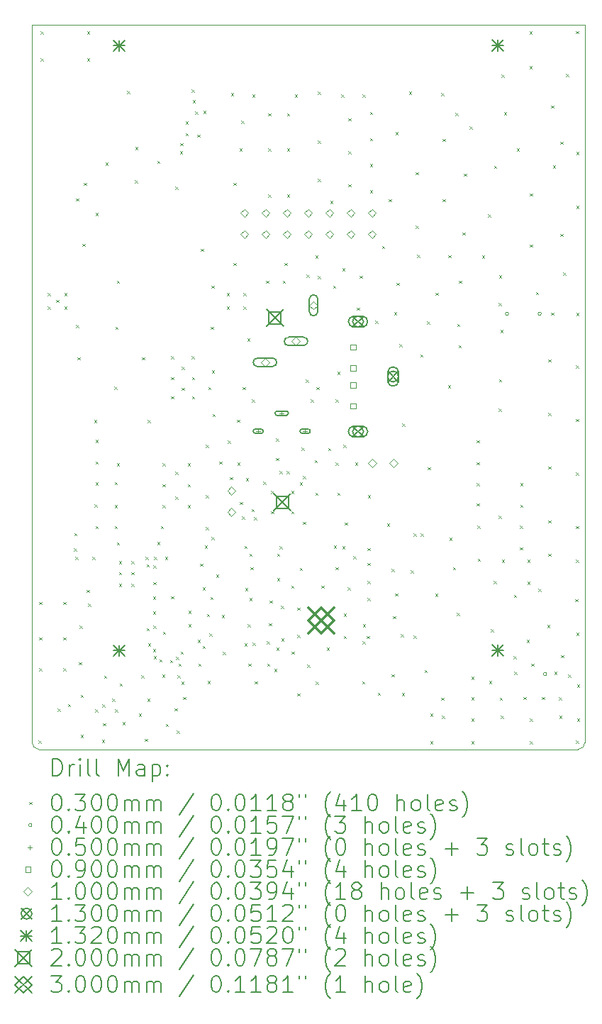
<source format=gbr>
%TF.GenerationSoftware,KiCad,Pcbnew,7.0.1*%
%TF.CreationDate,2023-12-18T13:28:24+01:00*%
%TF.ProjectId,ZumoComSystem,5a756d6f-436f-46d5-9379-7374656d2e6b,V1.2*%
%TF.SameCoordinates,Original*%
%TF.FileFunction,Drillmap*%
%TF.FilePolarity,Positive*%
%FSLAX45Y45*%
G04 Gerber Fmt 4.5, Leading zero omitted, Abs format (unit mm)*
G04 Created by KiCad (PCBNEW 7.0.1) date 2023-12-18 13:28:24*
%MOMM*%
%LPD*%
G01*
G04 APERTURE LIST*
%ADD10C,0.050000*%
%ADD11C,0.200000*%
%ADD12C,0.030000*%
%ADD13C,0.040000*%
%ADD14C,0.090000*%
%ADD15C,0.100000*%
%ADD16C,0.130000*%
%ADD17C,0.132000*%
%ADD18C,0.300000*%
G04 APERTURE END LIST*
D10*
X18000000Y-14370000D02*
X18000000Y-5800000D01*
X11480000Y-14450000D02*
X17920000Y-14450000D01*
X11400000Y-5800000D02*
X18000000Y-5800000D01*
X17920000Y-14450000D02*
G75*
G03*
X18000000Y-14370000I0J80000D01*
G01*
X11400000Y-5800000D02*
X11400000Y-14370000D01*
X11400000Y-14370000D02*
G75*
G03*
X11480000Y-14450000I80000J0D01*
G01*
D11*
D12*
X11475000Y-14345000D02*
X11505000Y-14375000D01*
X11505000Y-14345000D02*
X11475000Y-14375000D01*
X11485000Y-12690000D02*
X11515000Y-12720000D01*
X11515000Y-12690000D02*
X11485000Y-12720000D01*
X11485000Y-13115000D02*
X11515000Y-13145000D01*
X11515000Y-13115000D02*
X11485000Y-13145000D01*
X11485000Y-13479750D02*
X11515000Y-13509750D01*
X11515000Y-13479750D02*
X11485000Y-13509750D01*
X11499000Y-6199000D02*
X11529000Y-6229000D01*
X11529000Y-6199000D02*
X11499000Y-6229000D01*
X11499167Y-5879750D02*
X11529167Y-5909750D01*
X11529167Y-5879750D02*
X11499167Y-5909750D01*
X11585000Y-9005000D02*
X11615000Y-9035000D01*
X11615000Y-9005000D02*
X11585000Y-9035000D01*
X11585000Y-9165000D02*
X11615000Y-9195000D01*
X11615000Y-9165000D02*
X11585000Y-9195000D01*
X11685000Y-9085000D02*
X11715000Y-9115000D01*
X11715000Y-9085000D02*
X11685000Y-9115000D01*
X11705000Y-13965000D02*
X11735000Y-13995000D01*
X11735000Y-13965000D02*
X11705000Y-13995000D01*
X11770000Y-12690000D02*
X11800000Y-12720000D01*
X11800000Y-12690000D02*
X11770000Y-12720000D01*
X11770000Y-13115000D02*
X11800000Y-13145000D01*
X11800000Y-13115000D02*
X11770000Y-13145000D01*
X11770000Y-13480000D02*
X11800000Y-13510000D01*
X11800000Y-13480000D02*
X11770000Y-13510000D01*
X11785000Y-9005000D02*
X11815000Y-9035000D01*
X11815000Y-9005000D02*
X11785000Y-9035000D01*
X11785000Y-9165000D02*
X11815000Y-9195000D01*
X11815000Y-9165000D02*
X11785000Y-9195000D01*
X11825000Y-13910000D02*
X11855000Y-13940000D01*
X11855000Y-13910000D02*
X11825000Y-13940000D01*
X11900805Y-12049195D02*
X11930805Y-12079195D01*
X11930805Y-12049195D02*
X11900805Y-12079195D01*
X11904000Y-11870000D02*
X11934000Y-11900000D01*
X11934000Y-11870000D02*
X11904000Y-11900000D01*
X11915000Y-12155000D02*
X11945000Y-12185000D01*
X11945000Y-12155000D02*
X11915000Y-12185000D01*
X11923000Y-7873000D02*
X11953000Y-7903000D01*
X11953000Y-7873000D02*
X11923000Y-7903000D01*
X11926000Y-9383000D02*
X11956000Y-9413000D01*
X11956000Y-9383000D02*
X11926000Y-9413000D01*
X11941000Y-9767450D02*
X11971000Y-9797450D01*
X11971000Y-9767450D02*
X11941000Y-9797450D01*
X11960000Y-13410000D02*
X11990000Y-13440000D01*
X11990000Y-13410000D02*
X11960000Y-13440000D01*
X11965000Y-12975000D02*
X11995000Y-13005000D01*
X11995000Y-12975000D02*
X11965000Y-13005000D01*
X11979167Y-14279750D02*
X12009167Y-14309750D01*
X12009167Y-14279750D02*
X11979167Y-14309750D01*
X11980000Y-13798000D02*
X12010000Y-13828000D01*
X12010000Y-13798000D02*
X11980000Y-13828000D01*
X11998000Y-8415000D02*
X12028000Y-8445000D01*
X12028000Y-8415000D02*
X11998000Y-8445000D01*
X12015000Y-7685000D02*
X12045000Y-7715000D01*
X12045000Y-7685000D02*
X12015000Y-7715000D01*
X12052000Y-12548000D02*
X12082000Y-12578000D01*
X12082000Y-12548000D02*
X12052000Y-12578000D01*
X12056000Y-5881000D02*
X12086000Y-5911000D01*
X12086000Y-5881000D02*
X12056000Y-5911000D01*
X12056000Y-6199000D02*
X12086000Y-6229000D01*
X12086000Y-6199000D02*
X12056000Y-6229000D01*
X12068000Y-12710000D02*
X12098000Y-12740000D01*
X12098000Y-12710000D02*
X12068000Y-12740000D01*
X12117000Y-12155000D02*
X12147000Y-12185000D01*
X12147000Y-12155000D02*
X12117000Y-12185000D01*
X12139167Y-10519750D02*
X12169167Y-10549750D01*
X12169167Y-10519750D02*
X12139167Y-10549750D01*
X12145000Y-11525000D02*
X12175000Y-11555000D01*
X12175000Y-11525000D02*
X12145000Y-11555000D01*
X12153000Y-13972550D02*
X12183000Y-14002550D01*
X12183000Y-13972550D02*
X12153000Y-14002550D01*
X12155000Y-8045000D02*
X12185000Y-8075000D01*
X12185000Y-8045000D02*
X12155000Y-8075000D01*
X12155000Y-10755000D02*
X12185000Y-10785000D01*
X12185000Y-10755000D02*
X12155000Y-10785000D01*
X12155000Y-11015000D02*
X12185000Y-11045000D01*
X12185000Y-11015000D02*
X12155000Y-11045000D01*
X12155000Y-11265000D02*
X12185000Y-11295000D01*
X12185000Y-11265000D02*
X12155000Y-11295000D01*
X12155000Y-11785000D02*
X12185000Y-11815000D01*
X12185000Y-11785000D02*
X12155000Y-11815000D01*
X12235000Y-14335000D02*
X12265000Y-14365000D01*
X12265000Y-14335000D02*
X12235000Y-14365000D01*
X12235250Y-13912750D02*
X12265250Y-13942750D01*
X12265250Y-13912750D02*
X12235250Y-13942750D01*
X12247000Y-14136550D02*
X12277000Y-14166550D01*
X12277000Y-14136550D02*
X12247000Y-14166550D01*
X12260000Y-13570000D02*
X12290000Y-13600000D01*
X12290000Y-13570000D02*
X12260000Y-13600000D01*
X12275000Y-7445000D02*
X12305000Y-7475000D01*
X12305000Y-7445000D02*
X12275000Y-7475000D01*
X12355000Y-13845000D02*
X12385000Y-13875000D01*
X12385000Y-13845000D02*
X12355000Y-13875000D01*
X12379167Y-10119750D02*
X12409167Y-10149750D01*
X12409167Y-10119750D02*
X12379167Y-10149750D01*
X12385000Y-11260000D02*
X12415000Y-11290000D01*
X12415000Y-11260000D02*
X12385000Y-11290000D01*
X12385000Y-11535000D02*
X12415000Y-11565000D01*
X12415000Y-11535000D02*
X12385000Y-11565000D01*
X12385000Y-11785000D02*
X12415000Y-11815000D01*
X12415000Y-11785000D02*
X12385000Y-11815000D01*
X12389000Y-13972550D02*
X12419000Y-14002550D01*
X12419000Y-13972550D02*
X12389000Y-14002550D01*
X12395000Y-9405000D02*
X12425000Y-9435000D01*
X12425000Y-9405000D02*
X12395000Y-9435000D01*
X12410000Y-8856000D02*
X12440000Y-8886000D01*
X12440000Y-8856000D02*
X12410000Y-8886000D01*
X12410000Y-11035000D02*
X12440000Y-11065000D01*
X12440000Y-11035000D02*
X12410000Y-11065000D01*
X12410000Y-11978000D02*
X12440000Y-12008000D01*
X12440000Y-11978000D02*
X12410000Y-12008000D01*
X12435000Y-12205000D02*
X12465000Y-12235000D01*
X12465000Y-12205000D02*
X12435000Y-12235000D01*
X12435000Y-12335000D02*
X12465000Y-12365000D01*
X12465000Y-12335000D02*
X12435000Y-12365000D01*
X12435000Y-12475000D02*
X12465000Y-12505000D01*
X12465000Y-12475000D02*
X12435000Y-12505000D01*
X12445000Y-13664550D02*
X12475000Y-13694550D01*
X12475000Y-13664550D02*
X12445000Y-13694550D01*
X12480000Y-14125000D02*
X12510000Y-14155000D01*
X12510000Y-14125000D02*
X12480000Y-14155000D01*
X12532000Y-6589000D02*
X12562000Y-6619000D01*
X12562000Y-6589000D02*
X12532000Y-6619000D01*
X12585000Y-12205000D02*
X12615000Y-12235000D01*
X12615000Y-12205000D02*
X12585000Y-12235000D01*
X12585000Y-12335000D02*
X12615000Y-12365000D01*
X12615000Y-12335000D02*
X12585000Y-12365000D01*
X12585000Y-12475000D02*
X12615000Y-12505000D01*
X12615000Y-12475000D02*
X12585000Y-12505000D01*
X12625000Y-7655000D02*
X12655000Y-7685000D01*
X12655000Y-7655000D02*
X12625000Y-7685000D01*
X12631000Y-7258000D02*
X12661000Y-7288000D01*
X12661000Y-7258000D02*
X12631000Y-7288000D01*
X12675000Y-14025000D02*
X12705000Y-14055000D01*
X12705000Y-14025000D02*
X12675000Y-14055000D01*
X12705000Y-13565000D02*
X12735000Y-13595000D01*
X12735000Y-13565000D02*
X12705000Y-13595000D01*
X12713000Y-9767450D02*
X12743000Y-9797450D01*
X12743000Y-9767450D02*
X12713000Y-9797450D01*
X12745000Y-14325000D02*
X12775000Y-14355000D01*
X12775000Y-14325000D02*
X12745000Y-14355000D01*
X12755000Y-12155000D02*
X12785000Y-12185000D01*
X12785000Y-12155000D02*
X12755000Y-12185000D01*
X12765000Y-12240000D02*
X12795000Y-12270000D01*
X12795000Y-12240000D02*
X12765000Y-12270000D01*
X12765000Y-13005000D02*
X12795000Y-13035000D01*
X12795000Y-13005000D02*
X12765000Y-13035000D01*
X12775000Y-13845000D02*
X12805000Y-13875000D01*
X12805000Y-13845000D02*
X12775000Y-13875000D01*
X12779167Y-10519750D02*
X12809167Y-10549750D01*
X12809167Y-10519750D02*
X12779167Y-10549750D01*
X12785000Y-13185000D02*
X12815000Y-13215000D01*
X12815000Y-13185000D02*
X12785000Y-13215000D01*
X12841500Y-13255500D02*
X12871500Y-13285500D01*
X12871500Y-13255500D02*
X12841500Y-13285500D01*
X12844000Y-12629000D02*
X12874000Y-12659000D01*
X12874000Y-12629000D02*
X12844000Y-12659000D01*
X12844000Y-12804000D02*
X12874000Y-12834000D01*
X12874000Y-12804000D02*
X12844000Y-12834000D01*
X12845000Y-12975000D02*
X12875000Y-13005000D01*
X12875000Y-12975000D02*
X12845000Y-13005000D01*
X12846000Y-12255000D02*
X12876000Y-12285000D01*
X12876000Y-12255000D02*
X12846000Y-12285000D01*
X12846000Y-12453000D02*
X12876000Y-12483000D01*
X12876000Y-12453000D02*
X12846000Y-12483000D01*
X12850000Y-13336000D02*
X12880000Y-13366000D01*
X12880000Y-13336000D02*
X12850000Y-13366000D01*
X12854999Y-12150467D02*
X12884999Y-12180467D01*
X12884999Y-12150467D02*
X12854999Y-12180467D01*
X12892000Y-11976000D02*
X12922000Y-12006000D01*
X12922000Y-11976000D02*
X12892000Y-12006000D01*
X12895000Y-7425000D02*
X12925000Y-7455000D01*
X12925000Y-7425000D02*
X12895000Y-7455000D01*
X12919000Y-13378000D02*
X12949000Y-13408000D01*
X12949000Y-13378000D02*
X12919000Y-13408000D01*
X12935000Y-11785000D02*
X12965000Y-11815000D01*
X12965000Y-11785000D02*
X12935000Y-11815000D01*
X12953000Y-13558000D02*
X12983000Y-13588000D01*
X12983000Y-13558000D02*
X12953000Y-13588000D01*
X12959000Y-11035000D02*
X12989000Y-11065000D01*
X12989000Y-11035000D02*
X12959000Y-11065000D01*
X12959000Y-11285000D02*
X12989000Y-11315000D01*
X12989000Y-11285000D02*
X12959000Y-11315000D01*
X12959000Y-11535000D02*
X12989000Y-11565000D01*
X12989000Y-11535000D02*
X12959000Y-11565000D01*
X12962500Y-13047500D02*
X12992500Y-13077500D01*
X12992500Y-13047500D02*
X12962500Y-13077500D01*
X12985000Y-12155000D02*
X13015000Y-12185000D01*
X13015000Y-12155000D02*
X12985000Y-12185000D01*
X12995000Y-14145000D02*
X13025000Y-14175000D01*
X13025000Y-14145000D02*
X12995000Y-14175000D01*
X13045000Y-13383996D02*
X13075000Y-13413996D01*
X13075000Y-13383996D02*
X13045000Y-13413996D01*
X13058400Y-12624000D02*
X13088400Y-12654000D01*
X13088400Y-12624000D02*
X13058400Y-12654000D01*
X13060000Y-9755000D02*
X13090000Y-9785000D01*
X13090000Y-9755000D02*
X13060000Y-9785000D01*
X13060000Y-10005000D02*
X13090000Y-10035000D01*
X13090000Y-10005000D02*
X13060000Y-10035000D01*
X13060000Y-10235000D02*
X13090000Y-10265000D01*
X13090000Y-10235000D02*
X13060000Y-10265000D01*
X13099167Y-13959750D02*
X13129167Y-13989750D01*
X13129167Y-13959750D02*
X13099167Y-13989750D01*
X13109000Y-7731000D02*
X13139000Y-7761000D01*
X13139000Y-7731000D02*
X13109000Y-7761000D01*
X13109000Y-11135000D02*
X13139000Y-11165000D01*
X13139000Y-11135000D02*
X13109000Y-11165000D01*
X13109000Y-11435000D02*
X13139000Y-11465000D01*
X13139000Y-11435000D02*
X13109000Y-11465000D01*
X13118597Y-13346518D02*
X13148597Y-13376518D01*
X13148597Y-13346518D02*
X13118597Y-13376518D01*
X13128000Y-14225000D02*
X13158000Y-14255000D01*
X13158000Y-14225000D02*
X13128000Y-14255000D01*
X13135000Y-13568000D02*
X13165000Y-13598000D01*
X13165000Y-13568000D02*
X13135000Y-13598000D01*
X13149000Y-13427000D02*
X13179000Y-13457000D01*
X13179000Y-13427000D02*
X13149000Y-13457000D01*
X13166000Y-7311000D02*
X13196000Y-7341000D01*
X13196000Y-7311000D02*
X13166000Y-7341000D01*
X13168000Y-7212000D02*
X13198000Y-7242000D01*
X13198000Y-7212000D02*
X13168000Y-7242000D01*
X13171000Y-13282000D02*
X13201000Y-13312000D01*
X13201000Y-13282000D02*
X13171000Y-13312000D01*
X13181000Y-13641000D02*
X13211000Y-13671000D01*
X13211000Y-13641000D02*
X13181000Y-13671000D01*
X13185000Y-9885000D02*
X13215000Y-9915000D01*
X13215000Y-9885000D02*
X13185000Y-9915000D01*
X13185000Y-10135000D02*
X13215000Y-10165000D01*
X13215000Y-10135000D02*
X13185000Y-10165000D01*
X13202000Y-13823000D02*
X13232000Y-13853000D01*
X13232000Y-13823000D02*
X13202000Y-13853000D01*
X13230450Y-6955000D02*
X13260450Y-6985000D01*
X13260450Y-6955000D02*
X13230450Y-6985000D01*
X13230450Y-7095000D02*
X13260450Y-7125000D01*
X13260450Y-7095000D02*
X13230450Y-7125000D01*
X13259000Y-11035000D02*
X13289000Y-11065000D01*
X13289000Y-11035000D02*
X13259000Y-11065000D01*
X13259000Y-11285000D02*
X13289000Y-11315000D01*
X13289000Y-11285000D02*
X13259000Y-11315000D01*
X13259000Y-11535000D02*
X13289000Y-11565000D01*
X13289000Y-11535000D02*
X13259000Y-11565000D01*
X13265000Y-12795000D02*
X13295000Y-12825000D01*
X13295000Y-12795000D02*
X13265000Y-12825000D01*
X13265000Y-12955000D02*
X13295000Y-12985000D01*
X13295000Y-12955000D02*
X13265000Y-12985000D01*
X13304500Y-6574500D02*
X13334500Y-6604500D01*
X13334500Y-6574500D02*
X13304500Y-6604500D01*
X13305000Y-9755000D02*
X13335000Y-9785000D01*
X13335000Y-9755000D02*
X13305000Y-9785000D01*
X13310000Y-10005000D02*
X13340000Y-10035000D01*
X13340000Y-10005000D02*
X13310000Y-10035000D01*
X13310000Y-10235000D02*
X13340000Y-10265000D01*
X13340000Y-10235000D02*
X13310000Y-10265000D01*
X13318500Y-6701500D02*
X13348500Y-6731500D01*
X13348500Y-6701500D02*
X13318500Y-6731500D01*
X13348341Y-6837341D02*
X13378341Y-6867341D01*
X13378341Y-6837341D02*
X13348341Y-6867341D01*
X13370000Y-7111000D02*
X13400000Y-7141000D01*
X13400000Y-7111000D02*
X13370000Y-7141000D01*
X13375050Y-13145000D02*
X13405050Y-13175000D01*
X13405050Y-13145000D02*
X13375050Y-13175000D01*
X13385000Y-13426400D02*
X13415000Y-13456400D01*
X13415000Y-13426400D02*
X13385000Y-13456400D01*
X13407000Y-12232000D02*
X13437000Y-12262000D01*
X13437000Y-12232000D02*
X13407000Y-12262000D01*
X13415000Y-8475000D02*
X13445000Y-8505000D01*
X13445000Y-8475000D02*
X13415000Y-8505000D01*
X13435000Y-13215000D02*
X13465000Y-13245000D01*
X13465000Y-13215000D02*
X13435000Y-13245000D01*
X13437000Y-12515000D02*
X13467000Y-12545000D01*
X13467000Y-12515000D02*
X13437000Y-12545000D01*
X13445000Y-6829000D02*
X13475000Y-6859000D01*
X13475000Y-6829000D02*
X13445000Y-6859000D01*
X13460000Y-12018500D02*
X13490000Y-12048500D01*
X13490000Y-12018500D02*
X13460000Y-12048500D01*
X13475000Y-10815000D02*
X13505000Y-10845000D01*
X13505000Y-10815000D02*
X13475000Y-10845000D01*
X13475000Y-11415000D02*
X13505000Y-11445000D01*
X13505000Y-11415000D02*
X13475000Y-11445000D01*
X13475000Y-11795000D02*
X13505000Y-11825000D01*
X13505000Y-11795000D02*
X13475000Y-11825000D01*
X13485000Y-12835000D02*
X13515000Y-12865000D01*
X13515000Y-12835000D02*
X13485000Y-12865000D01*
X13495000Y-13635000D02*
X13525000Y-13665000D01*
X13525000Y-13635000D02*
X13495000Y-13665000D01*
X13505000Y-10125000D02*
X13535000Y-10155000D01*
X13535000Y-10125000D02*
X13505000Y-10155000D01*
X13515000Y-13065000D02*
X13545000Y-13095000D01*
X13545000Y-13065000D02*
X13515000Y-13095000D01*
X13529784Y-12629784D02*
X13559784Y-12659784D01*
X13559784Y-12629784D02*
X13529784Y-12659784D01*
X13535000Y-9405000D02*
X13565000Y-9435000D01*
X13565000Y-9405000D02*
X13535000Y-9435000D01*
X13540000Y-8915000D02*
X13570000Y-8945000D01*
X13570000Y-8915000D02*
X13540000Y-8945000D01*
X13542550Y-11915000D02*
X13572550Y-11945000D01*
X13572550Y-11915000D02*
X13542550Y-11945000D01*
X13545755Y-9925050D02*
X13575755Y-9955050D01*
X13575755Y-9925050D02*
X13545755Y-9955050D01*
X13555000Y-10445000D02*
X13585000Y-10475000D01*
X13585000Y-10445000D02*
X13555000Y-10475000D01*
X13595000Y-12365000D02*
X13625000Y-12395000D01*
X13625000Y-12365000D02*
X13595000Y-12395000D01*
X13635000Y-11015000D02*
X13665000Y-11045000D01*
X13665000Y-11015000D02*
X13635000Y-11045000D01*
X13665000Y-12845000D02*
X13695000Y-12875000D01*
X13695000Y-12845000D02*
X13665000Y-12875000D01*
X13675000Y-13285000D02*
X13705000Y-13315000D01*
X13705000Y-13285000D02*
X13675000Y-13315000D01*
X13721750Y-9005000D02*
X13751750Y-9035000D01*
X13751750Y-9005000D02*
X13721750Y-9035000D01*
X13721750Y-9165000D02*
X13751750Y-9195000D01*
X13751750Y-9165000D02*
X13721750Y-9195000D01*
X13735000Y-10765000D02*
X13765000Y-10795000D01*
X13765000Y-10765000D02*
X13735000Y-10795000D01*
X13761000Y-11201000D02*
X13791000Y-11231000D01*
X13791000Y-11201000D02*
X13761000Y-11231000D01*
X13775000Y-6615000D02*
X13805000Y-6645000D01*
X13805000Y-6615000D02*
X13775000Y-6645000D01*
X13805000Y-7685000D02*
X13835000Y-7715000D01*
X13835000Y-7685000D02*
X13805000Y-7715000D01*
X13805000Y-8645000D02*
X13835000Y-8675000D01*
X13835000Y-8645000D02*
X13805000Y-8675000D01*
X13845000Y-10515000D02*
X13875000Y-10545000D01*
X13875000Y-10515000D02*
X13845000Y-10545000D01*
X13852000Y-11026000D02*
X13882000Y-11056000D01*
X13882000Y-11026000D02*
X13852000Y-11056000D01*
X13875000Y-7275000D02*
X13905000Y-7305000D01*
X13905000Y-7275000D02*
X13875000Y-7305000D01*
X13878389Y-11497950D02*
X13908389Y-11527950D01*
X13908389Y-11497950D02*
X13878389Y-11527950D01*
X13895000Y-6945000D02*
X13925000Y-6975000D01*
X13925000Y-6945000D02*
X13895000Y-6975000D01*
X13903000Y-11672000D02*
X13933000Y-11702000D01*
X13933000Y-11672000D02*
X13903000Y-11702000D01*
X13915000Y-10125000D02*
X13945000Y-10155000D01*
X13945000Y-10125000D02*
X13915000Y-10155000D01*
X13921750Y-9005000D02*
X13951750Y-9035000D01*
X13951750Y-9005000D02*
X13921750Y-9035000D01*
X13921750Y-9165000D02*
X13951750Y-9195000D01*
X13951750Y-9165000D02*
X13921750Y-9195000D01*
X13935000Y-12023000D02*
X13965000Y-12053000D01*
X13965000Y-12023000D02*
X13935000Y-12053000D01*
X13936000Y-13184000D02*
X13966000Y-13214000D01*
X13966000Y-13184000D02*
X13936000Y-13214000D01*
X13945000Y-12525000D02*
X13975000Y-12555000D01*
X13975000Y-12525000D02*
X13945000Y-12555000D01*
X13950836Y-11212096D02*
X13980836Y-11242096D01*
X13980836Y-11212096D02*
X13950836Y-11242096D01*
X13970000Y-9545000D02*
X14000000Y-9575000D01*
X14000000Y-9545000D02*
X13970000Y-9575000D01*
X13975000Y-12955000D02*
X14005000Y-12985000D01*
X14005000Y-12955000D02*
X13975000Y-12985000D01*
X13981000Y-13426400D02*
X14011000Y-13456400D01*
X14011000Y-13426400D02*
X13981000Y-13456400D01*
X13995000Y-12115000D02*
X14025000Y-12145000D01*
X14025000Y-12115000D02*
X13995000Y-12145000D01*
X13995000Y-12645000D02*
X14025000Y-12675000D01*
X14025000Y-12645000D02*
X13995000Y-12675000D01*
X14005000Y-12275000D02*
X14035000Y-12305000D01*
X14035000Y-12275000D02*
X14005000Y-12305000D01*
X14021002Y-11581385D02*
X14051002Y-11611385D01*
X14051002Y-11581385D02*
X14021002Y-11611385D01*
X14024000Y-10275000D02*
X14054000Y-10305000D01*
X14054000Y-10275000D02*
X14024000Y-10305000D01*
X14027000Y-6631000D02*
X14057000Y-6661000D01*
X14057000Y-6631000D02*
X14027000Y-6661000D01*
X14032000Y-13178000D02*
X14062000Y-13208000D01*
X14062000Y-13178000D02*
X14032000Y-13208000D01*
X14047450Y-11678714D02*
X14077450Y-11708714D01*
X14077450Y-11678714D02*
X14047450Y-11708714D01*
X14059167Y-13639750D02*
X14089167Y-13669750D01*
X14089167Y-13639750D02*
X14059167Y-13669750D01*
X14158001Y-11255500D02*
X14188001Y-11285500D01*
X14188001Y-11255500D02*
X14158001Y-11285500D01*
X14191750Y-8855000D02*
X14221750Y-8885000D01*
X14221750Y-8855000D02*
X14191750Y-8885000D01*
X14201000Y-13158000D02*
X14231000Y-13188000D01*
X14231000Y-13158000D02*
X14201000Y-13188000D01*
X14207000Y-13426400D02*
X14237000Y-13456400D01*
X14237000Y-13426400D02*
X14207000Y-13456400D01*
X14219000Y-6855000D02*
X14249000Y-6885000D01*
X14249000Y-6855000D02*
X14219000Y-6885000D01*
X14219000Y-7275000D02*
X14249000Y-7305000D01*
X14249000Y-7275000D02*
X14219000Y-7305000D01*
X14219000Y-7825000D02*
X14249000Y-7855000D01*
X14249000Y-7825000D02*
X14219000Y-7855000D01*
X14225000Y-12945393D02*
X14255000Y-12975393D01*
X14255000Y-12945393D02*
X14225000Y-12975393D01*
X14234000Y-12674000D02*
X14264000Y-12704000D01*
X14264000Y-12674000D02*
X14234000Y-12704000D01*
X14252500Y-11365500D02*
X14282500Y-11395500D01*
X14282500Y-11365500D02*
X14252500Y-11395500D01*
X14252500Y-11605500D02*
X14282500Y-11635500D01*
X14282500Y-11605500D02*
X14252500Y-11635500D01*
X14291000Y-13489000D02*
X14321000Y-13519000D01*
X14321000Y-13489000D02*
X14291000Y-13519000D01*
X14310000Y-10740000D02*
X14340000Y-10770000D01*
X14340000Y-10740000D02*
X14310000Y-10770000D01*
X14310000Y-10972000D02*
X14340000Y-11002000D01*
X14340000Y-10972000D02*
X14310000Y-11002000D01*
X14315000Y-13235000D02*
X14345000Y-13265000D01*
X14345000Y-13235000D02*
X14315000Y-13265000D01*
X14325000Y-12115000D02*
X14355000Y-12145000D01*
X14355000Y-12115000D02*
X14325000Y-12145000D01*
X14325000Y-12405000D02*
X14355000Y-12435000D01*
X14355000Y-12405000D02*
X14325000Y-12435000D01*
X14355000Y-11127500D02*
X14385000Y-11157500D01*
X14385000Y-11127500D02*
X14355000Y-11157500D01*
X14355000Y-12025000D02*
X14385000Y-12055000D01*
X14385000Y-12025000D02*
X14355000Y-12055000D01*
X14373000Y-12738000D02*
X14403000Y-12768000D01*
X14403000Y-12738000D02*
X14373000Y-12768000D01*
X14374000Y-13128000D02*
X14404000Y-13158000D01*
X14404000Y-13128000D02*
X14374000Y-13158000D01*
X14391750Y-8855000D02*
X14421750Y-8885000D01*
X14421750Y-8855000D02*
X14391750Y-8885000D01*
X14411750Y-8645000D02*
X14441750Y-8675000D01*
X14441750Y-8645000D02*
X14411750Y-8675000D01*
X14440000Y-11127500D02*
X14470000Y-11157500D01*
X14470000Y-11127500D02*
X14440000Y-11157500D01*
X14441000Y-6857000D02*
X14471000Y-6887000D01*
X14471000Y-6857000D02*
X14441000Y-6887000D01*
X14441000Y-7277000D02*
X14471000Y-7307000D01*
X14471000Y-7277000D02*
X14441000Y-7307000D01*
X14441000Y-7827000D02*
X14471000Y-7857000D01*
X14471000Y-7827000D02*
X14441000Y-7857000D01*
X14492500Y-11365500D02*
X14522500Y-11395500D01*
X14522500Y-11365500D02*
X14492500Y-11395500D01*
X14492500Y-11605500D02*
X14522500Y-11635500D01*
X14522500Y-11605500D02*
X14492500Y-11635500D01*
X14495000Y-12495000D02*
X14525000Y-12525000D01*
X14525000Y-12495000D02*
X14495000Y-12525000D01*
X14497000Y-13283000D02*
X14527000Y-13313000D01*
X14527000Y-13283000D02*
X14497000Y-13313000D01*
X14537000Y-6633000D02*
X14567000Y-6663000D01*
X14567000Y-6633000D02*
X14537000Y-6663000D01*
X14565000Y-12760000D02*
X14595000Y-12790000D01*
X14595000Y-12760000D02*
X14565000Y-12790000D01*
X14565000Y-13085000D02*
X14595000Y-13115000D01*
X14595000Y-13085000D02*
X14565000Y-13115000D01*
X14566000Y-13782000D02*
X14596000Y-13812000D01*
X14596000Y-13782000D02*
X14566000Y-13812000D01*
X14595000Y-12285000D02*
X14625000Y-12315000D01*
X14625000Y-12285000D02*
X14595000Y-12315000D01*
X14596000Y-11262000D02*
X14626000Y-11292000D01*
X14626000Y-11262000D02*
X14596000Y-11292000D01*
X14618000Y-10850000D02*
X14648000Y-10880000D01*
X14648000Y-10850000D02*
X14618000Y-10880000D01*
X14635000Y-11186000D02*
X14665000Y-11216000D01*
X14665000Y-11186000D02*
X14635000Y-11216000D01*
X14635000Y-11735000D02*
X14665000Y-11765000D01*
X14665000Y-11735000D02*
X14635000Y-11765000D01*
X14666533Y-10035000D02*
X14696533Y-10065000D01*
X14696533Y-10035000D02*
X14666533Y-10065000D01*
X14675000Y-8785000D02*
X14705000Y-8815000D01*
X14705000Y-8785000D02*
X14675000Y-8815000D01*
X14685000Y-13438000D02*
X14715000Y-13468000D01*
X14715000Y-13438000D02*
X14685000Y-13468000D01*
X14725000Y-10275000D02*
X14755000Y-10305000D01*
X14755000Y-10275000D02*
X14725000Y-10305000D01*
X14772000Y-10996000D02*
X14802000Y-11026000D01*
X14802000Y-10996000D02*
X14772000Y-11026000D01*
X14781000Y-11385500D02*
X14811000Y-11415500D01*
X14811000Y-11385500D02*
X14781000Y-11415500D01*
X14781750Y-8555000D02*
X14811750Y-8585000D01*
X14811750Y-8555000D02*
X14781750Y-8585000D01*
X14785000Y-13645000D02*
X14815000Y-13675000D01*
X14815000Y-13645000D02*
X14785000Y-13675000D01*
X14795000Y-10125000D02*
X14825000Y-10155000D01*
X14825000Y-10125000D02*
X14795000Y-10155000D01*
X14809167Y-7639750D02*
X14839167Y-7669750D01*
X14839167Y-7639750D02*
X14809167Y-7669750D01*
X14810000Y-8800000D02*
X14840000Y-8830000D01*
X14840000Y-8800000D02*
X14810000Y-8830000D01*
X14811000Y-7181000D02*
X14841000Y-7211000D01*
X14841000Y-7181000D02*
X14811000Y-7211000D01*
X14813000Y-6599000D02*
X14843000Y-6629000D01*
X14843000Y-6599000D02*
X14813000Y-6629000D01*
X14855000Y-12495000D02*
X14885000Y-12525000D01*
X14885000Y-12495000D02*
X14855000Y-12525000D01*
X14916000Y-13237000D02*
X14946000Y-13267000D01*
X14946000Y-13237000D02*
X14916000Y-13267000D01*
X14934000Y-10852000D02*
X14964000Y-10882000D01*
X14964000Y-10852000D02*
X14934000Y-10882000D01*
X14958911Y-7900725D02*
X14988911Y-7930725D01*
X14988911Y-7900725D02*
X14958911Y-7930725D01*
X14991750Y-8915000D02*
X15021750Y-8945000D01*
X15021750Y-8915000D02*
X14991750Y-8945000D01*
X15002500Y-12019000D02*
X15032500Y-12049000D01*
X15032500Y-12019000D02*
X15002500Y-12049000D01*
X15022000Y-11025000D02*
X15052000Y-11055000D01*
X15052000Y-11025000D02*
X15022000Y-11055000D01*
X15025000Y-10275000D02*
X15055000Y-10305000D01*
X15055000Y-10275000D02*
X15025000Y-10305000D01*
X15025000Y-12275000D02*
X15055000Y-12305000D01*
X15055000Y-12275000D02*
X15025000Y-12305000D01*
X15044950Y-9941769D02*
X15074950Y-9971769D01*
X15074950Y-9941769D02*
X15044950Y-9971769D01*
X15045000Y-11385000D02*
X15075000Y-11415000D01*
X15075000Y-11385000D02*
X15045000Y-11415000D01*
X15089000Y-6633000D02*
X15119000Y-6663000D01*
X15119000Y-6633000D02*
X15089000Y-6663000D01*
X15105000Y-8705000D02*
X15135000Y-8735000D01*
X15135000Y-8705000D02*
X15105000Y-8735000D01*
X15105000Y-12025000D02*
X15135000Y-12055000D01*
X15135000Y-12025000D02*
X15105000Y-12055000D01*
X15114000Y-10817000D02*
X15144000Y-10847000D01*
X15144000Y-10817000D02*
X15114000Y-10847000D01*
X15121000Y-12830000D02*
X15151000Y-12860000D01*
X15151000Y-12830000D02*
X15121000Y-12860000D01*
X15121000Y-13096000D02*
X15151000Y-13126000D01*
X15151000Y-13096000D02*
X15121000Y-13126000D01*
X15135000Y-11742000D02*
X15165000Y-11772000D01*
X15165000Y-11742000D02*
X15135000Y-11772000D01*
X15165000Y-12515000D02*
X15195000Y-12545000D01*
X15195000Y-12515000D02*
X15165000Y-12545000D01*
X15175000Y-6915000D02*
X15205000Y-6945000D01*
X15205000Y-6915000D02*
X15175000Y-6945000D01*
X15175000Y-7310000D02*
X15205000Y-7340000D01*
X15205000Y-7310000D02*
X15175000Y-7340000D01*
X15175000Y-7705000D02*
X15205000Y-7735000D01*
X15205000Y-7705000D02*
X15175000Y-7735000D01*
X15235000Y-12145000D02*
X15265000Y-12175000D01*
X15265000Y-12145000D02*
X15235000Y-12175000D01*
X15255000Y-11025000D02*
X15285000Y-11055000D01*
X15285000Y-11025000D02*
X15255000Y-11055000D01*
X15278000Y-9177000D02*
X15308000Y-9207000D01*
X15308000Y-9177000D02*
X15278000Y-9207000D01*
X15312000Y-8797000D02*
X15342000Y-8827000D01*
X15342000Y-8797000D02*
X15312000Y-8827000D01*
X15339167Y-13639750D02*
X15369167Y-13669750D01*
X15369167Y-13639750D02*
X15339167Y-13669750D01*
X15343000Y-6633000D02*
X15373000Y-6663000D01*
X15373000Y-6633000D02*
X15343000Y-6663000D01*
X15343000Y-13160000D02*
X15373000Y-13190000D01*
X15373000Y-13160000D02*
X15343000Y-13190000D01*
X15348000Y-12955000D02*
X15378000Y-12985000D01*
X15378000Y-12955000D02*
X15348000Y-12985000D01*
X15395000Y-13095000D02*
X15425000Y-13125000D01*
X15425000Y-13095000D02*
X15395000Y-13125000D01*
X15405000Y-12045000D02*
X15435000Y-12075000D01*
X15435000Y-12045000D02*
X15405000Y-12075000D01*
X15405000Y-12225000D02*
X15435000Y-12255000D01*
X15435000Y-12225000D02*
X15405000Y-12255000D01*
X15405000Y-12441000D02*
X15435000Y-12471000D01*
X15435000Y-12441000D02*
X15405000Y-12471000D01*
X15405000Y-12645000D02*
X15435000Y-12675000D01*
X15435000Y-12645000D02*
X15405000Y-12675000D01*
X15410000Y-11415000D02*
X15440000Y-11445000D01*
X15440000Y-11415000D02*
X15410000Y-11445000D01*
X15435000Y-6839750D02*
X15465000Y-6869750D01*
X15465000Y-6839750D02*
X15435000Y-6869750D01*
X15435000Y-7151500D02*
X15465000Y-7181500D01*
X15465000Y-7151500D02*
X15435000Y-7181500D01*
X15435000Y-7463250D02*
X15465000Y-7493250D01*
X15465000Y-7463250D02*
X15435000Y-7493250D01*
X15435000Y-7775000D02*
X15465000Y-7805000D01*
X15465000Y-7775000D02*
X15435000Y-7805000D01*
X15495000Y-9335000D02*
X15525000Y-9365000D01*
X15525000Y-9335000D02*
X15495000Y-9365000D01*
X15528000Y-13773000D02*
X15558000Y-13803000D01*
X15558000Y-13773000D02*
X15528000Y-13803000D01*
X15579167Y-8439750D02*
X15609167Y-8469750D01*
X15609167Y-8439750D02*
X15579167Y-8469750D01*
X15635000Y-11755000D02*
X15665000Y-11785000D01*
X15665000Y-11755000D02*
X15635000Y-11785000D01*
X15659167Y-7879750D02*
X15689167Y-7909750D01*
X15689167Y-7879750D02*
X15659167Y-7909750D01*
X15693000Y-12297000D02*
X15723000Y-12327000D01*
X15723000Y-12297000D02*
X15693000Y-12327000D01*
X15694000Y-13555000D02*
X15724000Y-13585000D01*
X15724000Y-13555000D02*
X15694000Y-13585000D01*
X15710000Y-12860000D02*
X15740000Y-12890000D01*
X15740000Y-12860000D02*
X15710000Y-12890000D01*
X15720000Y-9230000D02*
X15750000Y-9260000D01*
X15750000Y-9230000D02*
X15720000Y-9260000D01*
X15735000Y-12589450D02*
X15765000Y-12619450D01*
X15765000Y-12589450D02*
X15735000Y-12619450D01*
X15739167Y-7079750D02*
X15769167Y-7109750D01*
X15769167Y-7079750D02*
X15739167Y-7109750D01*
X15750000Y-8880000D02*
X15780000Y-8910000D01*
X15780000Y-8880000D02*
X15750000Y-8910000D01*
X15785000Y-9615000D02*
X15815000Y-9645000D01*
X15815000Y-9615000D02*
X15785000Y-9645000D01*
X15800000Y-13077500D02*
X15830000Y-13107500D01*
X15830000Y-13077500D02*
X15800000Y-13107500D01*
X15815000Y-13780000D02*
X15845000Y-13810000D01*
X15845000Y-13780000D02*
X15815000Y-13810000D01*
X15820000Y-10560000D02*
X15850000Y-10590000D01*
X15850000Y-10560000D02*
X15820000Y-10590000D01*
X15899167Y-6599750D02*
X15929167Y-6629750D01*
X15929167Y-6599750D02*
X15899167Y-6629750D01*
X15919000Y-12312000D02*
X15949000Y-12342000D01*
X15949000Y-12312000D02*
X15919000Y-12342000D01*
X15952500Y-11875000D02*
X15982500Y-11905000D01*
X15982500Y-11875000D02*
X15952500Y-11905000D01*
X15954375Y-13094375D02*
X15984375Y-13124375D01*
X15984375Y-13094375D02*
X15954375Y-13124375D01*
X15979167Y-7559750D02*
X16009167Y-7589750D01*
X16009167Y-7559750D02*
X15979167Y-7589750D01*
X15979167Y-8199750D02*
X16009167Y-8229750D01*
X16009167Y-8199750D02*
X15979167Y-8229750D01*
X15995000Y-8545000D02*
X16025000Y-8575000D01*
X16025000Y-8545000D02*
X15995000Y-8575000D01*
X16035000Y-9735000D02*
X16065000Y-9765000D01*
X16065000Y-9735000D02*
X16035000Y-9765000D01*
X16037500Y-11875000D02*
X16067500Y-11905000D01*
X16067500Y-11875000D02*
X16037500Y-11905000D01*
X16085000Y-13505000D02*
X16115000Y-13535000D01*
X16115000Y-13505000D02*
X16085000Y-13535000D01*
X16113000Y-9344000D02*
X16143000Y-9374000D01*
X16143000Y-9344000D02*
X16113000Y-9374000D01*
X16125000Y-11080000D02*
X16155000Y-11110000D01*
X16155000Y-11080000D02*
X16125000Y-11110000D01*
X16155000Y-14025000D02*
X16185000Y-14055000D01*
X16185000Y-14025000D02*
X16155000Y-14055000D01*
X16155000Y-14355000D02*
X16185000Y-14385000D01*
X16185000Y-14355000D02*
X16155000Y-14385000D01*
X16210841Y-12590841D02*
X16240841Y-12620841D01*
X16240841Y-12590841D02*
X16210841Y-12620841D01*
X16215000Y-9000000D02*
X16245000Y-9030000D01*
X16245000Y-9000000D02*
X16215000Y-9030000D01*
X16283750Y-13835000D02*
X16313750Y-13865000D01*
X16313750Y-13835000D02*
X16283750Y-13865000D01*
X16285000Y-6615000D02*
X16315000Y-6645000D01*
X16315000Y-6615000D02*
X16285000Y-6645000D01*
X16295000Y-14050000D02*
X16325000Y-14080000D01*
X16325000Y-14050000D02*
X16295000Y-14080000D01*
X16299167Y-7159750D02*
X16329167Y-7189750D01*
X16329167Y-7159750D02*
X16299167Y-7189750D01*
X16299167Y-7879750D02*
X16329167Y-7909750D01*
X16329167Y-7879750D02*
X16299167Y-7909750D01*
X16365000Y-10105000D02*
X16395000Y-10135000D01*
X16395000Y-10105000D02*
X16365000Y-10135000D01*
X16370000Y-8550000D02*
X16400000Y-8580000D01*
X16400000Y-8550000D02*
X16370000Y-8580000D01*
X16380000Y-11925000D02*
X16410000Y-11955000D01*
X16410000Y-11925000D02*
X16380000Y-11955000D01*
X16425000Y-12275000D02*
X16455000Y-12305000D01*
X16455000Y-12275000D02*
X16425000Y-12305000D01*
X16454000Y-6854000D02*
X16484000Y-6884000D01*
X16484000Y-6854000D02*
X16454000Y-6884000D01*
X16470000Y-12820000D02*
X16500000Y-12850000D01*
X16500000Y-12820000D02*
X16470000Y-12850000D01*
X16475000Y-9370000D02*
X16505000Y-9400000D01*
X16505000Y-9370000D02*
X16475000Y-9400000D01*
X16493000Y-9625000D02*
X16523000Y-9655000D01*
X16523000Y-9625000D02*
X16493000Y-9655000D01*
X16495000Y-8855000D02*
X16525000Y-8885000D01*
X16525000Y-8855000D02*
X16495000Y-8885000D01*
X16539167Y-8279750D02*
X16569167Y-8309750D01*
X16569167Y-8279750D02*
X16539167Y-8309750D01*
X16555000Y-7575000D02*
X16585000Y-7605000D01*
X16585000Y-7575000D02*
X16555000Y-7605000D01*
X16625000Y-7015000D02*
X16655000Y-7045000D01*
X16655000Y-7015000D02*
X16625000Y-7045000D01*
X16645000Y-13585000D02*
X16675000Y-13615000D01*
X16675000Y-13585000D02*
X16645000Y-13615000D01*
X16645000Y-13827193D02*
X16675000Y-13857193D01*
X16675000Y-13827193D02*
X16645000Y-13857193D01*
X16645000Y-14085000D02*
X16675000Y-14115000D01*
X16675000Y-14085000D02*
X16645000Y-14115000D01*
X16645000Y-14355000D02*
X16675000Y-14385000D01*
X16675000Y-14355000D02*
X16645000Y-14385000D01*
X16710000Y-10759750D02*
X16740000Y-10789750D01*
X16740000Y-10759750D02*
X16710000Y-10789750D01*
X16710000Y-11021000D02*
X16740000Y-11051000D01*
X16740000Y-11021000D02*
X16710000Y-11051000D01*
X16710000Y-11270000D02*
X16740000Y-11300000D01*
X16740000Y-11270000D02*
X16710000Y-11300000D01*
X16710000Y-11515000D02*
X16740000Y-11545000D01*
X16740000Y-11515000D02*
X16710000Y-11545000D01*
X16715000Y-11780000D02*
X16745000Y-11810000D01*
X16745000Y-11780000D02*
X16715000Y-11810000D01*
X16720000Y-12175000D02*
X16750000Y-12205000D01*
X16750000Y-12175000D02*
X16720000Y-12205000D01*
X16770000Y-8555000D02*
X16800000Y-8585000D01*
X16800000Y-8555000D02*
X16770000Y-8585000D01*
X16845000Y-8065000D02*
X16875000Y-8095000D01*
X16875000Y-8065000D02*
X16845000Y-8095000D01*
X16856000Y-13636000D02*
X16886000Y-13666000D01*
X16886000Y-13636000D02*
X16856000Y-13666000D01*
X16875000Y-13015000D02*
X16905000Y-13045000D01*
X16905000Y-13015000D02*
X16875000Y-13045000D01*
X16910000Y-12440000D02*
X16940000Y-12470000D01*
X16940000Y-12440000D02*
X16910000Y-12470000D01*
X16915000Y-7485000D02*
X16945000Y-7515000D01*
X16945000Y-7485000D02*
X16915000Y-7515000D01*
X16968000Y-10381000D02*
X16998000Y-10411000D01*
X16998000Y-10381000D02*
X16968000Y-10411000D01*
X16970000Y-9120000D02*
X17000000Y-9150000D01*
X17000000Y-9120000D02*
X16970000Y-9150000D01*
X16970000Y-11660000D02*
X17000000Y-11690000D01*
X17000000Y-11660000D02*
X16970000Y-11690000D01*
X16975000Y-8790000D02*
X17005000Y-8820000D01*
X17005000Y-8790000D02*
X16975000Y-8820000D01*
X16975000Y-10031000D02*
X17005000Y-10061000D01*
X17005000Y-10031000D02*
X16975000Y-10061000D01*
X16983750Y-13835000D02*
X17013750Y-13865000D01*
X17013750Y-13835000D02*
X16983750Y-13865000D01*
X16990000Y-9445000D02*
X17020000Y-9475000D01*
X17020000Y-9445000D02*
X16990000Y-9475000D01*
X16995000Y-14050000D02*
X17025000Y-14080000D01*
X17025000Y-14050000D02*
X16995000Y-14080000D01*
X17005000Y-6395000D02*
X17035000Y-6425000D01*
X17035000Y-6395000D02*
X17005000Y-6425000D01*
X17010000Y-12185000D02*
X17040000Y-12215000D01*
X17040000Y-12185000D02*
X17010000Y-12215000D01*
X17035000Y-6845000D02*
X17065000Y-6875000D01*
X17065000Y-6845000D02*
X17035000Y-6875000D01*
X17147000Y-13337000D02*
X17177000Y-13367000D01*
X17177000Y-13337000D02*
X17147000Y-13367000D01*
X17150671Y-12604950D02*
X17180671Y-12634950D01*
X17180671Y-12604950D02*
X17150671Y-12634950D01*
X17156345Y-13522500D02*
X17186345Y-13552500D01*
X17186345Y-13522500D02*
X17156345Y-13552500D01*
X17185000Y-7275000D02*
X17215000Y-7305000D01*
X17215000Y-7275000D02*
X17185000Y-7305000D01*
X17222500Y-12040000D02*
X17252500Y-12070000D01*
X17252500Y-12040000D02*
X17222500Y-12070000D01*
X17225000Y-11780000D02*
X17255000Y-11810000D01*
X17255000Y-11780000D02*
X17225000Y-11810000D01*
X17230000Y-11270000D02*
X17260000Y-11300000D01*
X17260000Y-11270000D02*
X17230000Y-11300000D01*
X17230000Y-11530000D02*
X17260000Y-11560000D01*
X17260000Y-11530000D02*
X17230000Y-11560000D01*
X17265000Y-13825000D02*
X17295000Y-13855000D01*
X17295000Y-13825000D02*
X17265000Y-13855000D01*
X17306000Y-13142000D02*
X17336000Y-13172000D01*
X17336000Y-13142000D02*
X17306000Y-13172000D01*
X17312550Y-12185000D02*
X17342550Y-12215000D01*
X17342550Y-12185000D02*
X17312550Y-12215000D01*
X17312550Y-12451000D02*
X17342550Y-12481000D01*
X17342550Y-12451000D02*
X17312550Y-12481000D01*
X17339000Y-6296000D02*
X17369000Y-6326000D01*
X17369000Y-6296000D02*
X17339000Y-6326000D01*
X17339167Y-5879750D02*
X17369167Y-5909750D01*
X17369167Y-5879750D02*
X17339167Y-5909750D01*
X17345000Y-7815000D02*
X17375000Y-7845000D01*
X17375000Y-7815000D02*
X17345000Y-7845000D01*
X17345000Y-8425000D02*
X17375000Y-8455000D01*
X17375000Y-8425000D02*
X17345000Y-8455000D01*
X17345000Y-14085000D02*
X17375000Y-14115000D01*
X17375000Y-14085000D02*
X17345000Y-14115000D01*
X17345000Y-14355000D02*
X17375000Y-14385000D01*
X17375000Y-14355000D02*
X17345000Y-14385000D01*
X17358000Y-13426000D02*
X17388000Y-13456000D01*
X17388000Y-13426000D02*
X17358000Y-13456000D01*
X17415000Y-8990000D02*
X17445000Y-9020000D01*
X17445000Y-8990000D02*
X17415000Y-9020000D01*
X17445000Y-12535000D02*
X17475000Y-12565000D01*
X17475000Y-12535000D02*
X17445000Y-12565000D01*
X17485000Y-13825000D02*
X17515000Y-13855000D01*
X17515000Y-13825000D02*
X17485000Y-13855000D01*
X17550000Y-12965000D02*
X17580000Y-12995000D01*
X17580000Y-12965000D02*
X17550000Y-12995000D01*
X17565000Y-9795000D02*
X17595000Y-9825000D01*
X17595000Y-9795000D02*
X17565000Y-9825000D01*
X17565000Y-10435000D02*
X17595000Y-10465000D01*
X17595000Y-10435000D02*
X17565000Y-10465000D01*
X17565000Y-11075000D02*
X17595000Y-11105000D01*
X17595000Y-11075000D02*
X17565000Y-11105000D01*
X17565000Y-11715000D02*
X17595000Y-11745000D01*
X17595000Y-11715000D02*
X17565000Y-11745000D01*
X17565000Y-12115000D02*
X17595000Y-12145000D01*
X17595000Y-12115000D02*
X17565000Y-12145000D01*
X17595000Y-6765000D02*
X17625000Y-6795000D01*
X17625000Y-6765000D02*
X17595000Y-6795000D01*
X17595000Y-9235000D02*
X17625000Y-9265000D01*
X17625000Y-9235000D02*
X17595000Y-9265000D01*
X17619850Y-7481000D02*
X17649850Y-7511000D01*
X17649850Y-7481000D02*
X17619850Y-7511000D01*
X17635095Y-13522437D02*
X17665095Y-13552437D01*
X17665095Y-13522437D02*
X17635095Y-13552437D01*
X17689375Y-13829375D02*
X17719375Y-13859375D01*
X17719375Y-13829375D02*
X17689375Y-13859375D01*
X17695000Y-14050000D02*
X17725000Y-14080000D01*
X17725000Y-14050000D02*
X17695000Y-14080000D01*
X17705000Y-7195000D02*
X17735000Y-7225000D01*
X17735000Y-7195000D02*
X17705000Y-7225000D01*
X17705000Y-8295000D02*
X17735000Y-8325000D01*
X17735000Y-8295000D02*
X17705000Y-8325000D01*
X17716000Y-13325000D02*
X17746000Y-13355000D01*
X17746000Y-13325000D02*
X17716000Y-13355000D01*
X17739167Y-8759750D02*
X17769167Y-8789750D01*
X17769167Y-8759750D02*
X17739167Y-8789750D01*
X17775000Y-6385000D02*
X17805000Y-6415000D01*
X17805000Y-6385000D02*
X17775000Y-6415000D01*
X17800000Y-13560000D02*
X17830000Y-13590000D01*
X17830000Y-13560000D02*
X17800000Y-13590000D01*
X17885000Y-12655000D02*
X17915000Y-12685000D01*
X17915000Y-12655000D02*
X17885000Y-12685000D01*
X17895000Y-5875000D02*
X17925000Y-5905000D01*
X17925000Y-5875000D02*
X17895000Y-5905000D01*
X17895000Y-9865000D02*
X17925000Y-9895000D01*
X17925000Y-9865000D02*
X17895000Y-9895000D01*
X17895000Y-10505000D02*
X17925000Y-10535000D01*
X17925000Y-10505000D02*
X17895000Y-10535000D01*
X17895000Y-11145000D02*
X17925000Y-11175000D01*
X17925000Y-11145000D02*
X17895000Y-11175000D01*
X17895000Y-11785000D02*
X17925000Y-11815000D01*
X17925000Y-11785000D02*
X17895000Y-11815000D01*
X17895000Y-12185000D02*
X17925000Y-12215000D01*
X17925000Y-12185000D02*
X17895000Y-12215000D01*
X17895000Y-14345000D02*
X17925000Y-14375000D01*
X17925000Y-14345000D02*
X17895000Y-14375000D01*
X17896000Y-13058000D02*
X17926000Y-13088000D01*
X17926000Y-13058000D02*
X17896000Y-13088000D01*
X17899167Y-7319750D02*
X17929167Y-7349750D01*
X17929167Y-7319750D02*
X17899167Y-7349750D01*
X17899167Y-7959750D02*
X17929167Y-7989750D01*
X17929167Y-7959750D02*
X17899167Y-7989750D01*
X17899167Y-9239750D02*
X17929167Y-9269750D01*
X17929167Y-9239750D02*
X17899167Y-9269750D01*
X17905000Y-13675000D02*
X17935000Y-13705000D01*
X17935000Y-13675000D02*
X17905000Y-13705000D01*
X17905000Y-14085000D02*
X17935000Y-14115000D01*
X17935000Y-14085000D02*
X17905000Y-14115000D01*
D13*
X17090000Y-9250000D02*
G75*
G03*
X17090000Y-9250000I-20000J0D01*
G01*
X17480000Y-9250000D02*
G75*
G03*
X17480000Y-9250000I-20000J0D01*
G01*
X17544507Y-13550493D02*
G75*
G03*
X17544507Y-13550493I-20000J0D01*
G01*
D10*
X14100000Y-10627500D02*
X14100000Y-10677500D01*
X14075000Y-10652500D02*
X14125000Y-10652500D01*
D11*
X14135000Y-10627500D02*
X14065000Y-10627500D01*
X14065000Y-10627500D02*
G75*
G03*
X14065000Y-10677500I0J-25000D01*
G01*
X14065000Y-10677500D02*
X14135000Y-10677500D01*
X14135000Y-10677500D02*
G75*
G03*
X14135000Y-10627500I0J25000D01*
G01*
D10*
X14380000Y-10412500D02*
X14380000Y-10462500D01*
X14355000Y-10437500D02*
X14405000Y-10437500D01*
D11*
X14435000Y-10412500D02*
X14325000Y-10412500D01*
X14325000Y-10412500D02*
G75*
G03*
X14325000Y-10462500I0J-25000D01*
G01*
X14325000Y-10462500D02*
X14435000Y-10462500D01*
X14435000Y-10462500D02*
G75*
G03*
X14435000Y-10412500I0J25000D01*
G01*
D10*
X14660000Y-10627500D02*
X14660000Y-10677500D01*
X14635000Y-10652500D02*
X14685000Y-10652500D01*
D11*
X14695000Y-10627500D02*
X14625000Y-10627500D01*
X14625000Y-10627500D02*
G75*
G03*
X14625000Y-10677500I0J-25000D01*
G01*
X14625000Y-10677500D02*
X14695000Y-10677500D01*
X14695000Y-10677500D02*
G75*
G03*
X14695000Y-10627500I0J25000D01*
G01*
D14*
X15263320Y-9681820D02*
X15263320Y-9618180D01*
X15199680Y-9618180D01*
X15199680Y-9681820D01*
X15263320Y-9681820D01*
X15263320Y-9931820D02*
X15263320Y-9868180D01*
X15199680Y-9868180D01*
X15199680Y-9931820D01*
X15263320Y-9931820D01*
X15263320Y-10131820D02*
X15263320Y-10068180D01*
X15199680Y-10068180D01*
X15199680Y-10131820D01*
X15263320Y-10131820D01*
X15263320Y-10381820D02*
X15263320Y-10318180D01*
X15199680Y-10318180D01*
X15199680Y-10381820D01*
X15263320Y-10381820D01*
D15*
X13780000Y-11410000D02*
X13830000Y-11360000D01*
X13780000Y-11310000D01*
X13730000Y-11360000D01*
X13780000Y-11410000D01*
X13780000Y-11664000D02*
X13830000Y-11614000D01*
X13780000Y-11564000D01*
X13730000Y-11614000D01*
X13780000Y-11664000D01*
X13933500Y-8098500D02*
X13983500Y-8048500D01*
X13933500Y-7998500D01*
X13883500Y-8048500D01*
X13933500Y-8098500D01*
X13933500Y-8352500D02*
X13983500Y-8302500D01*
X13933500Y-8252500D01*
X13883500Y-8302500D01*
X13933500Y-8352500D01*
X14180000Y-9880000D02*
X14230000Y-9830000D01*
X14180000Y-9780000D01*
X14130000Y-9830000D01*
X14180000Y-9880000D01*
D11*
X14090000Y-9880000D02*
X14270000Y-9880000D01*
X14270000Y-9880000D02*
G75*
G03*
X14270000Y-9780000I0J50000D01*
G01*
X14270000Y-9780000D02*
X14090000Y-9780000D01*
X14090000Y-9780000D02*
G75*
G03*
X14090000Y-9880000I0J-50000D01*
G01*
D15*
X14187500Y-8098500D02*
X14237500Y-8048500D01*
X14187500Y-7998500D01*
X14137500Y-8048500D01*
X14187500Y-8098500D01*
X14187500Y-8352500D02*
X14237500Y-8302500D01*
X14187500Y-8252500D01*
X14137500Y-8302500D01*
X14187500Y-8352500D01*
X14441500Y-8098500D02*
X14491500Y-8048500D01*
X14441500Y-7998500D01*
X14391500Y-8048500D01*
X14441500Y-8098500D01*
X14441500Y-8352500D02*
X14491500Y-8302500D01*
X14441500Y-8252500D01*
X14391500Y-8302500D01*
X14441500Y-8352500D01*
X14550000Y-9630000D02*
X14600000Y-9580000D01*
X14550000Y-9530000D01*
X14500000Y-9580000D01*
X14550000Y-9630000D01*
D11*
X14460000Y-9630000D02*
X14640000Y-9630000D01*
X14640000Y-9630000D02*
G75*
G03*
X14640000Y-9530000I0J50000D01*
G01*
X14640000Y-9530000D02*
X14460000Y-9530000D01*
X14460000Y-9530000D02*
G75*
G03*
X14460000Y-9630000I0J-50000D01*
G01*
D15*
X14695500Y-8098500D02*
X14745500Y-8048500D01*
X14695500Y-7998500D01*
X14645500Y-8048500D01*
X14695500Y-8098500D01*
X14695500Y-8352500D02*
X14745500Y-8302500D01*
X14695500Y-8252500D01*
X14645500Y-8302500D01*
X14695500Y-8352500D01*
X14760000Y-9200000D02*
X14810000Y-9150000D01*
X14760000Y-9100000D01*
X14710000Y-9150000D01*
X14760000Y-9200000D01*
D11*
X14710000Y-9075000D02*
X14710000Y-9225000D01*
X14710000Y-9225000D02*
G75*
G03*
X14810000Y-9225000I50000J0D01*
G01*
X14810000Y-9225000D02*
X14810000Y-9075000D01*
X14810000Y-9075000D02*
G75*
G03*
X14710000Y-9075000I-50000J0D01*
G01*
D15*
X14949500Y-8098500D02*
X14999500Y-8048500D01*
X14949500Y-7998500D01*
X14899500Y-8048500D01*
X14949500Y-8098500D01*
X14949500Y-8352500D02*
X14999500Y-8302500D01*
X14949500Y-8252500D01*
X14899500Y-8302500D01*
X14949500Y-8352500D01*
X15203500Y-8098500D02*
X15253500Y-8048500D01*
X15203500Y-7998500D01*
X15153500Y-8048500D01*
X15203500Y-8098500D01*
X15203500Y-8352500D02*
X15253500Y-8302500D01*
X15203500Y-8252500D01*
X15153500Y-8302500D01*
X15203500Y-8352500D01*
X15457500Y-8098500D02*
X15507500Y-8048500D01*
X15457500Y-7998500D01*
X15407500Y-8048500D01*
X15457500Y-8098500D01*
X15457500Y-8352500D02*
X15507500Y-8302500D01*
X15457500Y-8252500D01*
X15407500Y-8302500D01*
X15457500Y-8352500D01*
X15462500Y-11080000D02*
X15512500Y-11030000D01*
X15462500Y-10980000D01*
X15412500Y-11030000D01*
X15462500Y-11080000D01*
X15716500Y-11080000D02*
X15766500Y-11030000D01*
X15716500Y-10980000D01*
X15666500Y-11030000D01*
X15716500Y-11080000D01*
D16*
X15226500Y-9278000D02*
X15356500Y-9408000D01*
X15356500Y-9278000D02*
X15226500Y-9408000D01*
X15356500Y-9343000D02*
G75*
G03*
X15356500Y-9343000I-65000J0D01*
G01*
D11*
X15241500Y-9408000D02*
X15341500Y-9408000D01*
X15341500Y-9408000D02*
G75*
G03*
X15341500Y-9278000I0J65000D01*
G01*
X15341500Y-9278000D02*
X15241500Y-9278000D01*
X15241500Y-9278000D02*
G75*
G03*
X15241500Y-9408000I0J-65000D01*
G01*
D16*
X15226500Y-10592000D02*
X15356500Y-10722000D01*
X15356500Y-10592000D02*
X15226500Y-10722000D01*
X15356500Y-10657000D02*
G75*
G03*
X15356500Y-10657000I-65000J0D01*
G01*
D11*
X15341500Y-10592000D02*
X15241500Y-10592000D01*
X15241500Y-10592000D02*
G75*
G03*
X15241500Y-10722000I0J-65000D01*
G01*
X15241500Y-10722000D02*
X15341500Y-10722000D01*
X15341500Y-10722000D02*
G75*
G03*
X15341500Y-10592000I0J65000D01*
G01*
D16*
X15644500Y-9935000D02*
X15774500Y-10065000D01*
X15774500Y-9935000D02*
X15644500Y-10065000D01*
X15774500Y-10000000D02*
G75*
G03*
X15774500Y-10000000I-65000J0D01*
G01*
D11*
X15644500Y-9950000D02*
X15644500Y-10050000D01*
X15644500Y-10050000D02*
G75*
G03*
X15774500Y-10050000I65000J0D01*
G01*
X15774500Y-10050000D02*
X15774500Y-9950000D01*
X15774500Y-9950000D02*
G75*
G03*
X15644500Y-9950000I-65000J0D01*
G01*
D17*
X12374000Y-5983000D02*
X12506000Y-6115000D01*
X12506000Y-5983000D02*
X12374000Y-6115000D01*
X12440000Y-5983000D02*
X12440000Y-6115000D01*
X12374000Y-6049000D02*
X12506000Y-6049000D01*
X12374000Y-13205000D02*
X12506000Y-13337000D01*
X12506000Y-13205000D02*
X12374000Y-13337000D01*
X12440000Y-13205000D02*
X12440000Y-13337000D01*
X12374000Y-13271000D02*
X12506000Y-13271000D01*
X16894000Y-5982000D02*
X17026000Y-6114000D01*
X17026000Y-5982000D02*
X16894000Y-6114000D01*
X16960000Y-5982000D02*
X16960000Y-6114000D01*
X16894000Y-6048000D02*
X17026000Y-6048000D01*
X16894000Y-13204000D02*
X17026000Y-13336000D01*
X17026000Y-13204000D02*
X16894000Y-13336000D01*
X16960000Y-13204000D02*
X16960000Y-13336000D01*
X16894000Y-13270000D02*
X17026000Y-13270000D01*
D11*
X14200000Y-9200000D02*
X14400000Y-9400000D01*
X14400000Y-9200000D02*
X14200000Y-9400000D01*
X14370711Y-9370711D02*
X14370711Y-9229289D01*
X14229289Y-9229289D01*
X14229289Y-9370711D01*
X14370711Y-9370711D01*
X14287500Y-11400500D02*
X14487500Y-11600500D01*
X14487500Y-11400500D02*
X14287500Y-11600500D01*
X14458211Y-11571211D02*
X14458211Y-11429789D01*
X14316789Y-11429789D01*
X14316789Y-11571211D01*
X14458211Y-11571211D01*
D18*
X14700000Y-12763000D02*
X15000000Y-13063000D01*
X15000000Y-12763000D02*
X14700000Y-13063000D01*
X14850000Y-13063000D02*
X15000000Y-12913000D01*
X14850000Y-12763000D01*
X14700000Y-12913000D01*
X14850000Y-13063000D01*
D11*
X11645119Y-14765024D02*
X11645119Y-14565024D01*
X11645119Y-14565024D02*
X11692738Y-14565024D01*
X11692738Y-14565024D02*
X11721309Y-14574548D01*
X11721309Y-14574548D02*
X11740357Y-14593595D01*
X11740357Y-14593595D02*
X11749881Y-14612643D01*
X11749881Y-14612643D02*
X11759405Y-14650738D01*
X11759405Y-14650738D02*
X11759405Y-14679309D01*
X11759405Y-14679309D02*
X11749881Y-14717405D01*
X11749881Y-14717405D02*
X11740357Y-14736452D01*
X11740357Y-14736452D02*
X11721309Y-14755500D01*
X11721309Y-14755500D02*
X11692738Y-14765024D01*
X11692738Y-14765024D02*
X11645119Y-14765024D01*
X11845119Y-14765024D02*
X11845119Y-14631690D01*
X11845119Y-14669786D02*
X11854643Y-14650738D01*
X11854643Y-14650738D02*
X11864167Y-14641214D01*
X11864167Y-14641214D02*
X11883214Y-14631690D01*
X11883214Y-14631690D02*
X11902262Y-14631690D01*
X11968928Y-14765024D02*
X11968928Y-14631690D01*
X11968928Y-14565024D02*
X11959405Y-14574548D01*
X11959405Y-14574548D02*
X11968928Y-14584071D01*
X11968928Y-14584071D02*
X11978452Y-14574548D01*
X11978452Y-14574548D02*
X11968928Y-14565024D01*
X11968928Y-14565024D02*
X11968928Y-14584071D01*
X12092738Y-14765024D02*
X12073690Y-14755500D01*
X12073690Y-14755500D02*
X12064167Y-14736452D01*
X12064167Y-14736452D02*
X12064167Y-14565024D01*
X12197500Y-14765024D02*
X12178452Y-14755500D01*
X12178452Y-14755500D02*
X12168928Y-14736452D01*
X12168928Y-14736452D02*
X12168928Y-14565024D01*
X12426071Y-14765024D02*
X12426071Y-14565024D01*
X12426071Y-14565024D02*
X12492738Y-14707881D01*
X12492738Y-14707881D02*
X12559405Y-14565024D01*
X12559405Y-14565024D02*
X12559405Y-14765024D01*
X12740357Y-14765024D02*
X12740357Y-14660262D01*
X12740357Y-14660262D02*
X12730833Y-14641214D01*
X12730833Y-14641214D02*
X12711786Y-14631690D01*
X12711786Y-14631690D02*
X12673690Y-14631690D01*
X12673690Y-14631690D02*
X12654643Y-14641214D01*
X12740357Y-14755500D02*
X12721309Y-14765024D01*
X12721309Y-14765024D02*
X12673690Y-14765024D01*
X12673690Y-14765024D02*
X12654643Y-14755500D01*
X12654643Y-14755500D02*
X12645119Y-14736452D01*
X12645119Y-14736452D02*
X12645119Y-14717405D01*
X12645119Y-14717405D02*
X12654643Y-14698357D01*
X12654643Y-14698357D02*
X12673690Y-14688833D01*
X12673690Y-14688833D02*
X12721309Y-14688833D01*
X12721309Y-14688833D02*
X12740357Y-14679309D01*
X12835595Y-14631690D02*
X12835595Y-14831690D01*
X12835595Y-14641214D02*
X12854643Y-14631690D01*
X12854643Y-14631690D02*
X12892738Y-14631690D01*
X12892738Y-14631690D02*
X12911786Y-14641214D01*
X12911786Y-14641214D02*
X12921309Y-14650738D01*
X12921309Y-14650738D02*
X12930833Y-14669786D01*
X12930833Y-14669786D02*
X12930833Y-14726928D01*
X12930833Y-14726928D02*
X12921309Y-14745976D01*
X12921309Y-14745976D02*
X12911786Y-14755500D01*
X12911786Y-14755500D02*
X12892738Y-14765024D01*
X12892738Y-14765024D02*
X12854643Y-14765024D01*
X12854643Y-14765024D02*
X12835595Y-14755500D01*
X13016548Y-14745976D02*
X13026071Y-14755500D01*
X13026071Y-14755500D02*
X13016548Y-14765024D01*
X13016548Y-14765024D02*
X13007024Y-14755500D01*
X13007024Y-14755500D02*
X13016548Y-14745976D01*
X13016548Y-14745976D02*
X13016548Y-14765024D01*
X13016548Y-14641214D02*
X13026071Y-14650738D01*
X13026071Y-14650738D02*
X13016548Y-14660262D01*
X13016548Y-14660262D02*
X13007024Y-14650738D01*
X13007024Y-14650738D02*
X13016548Y-14641214D01*
X13016548Y-14641214D02*
X13016548Y-14660262D01*
D12*
X11367500Y-15077500D02*
X11397500Y-15107500D01*
X11397500Y-15077500D02*
X11367500Y-15107500D01*
D11*
X11683214Y-14985024D02*
X11702262Y-14985024D01*
X11702262Y-14985024D02*
X11721309Y-14994548D01*
X11721309Y-14994548D02*
X11730833Y-15004071D01*
X11730833Y-15004071D02*
X11740357Y-15023119D01*
X11740357Y-15023119D02*
X11749881Y-15061214D01*
X11749881Y-15061214D02*
X11749881Y-15108833D01*
X11749881Y-15108833D02*
X11740357Y-15146928D01*
X11740357Y-15146928D02*
X11730833Y-15165976D01*
X11730833Y-15165976D02*
X11721309Y-15175500D01*
X11721309Y-15175500D02*
X11702262Y-15185024D01*
X11702262Y-15185024D02*
X11683214Y-15185024D01*
X11683214Y-15185024D02*
X11664167Y-15175500D01*
X11664167Y-15175500D02*
X11654643Y-15165976D01*
X11654643Y-15165976D02*
X11645119Y-15146928D01*
X11645119Y-15146928D02*
X11635595Y-15108833D01*
X11635595Y-15108833D02*
X11635595Y-15061214D01*
X11635595Y-15061214D02*
X11645119Y-15023119D01*
X11645119Y-15023119D02*
X11654643Y-15004071D01*
X11654643Y-15004071D02*
X11664167Y-14994548D01*
X11664167Y-14994548D02*
X11683214Y-14985024D01*
X11835595Y-15165976D02*
X11845119Y-15175500D01*
X11845119Y-15175500D02*
X11835595Y-15185024D01*
X11835595Y-15185024D02*
X11826071Y-15175500D01*
X11826071Y-15175500D02*
X11835595Y-15165976D01*
X11835595Y-15165976D02*
X11835595Y-15185024D01*
X11911786Y-14985024D02*
X12035595Y-14985024D01*
X12035595Y-14985024D02*
X11968928Y-15061214D01*
X11968928Y-15061214D02*
X11997500Y-15061214D01*
X11997500Y-15061214D02*
X12016548Y-15070738D01*
X12016548Y-15070738D02*
X12026071Y-15080262D01*
X12026071Y-15080262D02*
X12035595Y-15099309D01*
X12035595Y-15099309D02*
X12035595Y-15146928D01*
X12035595Y-15146928D02*
X12026071Y-15165976D01*
X12026071Y-15165976D02*
X12016548Y-15175500D01*
X12016548Y-15175500D02*
X11997500Y-15185024D01*
X11997500Y-15185024D02*
X11940357Y-15185024D01*
X11940357Y-15185024D02*
X11921309Y-15175500D01*
X11921309Y-15175500D02*
X11911786Y-15165976D01*
X12159405Y-14985024D02*
X12178452Y-14985024D01*
X12178452Y-14985024D02*
X12197500Y-14994548D01*
X12197500Y-14994548D02*
X12207024Y-15004071D01*
X12207024Y-15004071D02*
X12216548Y-15023119D01*
X12216548Y-15023119D02*
X12226071Y-15061214D01*
X12226071Y-15061214D02*
X12226071Y-15108833D01*
X12226071Y-15108833D02*
X12216548Y-15146928D01*
X12216548Y-15146928D02*
X12207024Y-15165976D01*
X12207024Y-15165976D02*
X12197500Y-15175500D01*
X12197500Y-15175500D02*
X12178452Y-15185024D01*
X12178452Y-15185024D02*
X12159405Y-15185024D01*
X12159405Y-15185024D02*
X12140357Y-15175500D01*
X12140357Y-15175500D02*
X12130833Y-15165976D01*
X12130833Y-15165976D02*
X12121309Y-15146928D01*
X12121309Y-15146928D02*
X12111786Y-15108833D01*
X12111786Y-15108833D02*
X12111786Y-15061214D01*
X12111786Y-15061214D02*
X12121309Y-15023119D01*
X12121309Y-15023119D02*
X12130833Y-15004071D01*
X12130833Y-15004071D02*
X12140357Y-14994548D01*
X12140357Y-14994548D02*
X12159405Y-14985024D01*
X12349881Y-14985024D02*
X12368929Y-14985024D01*
X12368929Y-14985024D02*
X12387976Y-14994548D01*
X12387976Y-14994548D02*
X12397500Y-15004071D01*
X12397500Y-15004071D02*
X12407024Y-15023119D01*
X12407024Y-15023119D02*
X12416548Y-15061214D01*
X12416548Y-15061214D02*
X12416548Y-15108833D01*
X12416548Y-15108833D02*
X12407024Y-15146928D01*
X12407024Y-15146928D02*
X12397500Y-15165976D01*
X12397500Y-15165976D02*
X12387976Y-15175500D01*
X12387976Y-15175500D02*
X12368929Y-15185024D01*
X12368929Y-15185024D02*
X12349881Y-15185024D01*
X12349881Y-15185024D02*
X12330833Y-15175500D01*
X12330833Y-15175500D02*
X12321309Y-15165976D01*
X12321309Y-15165976D02*
X12311786Y-15146928D01*
X12311786Y-15146928D02*
X12302262Y-15108833D01*
X12302262Y-15108833D02*
X12302262Y-15061214D01*
X12302262Y-15061214D02*
X12311786Y-15023119D01*
X12311786Y-15023119D02*
X12321309Y-15004071D01*
X12321309Y-15004071D02*
X12330833Y-14994548D01*
X12330833Y-14994548D02*
X12349881Y-14985024D01*
X12502262Y-15185024D02*
X12502262Y-15051690D01*
X12502262Y-15070738D02*
X12511786Y-15061214D01*
X12511786Y-15061214D02*
X12530833Y-15051690D01*
X12530833Y-15051690D02*
X12559405Y-15051690D01*
X12559405Y-15051690D02*
X12578452Y-15061214D01*
X12578452Y-15061214D02*
X12587976Y-15080262D01*
X12587976Y-15080262D02*
X12587976Y-15185024D01*
X12587976Y-15080262D02*
X12597500Y-15061214D01*
X12597500Y-15061214D02*
X12616548Y-15051690D01*
X12616548Y-15051690D02*
X12645119Y-15051690D01*
X12645119Y-15051690D02*
X12664167Y-15061214D01*
X12664167Y-15061214D02*
X12673690Y-15080262D01*
X12673690Y-15080262D02*
X12673690Y-15185024D01*
X12768929Y-15185024D02*
X12768929Y-15051690D01*
X12768929Y-15070738D02*
X12778452Y-15061214D01*
X12778452Y-15061214D02*
X12797500Y-15051690D01*
X12797500Y-15051690D02*
X12826071Y-15051690D01*
X12826071Y-15051690D02*
X12845119Y-15061214D01*
X12845119Y-15061214D02*
X12854643Y-15080262D01*
X12854643Y-15080262D02*
X12854643Y-15185024D01*
X12854643Y-15080262D02*
X12864167Y-15061214D01*
X12864167Y-15061214D02*
X12883214Y-15051690D01*
X12883214Y-15051690D02*
X12911786Y-15051690D01*
X12911786Y-15051690D02*
X12930833Y-15061214D01*
X12930833Y-15061214D02*
X12940357Y-15080262D01*
X12940357Y-15080262D02*
X12940357Y-15185024D01*
X13330833Y-14975500D02*
X13159405Y-15232643D01*
X13587976Y-14985024D02*
X13607024Y-14985024D01*
X13607024Y-14985024D02*
X13626072Y-14994548D01*
X13626072Y-14994548D02*
X13635595Y-15004071D01*
X13635595Y-15004071D02*
X13645119Y-15023119D01*
X13645119Y-15023119D02*
X13654643Y-15061214D01*
X13654643Y-15061214D02*
X13654643Y-15108833D01*
X13654643Y-15108833D02*
X13645119Y-15146928D01*
X13645119Y-15146928D02*
X13635595Y-15165976D01*
X13635595Y-15165976D02*
X13626072Y-15175500D01*
X13626072Y-15175500D02*
X13607024Y-15185024D01*
X13607024Y-15185024D02*
X13587976Y-15185024D01*
X13587976Y-15185024D02*
X13568929Y-15175500D01*
X13568929Y-15175500D02*
X13559405Y-15165976D01*
X13559405Y-15165976D02*
X13549881Y-15146928D01*
X13549881Y-15146928D02*
X13540357Y-15108833D01*
X13540357Y-15108833D02*
X13540357Y-15061214D01*
X13540357Y-15061214D02*
X13549881Y-15023119D01*
X13549881Y-15023119D02*
X13559405Y-15004071D01*
X13559405Y-15004071D02*
X13568929Y-14994548D01*
X13568929Y-14994548D02*
X13587976Y-14985024D01*
X13740357Y-15165976D02*
X13749881Y-15175500D01*
X13749881Y-15175500D02*
X13740357Y-15185024D01*
X13740357Y-15185024D02*
X13730833Y-15175500D01*
X13730833Y-15175500D02*
X13740357Y-15165976D01*
X13740357Y-15165976D02*
X13740357Y-15185024D01*
X13873691Y-14985024D02*
X13892738Y-14985024D01*
X13892738Y-14985024D02*
X13911786Y-14994548D01*
X13911786Y-14994548D02*
X13921310Y-15004071D01*
X13921310Y-15004071D02*
X13930833Y-15023119D01*
X13930833Y-15023119D02*
X13940357Y-15061214D01*
X13940357Y-15061214D02*
X13940357Y-15108833D01*
X13940357Y-15108833D02*
X13930833Y-15146928D01*
X13930833Y-15146928D02*
X13921310Y-15165976D01*
X13921310Y-15165976D02*
X13911786Y-15175500D01*
X13911786Y-15175500D02*
X13892738Y-15185024D01*
X13892738Y-15185024D02*
X13873691Y-15185024D01*
X13873691Y-15185024D02*
X13854643Y-15175500D01*
X13854643Y-15175500D02*
X13845119Y-15165976D01*
X13845119Y-15165976D02*
X13835595Y-15146928D01*
X13835595Y-15146928D02*
X13826072Y-15108833D01*
X13826072Y-15108833D02*
X13826072Y-15061214D01*
X13826072Y-15061214D02*
X13835595Y-15023119D01*
X13835595Y-15023119D02*
X13845119Y-15004071D01*
X13845119Y-15004071D02*
X13854643Y-14994548D01*
X13854643Y-14994548D02*
X13873691Y-14985024D01*
X14130833Y-15185024D02*
X14016548Y-15185024D01*
X14073691Y-15185024D02*
X14073691Y-14985024D01*
X14073691Y-14985024D02*
X14054643Y-15013595D01*
X14054643Y-15013595D02*
X14035595Y-15032643D01*
X14035595Y-15032643D02*
X14016548Y-15042167D01*
X14321310Y-15185024D02*
X14207024Y-15185024D01*
X14264167Y-15185024D02*
X14264167Y-14985024D01*
X14264167Y-14985024D02*
X14245119Y-15013595D01*
X14245119Y-15013595D02*
X14226072Y-15032643D01*
X14226072Y-15032643D02*
X14207024Y-15042167D01*
X14435595Y-15070738D02*
X14416548Y-15061214D01*
X14416548Y-15061214D02*
X14407024Y-15051690D01*
X14407024Y-15051690D02*
X14397500Y-15032643D01*
X14397500Y-15032643D02*
X14397500Y-15023119D01*
X14397500Y-15023119D02*
X14407024Y-15004071D01*
X14407024Y-15004071D02*
X14416548Y-14994548D01*
X14416548Y-14994548D02*
X14435595Y-14985024D01*
X14435595Y-14985024D02*
X14473691Y-14985024D01*
X14473691Y-14985024D02*
X14492738Y-14994548D01*
X14492738Y-14994548D02*
X14502262Y-15004071D01*
X14502262Y-15004071D02*
X14511786Y-15023119D01*
X14511786Y-15023119D02*
X14511786Y-15032643D01*
X14511786Y-15032643D02*
X14502262Y-15051690D01*
X14502262Y-15051690D02*
X14492738Y-15061214D01*
X14492738Y-15061214D02*
X14473691Y-15070738D01*
X14473691Y-15070738D02*
X14435595Y-15070738D01*
X14435595Y-15070738D02*
X14416548Y-15080262D01*
X14416548Y-15080262D02*
X14407024Y-15089786D01*
X14407024Y-15089786D02*
X14397500Y-15108833D01*
X14397500Y-15108833D02*
X14397500Y-15146928D01*
X14397500Y-15146928D02*
X14407024Y-15165976D01*
X14407024Y-15165976D02*
X14416548Y-15175500D01*
X14416548Y-15175500D02*
X14435595Y-15185024D01*
X14435595Y-15185024D02*
X14473691Y-15185024D01*
X14473691Y-15185024D02*
X14492738Y-15175500D01*
X14492738Y-15175500D02*
X14502262Y-15165976D01*
X14502262Y-15165976D02*
X14511786Y-15146928D01*
X14511786Y-15146928D02*
X14511786Y-15108833D01*
X14511786Y-15108833D02*
X14502262Y-15089786D01*
X14502262Y-15089786D02*
X14492738Y-15080262D01*
X14492738Y-15080262D02*
X14473691Y-15070738D01*
X14587976Y-14985024D02*
X14587976Y-15023119D01*
X14664167Y-14985024D02*
X14664167Y-15023119D01*
X14959405Y-15261214D02*
X14949881Y-15251690D01*
X14949881Y-15251690D02*
X14930834Y-15223119D01*
X14930834Y-15223119D02*
X14921310Y-15204071D01*
X14921310Y-15204071D02*
X14911786Y-15175500D01*
X14911786Y-15175500D02*
X14902262Y-15127881D01*
X14902262Y-15127881D02*
X14902262Y-15089786D01*
X14902262Y-15089786D02*
X14911786Y-15042167D01*
X14911786Y-15042167D02*
X14921310Y-15013595D01*
X14921310Y-15013595D02*
X14930834Y-14994548D01*
X14930834Y-14994548D02*
X14949881Y-14965976D01*
X14949881Y-14965976D02*
X14959405Y-14956452D01*
X15121310Y-15051690D02*
X15121310Y-15185024D01*
X15073691Y-14975500D02*
X15026072Y-15118357D01*
X15026072Y-15118357D02*
X15149881Y-15118357D01*
X15330834Y-15185024D02*
X15216548Y-15185024D01*
X15273691Y-15185024D02*
X15273691Y-14985024D01*
X15273691Y-14985024D02*
X15254643Y-15013595D01*
X15254643Y-15013595D02*
X15235595Y-15032643D01*
X15235595Y-15032643D02*
X15216548Y-15042167D01*
X15454643Y-14985024D02*
X15473691Y-14985024D01*
X15473691Y-14985024D02*
X15492738Y-14994548D01*
X15492738Y-14994548D02*
X15502262Y-15004071D01*
X15502262Y-15004071D02*
X15511786Y-15023119D01*
X15511786Y-15023119D02*
X15521310Y-15061214D01*
X15521310Y-15061214D02*
X15521310Y-15108833D01*
X15521310Y-15108833D02*
X15511786Y-15146928D01*
X15511786Y-15146928D02*
X15502262Y-15165976D01*
X15502262Y-15165976D02*
X15492738Y-15175500D01*
X15492738Y-15175500D02*
X15473691Y-15185024D01*
X15473691Y-15185024D02*
X15454643Y-15185024D01*
X15454643Y-15185024D02*
X15435595Y-15175500D01*
X15435595Y-15175500D02*
X15426072Y-15165976D01*
X15426072Y-15165976D02*
X15416548Y-15146928D01*
X15416548Y-15146928D02*
X15407024Y-15108833D01*
X15407024Y-15108833D02*
X15407024Y-15061214D01*
X15407024Y-15061214D02*
X15416548Y-15023119D01*
X15416548Y-15023119D02*
X15426072Y-15004071D01*
X15426072Y-15004071D02*
X15435595Y-14994548D01*
X15435595Y-14994548D02*
X15454643Y-14985024D01*
X15759405Y-15185024D02*
X15759405Y-14985024D01*
X15845119Y-15185024D02*
X15845119Y-15080262D01*
X15845119Y-15080262D02*
X15835596Y-15061214D01*
X15835596Y-15061214D02*
X15816548Y-15051690D01*
X15816548Y-15051690D02*
X15787976Y-15051690D01*
X15787976Y-15051690D02*
X15768929Y-15061214D01*
X15768929Y-15061214D02*
X15759405Y-15070738D01*
X15968929Y-15185024D02*
X15949881Y-15175500D01*
X15949881Y-15175500D02*
X15940357Y-15165976D01*
X15940357Y-15165976D02*
X15930834Y-15146928D01*
X15930834Y-15146928D02*
X15930834Y-15089786D01*
X15930834Y-15089786D02*
X15940357Y-15070738D01*
X15940357Y-15070738D02*
X15949881Y-15061214D01*
X15949881Y-15061214D02*
X15968929Y-15051690D01*
X15968929Y-15051690D02*
X15997500Y-15051690D01*
X15997500Y-15051690D02*
X16016548Y-15061214D01*
X16016548Y-15061214D02*
X16026072Y-15070738D01*
X16026072Y-15070738D02*
X16035596Y-15089786D01*
X16035596Y-15089786D02*
X16035596Y-15146928D01*
X16035596Y-15146928D02*
X16026072Y-15165976D01*
X16026072Y-15165976D02*
X16016548Y-15175500D01*
X16016548Y-15175500D02*
X15997500Y-15185024D01*
X15997500Y-15185024D02*
X15968929Y-15185024D01*
X16149881Y-15185024D02*
X16130834Y-15175500D01*
X16130834Y-15175500D02*
X16121310Y-15156452D01*
X16121310Y-15156452D02*
X16121310Y-14985024D01*
X16302262Y-15175500D02*
X16283215Y-15185024D01*
X16283215Y-15185024D02*
X16245119Y-15185024D01*
X16245119Y-15185024D02*
X16226072Y-15175500D01*
X16226072Y-15175500D02*
X16216548Y-15156452D01*
X16216548Y-15156452D02*
X16216548Y-15080262D01*
X16216548Y-15080262D02*
X16226072Y-15061214D01*
X16226072Y-15061214D02*
X16245119Y-15051690D01*
X16245119Y-15051690D02*
X16283215Y-15051690D01*
X16283215Y-15051690D02*
X16302262Y-15061214D01*
X16302262Y-15061214D02*
X16311786Y-15080262D01*
X16311786Y-15080262D02*
X16311786Y-15099309D01*
X16311786Y-15099309D02*
X16216548Y-15118357D01*
X16387977Y-15175500D02*
X16407024Y-15185024D01*
X16407024Y-15185024D02*
X16445119Y-15185024D01*
X16445119Y-15185024D02*
X16464167Y-15175500D01*
X16464167Y-15175500D02*
X16473691Y-15156452D01*
X16473691Y-15156452D02*
X16473691Y-15146928D01*
X16473691Y-15146928D02*
X16464167Y-15127881D01*
X16464167Y-15127881D02*
X16445119Y-15118357D01*
X16445119Y-15118357D02*
X16416548Y-15118357D01*
X16416548Y-15118357D02*
X16397500Y-15108833D01*
X16397500Y-15108833D02*
X16387977Y-15089786D01*
X16387977Y-15089786D02*
X16387977Y-15080262D01*
X16387977Y-15080262D02*
X16397500Y-15061214D01*
X16397500Y-15061214D02*
X16416548Y-15051690D01*
X16416548Y-15051690D02*
X16445119Y-15051690D01*
X16445119Y-15051690D02*
X16464167Y-15061214D01*
X16540358Y-15261214D02*
X16549881Y-15251690D01*
X16549881Y-15251690D02*
X16568929Y-15223119D01*
X16568929Y-15223119D02*
X16578453Y-15204071D01*
X16578453Y-15204071D02*
X16587977Y-15175500D01*
X16587977Y-15175500D02*
X16597500Y-15127881D01*
X16597500Y-15127881D02*
X16597500Y-15089786D01*
X16597500Y-15089786D02*
X16587977Y-15042167D01*
X16587977Y-15042167D02*
X16578453Y-15013595D01*
X16578453Y-15013595D02*
X16568929Y-14994548D01*
X16568929Y-14994548D02*
X16549881Y-14965976D01*
X16549881Y-14965976D02*
X16540358Y-14956452D01*
D13*
X11397500Y-15356500D02*
G75*
G03*
X11397500Y-15356500I-20000J0D01*
G01*
D11*
X11683214Y-15249024D02*
X11702262Y-15249024D01*
X11702262Y-15249024D02*
X11721309Y-15258548D01*
X11721309Y-15258548D02*
X11730833Y-15268071D01*
X11730833Y-15268071D02*
X11740357Y-15287119D01*
X11740357Y-15287119D02*
X11749881Y-15325214D01*
X11749881Y-15325214D02*
X11749881Y-15372833D01*
X11749881Y-15372833D02*
X11740357Y-15410928D01*
X11740357Y-15410928D02*
X11730833Y-15429976D01*
X11730833Y-15429976D02*
X11721309Y-15439500D01*
X11721309Y-15439500D02*
X11702262Y-15449024D01*
X11702262Y-15449024D02*
X11683214Y-15449024D01*
X11683214Y-15449024D02*
X11664167Y-15439500D01*
X11664167Y-15439500D02*
X11654643Y-15429976D01*
X11654643Y-15429976D02*
X11645119Y-15410928D01*
X11645119Y-15410928D02*
X11635595Y-15372833D01*
X11635595Y-15372833D02*
X11635595Y-15325214D01*
X11635595Y-15325214D02*
X11645119Y-15287119D01*
X11645119Y-15287119D02*
X11654643Y-15268071D01*
X11654643Y-15268071D02*
X11664167Y-15258548D01*
X11664167Y-15258548D02*
X11683214Y-15249024D01*
X11835595Y-15429976D02*
X11845119Y-15439500D01*
X11845119Y-15439500D02*
X11835595Y-15449024D01*
X11835595Y-15449024D02*
X11826071Y-15439500D01*
X11826071Y-15439500D02*
X11835595Y-15429976D01*
X11835595Y-15429976D02*
X11835595Y-15449024D01*
X12016548Y-15315690D02*
X12016548Y-15449024D01*
X11968928Y-15239500D02*
X11921309Y-15382357D01*
X11921309Y-15382357D02*
X12045119Y-15382357D01*
X12159405Y-15249024D02*
X12178452Y-15249024D01*
X12178452Y-15249024D02*
X12197500Y-15258548D01*
X12197500Y-15258548D02*
X12207024Y-15268071D01*
X12207024Y-15268071D02*
X12216548Y-15287119D01*
X12216548Y-15287119D02*
X12226071Y-15325214D01*
X12226071Y-15325214D02*
X12226071Y-15372833D01*
X12226071Y-15372833D02*
X12216548Y-15410928D01*
X12216548Y-15410928D02*
X12207024Y-15429976D01*
X12207024Y-15429976D02*
X12197500Y-15439500D01*
X12197500Y-15439500D02*
X12178452Y-15449024D01*
X12178452Y-15449024D02*
X12159405Y-15449024D01*
X12159405Y-15449024D02*
X12140357Y-15439500D01*
X12140357Y-15439500D02*
X12130833Y-15429976D01*
X12130833Y-15429976D02*
X12121309Y-15410928D01*
X12121309Y-15410928D02*
X12111786Y-15372833D01*
X12111786Y-15372833D02*
X12111786Y-15325214D01*
X12111786Y-15325214D02*
X12121309Y-15287119D01*
X12121309Y-15287119D02*
X12130833Y-15268071D01*
X12130833Y-15268071D02*
X12140357Y-15258548D01*
X12140357Y-15258548D02*
X12159405Y-15249024D01*
X12349881Y-15249024D02*
X12368929Y-15249024D01*
X12368929Y-15249024D02*
X12387976Y-15258548D01*
X12387976Y-15258548D02*
X12397500Y-15268071D01*
X12397500Y-15268071D02*
X12407024Y-15287119D01*
X12407024Y-15287119D02*
X12416548Y-15325214D01*
X12416548Y-15325214D02*
X12416548Y-15372833D01*
X12416548Y-15372833D02*
X12407024Y-15410928D01*
X12407024Y-15410928D02*
X12397500Y-15429976D01*
X12397500Y-15429976D02*
X12387976Y-15439500D01*
X12387976Y-15439500D02*
X12368929Y-15449024D01*
X12368929Y-15449024D02*
X12349881Y-15449024D01*
X12349881Y-15449024D02*
X12330833Y-15439500D01*
X12330833Y-15439500D02*
X12321309Y-15429976D01*
X12321309Y-15429976D02*
X12311786Y-15410928D01*
X12311786Y-15410928D02*
X12302262Y-15372833D01*
X12302262Y-15372833D02*
X12302262Y-15325214D01*
X12302262Y-15325214D02*
X12311786Y-15287119D01*
X12311786Y-15287119D02*
X12321309Y-15268071D01*
X12321309Y-15268071D02*
X12330833Y-15258548D01*
X12330833Y-15258548D02*
X12349881Y-15249024D01*
X12502262Y-15449024D02*
X12502262Y-15315690D01*
X12502262Y-15334738D02*
X12511786Y-15325214D01*
X12511786Y-15325214D02*
X12530833Y-15315690D01*
X12530833Y-15315690D02*
X12559405Y-15315690D01*
X12559405Y-15315690D02*
X12578452Y-15325214D01*
X12578452Y-15325214D02*
X12587976Y-15344262D01*
X12587976Y-15344262D02*
X12587976Y-15449024D01*
X12587976Y-15344262D02*
X12597500Y-15325214D01*
X12597500Y-15325214D02*
X12616548Y-15315690D01*
X12616548Y-15315690D02*
X12645119Y-15315690D01*
X12645119Y-15315690D02*
X12664167Y-15325214D01*
X12664167Y-15325214D02*
X12673690Y-15344262D01*
X12673690Y-15344262D02*
X12673690Y-15449024D01*
X12768929Y-15449024D02*
X12768929Y-15315690D01*
X12768929Y-15334738D02*
X12778452Y-15325214D01*
X12778452Y-15325214D02*
X12797500Y-15315690D01*
X12797500Y-15315690D02*
X12826071Y-15315690D01*
X12826071Y-15315690D02*
X12845119Y-15325214D01*
X12845119Y-15325214D02*
X12854643Y-15344262D01*
X12854643Y-15344262D02*
X12854643Y-15449024D01*
X12854643Y-15344262D02*
X12864167Y-15325214D01*
X12864167Y-15325214D02*
X12883214Y-15315690D01*
X12883214Y-15315690D02*
X12911786Y-15315690D01*
X12911786Y-15315690D02*
X12930833Y-15325214D01*
X12930833Y-15325214D02*
X12940357Y-15344262D01*
X12940357Y-15344262D02*
X12940357Y-15449024D01*
X13330833Y-15239500D02*
X13159405Y-15496643D01*
X13587976Y-15249024D02*
X13607024Y-15249024D01*
X13607024Y-15249024D02*
X13626072Y-15258548D01*
X13626072Y-15258548D02*
X13635595Y-15268071D01*
X13635595Y-15268071D02*
X13645119Y-15287119D01*
X13645119Y-15287119D02*
X13654643Y-15325214D01*
X13654643Y-15325214D02*
X13654643Y-15372833D01*
X13654643Y-15372833D02*
X13645119Y-15410928D01*
X13645119Y-15410928D02*
X13635595Y-15429976D01*
X13635595Y-15429976D02*
X13626072Y-15439500D01*
X13626072Y-15439500D02*
X13607024Y-15449024D01*
X13607024Y-15449024D02*
X13587976Y-15449024D01*
X13587976Y-15449024D02*
X13568929Y-15439500D01*
X13568929Y-15439500D02*
X13559405Y-15429976D01*
X13559405Y-15429976D02*
X13549881Y-15410928D01*
X13549881Y-15410928D02*
X13540357Y-15372833D01*
X13540357Y-15372833D02*
X13540357Y-15325214D01*
X13540357Y-15325214D02*
X13549881Y-15287119D01*
X13549881Y-15287119D02*
X13559405Y-15268071D01*
X13559405Y-15268071D02*
X13568929Y-15258548D01*
X13568929Y-15258548D02*
X13587976Y-15249024D01*
X13740357Y-15429976D02*
X13749881Y-15439500D01*
X13749881Y-15439500D02*
X13740357Y-15449024D01*
X13740357Y-15449024D02*
X13730833Y-15439500D01*
X13730833Y-15439500D02*
X13740357Y-15429976D01*
X13740357Y-15429976D02*
X13740357Y-15449024D01*
X13873691Y-15249024D02*
X13892738Y-15249024D01*
X13892738Y-15249024D02*
X13911786Y-15258548D01*
X13911786Y-15258548D02*
X13921310Y-15268071D01*
X13921310Y-15268071D02*
X13930833Y-15287119D01*
X13930833Y-15287119D02*
X13940357Y-15325214D01*
X13940357Y-15325214D02*
X13940357Y-15372833D01*
X13940357Y-15372833D02*
X13930833Y-15410928D01*
X13930833Y-15410928D02*
X13921310Y-15429976D01*
X13921310Y-15429976D02*
X13911786Y-15439500D01*
X13911786Y-15439500D02*
X13892738Y-15449024D01*
X13892738Y-15449024D02*
X13873691Y-15449024D01*
X13873691Y-15449024D02*
X13854643Y-15439500D01*
X13854643Y-15439500D02*
X13845119Y-15429976D01*
X13845119Y-15429976D02*
X13835595Y-15410928D01*
X13835595Y-15410928D02*
X13826072Y-15372833D01*
X13826072Y-15372833D02*
X13826072Y-15325214D01*
X13826072Y-15325214D02*
X13835595Y-15287119D01*
X13835595Y-15287119D02*
X13845119Y-15268071D01*
X13845119Y-15268071D02*
X13854643Y-15258548D01*
X13854643Y-15258548D02*
X13873691Y-15249024D01*
X14130833Y-15449024D02*
X14016548Y-15449024D01*
X14073691Y-15449024D02*
X14073691Y-15249024D01*
X14073691Y-15249024D02*
X14054643Y-15277595D01*
X14054643Y-15277595D02*
X14035595Y-15296643D01*
X14035595Y-15296643D02*
X14016548Y-15306167D01*
X14311786Y-15249024D02*
X14216548Y-15249024D01*
X14216548Y-15249024D02*
X14207024Y-15344262D01*
X14207024Y-15344262D02*
X14216548Y-15334738D01*
X14216548Y-15334738D02*
X14235595Y-15325214D01*
X14235595Y-15325214D02*
X14283214Y-15325214D01*
X14283214Y-15325214D02*
X14302262Y-15334738D01*
X14302262Y-15334738D02*
X14311786Y-15344262D01*
X14311786Y-15344262D02*
X14321310Y-15363309D01*
X14321310Y-15363309D02*
X14321310Y-15410928D01*
X14321310Y-15410928D02*
X14311786Y-15429976D01*
X14311786Y-15429976D02*
X14302262Y-15439500D01*
X14302262Y-15439500D02*
X14283214Y-15449024D01*
X14283214Y-15449024D02*
X14235595Y-15449024D01*
X14235595Y-15449024D02*
X14216548Y-15439500D01*
X14216548Y-15439500D02*
X14207024Y-15429976D01*
X14387976Y-15249024D02*
X14521310Y-15249024D01*
X14521310Y-15249024D02*
X14435595Y-15449024D01*
X14587976Y-15249024D02*
X14587976Y-15287119D01*
X14664167Y-15249024D02*
X14664167Y-15287119D01*
X14959405Y-15525214D02*
X14949881Y-15515690D01*
X14949881Y-15515690D02*
X14930834Y-15487119D01*
X14930834Y-15487119D02*
X14921310Y-15468071D01*
X14921310Y-15468071D02*
X14911786Y-15439500D01*
X14911786Y-15439500D02*
X14902262Y-15391881D01*
X14902262Y-15391881D02*
X14902262Y-15353786D01*
X14902262Y-15353786D02*
X14911786Y-15306167D01*
X14911786Y-15306167D02*
X14921310Y-15277595D01*
X14921310Y-15277595D02*
X14930834Y-15258548D01*
X14930834Y-15258548D02*
X14949881Y-15229976D01*
X14949881Y-15229976D02*
X14959405Y-15220452D01*
X15016548Y-15249024D02*
X15140357Y-15249024D01*
X15140357Y-15249024D02*
X15073691Y-15325214D01*
X15073691Y-15325214D02*
X15102262Y-15325214D01*
X15102262Y-15325214D02*
X15121310Y-15334738D01*
X15121310Y-15334738D02*
X15130834Y-15344262D01*
X15130834Y-15344262D02*
X15140357Y-15363309D01*
X15140357Y-15363309D02*
X15140357Y-15410928D01*
X15140357Y-15410928D02*
X15130834Y-15429976D01*
X15130834Y-15429976D02*
X15121310Y-15439500D01*
X15121310Y-15439500D02*
X15102262Y-15449024D01*
X15102262Y-15449024D02*
X15045119Y-15449024D01*
X15045119Y-15449024D02*
X15026072Y-15439500D01*
X15026072Y-15439500D02*
X15016548Y-15429976D01*
X15378453Y-15449024D02*
X15378453Y-15249024D01*
X15464167Y-15449024D02*
X15464167Y-15344262D01*
X15464167Y-15344262D02*
X15454643Y-15325214D01*
X15454643Y-15325214D02*
X15435596Y-15315690D01*
X15435596Y-15315690D02*
X15407024Y-15315690D01*
X15407024Y-15315690D02*
X15387976Y-15325214D01*
X15387976Y-15325214D02*
X15378453Y-15334738D01*
X15587976Y-15449024D02*
X15568929Y-15439500D01*
X15568929Y-15439500D02*
X15559405Y-15429976D01*
X15559405Y-15429976D02*
X15549881Y-15410928D01*
X15549881Y-15410928D02*
X15549881Y-15353786D01*
X15549881Y-15353786D02*
X15559405Y-15334738D01*
X15559405Y-15334738D02*
X15568929Y-15325214D01*
X15568929Y-15325214D02*
X15587976Y-15315690D01*
X15587976Y-15315690D02*
X15616548Y-15315690D01*
X15616548Y-15315690D02*
X15635596Y-15325214D01*
X15635596Y-15325214D02*
X15645119Y-15334738D01*
X15645119Y-15334738D02*
X15654643Y-15353786D01*
X15654643Y-15353786D02*
X15654643Y-15410928D01*
X15654643Y-15410928D02*
X15645119Y-15429976D01*
X15645119Y-15429976D02*
X15635596Y-15439500D01*
X15635596Y-15439500D02*
X15616548Y-15449024D01*
X15616548Y-15449024D02*
X15587976Y-15449024D01*
X15768929Y-15449024D02*
X15749881Y-15439500D01*
X15749881Y-15439500D02*
X15740357Y-15420452D01*
X15740357Y-15420452D02*
X15740357Y-15249024D01*
X15921310Y-15439500D02*
X15902262Y-15449024D01*
X15902262Y-15449024D02*
X15864167Y-15449024D01*
X15864167Y-15449024D02*
X15845119Y-15439500D01*
X15845119Y-15439500D02*
X15835596Y-15420452D01*
X15835596Y-15420452D02*
X15835596Y-15344262D01*
X15835596Y-15344262D02*
X15845119Y-15325214D01*
X15845119Y-15325214D02*
X15864167Y-15315690D01*
X15864167Y-15315690D02*
X15902262Y-15315690D01*
X15902262Y-15315690D02*
X15921310Y-15325214D01*
X15921310Y-15325214D02*
X15930834Y-15344262D01*
X15930834Y-15344262D02*
X15930834Y-15363309D01*
X15930834Y-15363309D02*
X15835596Y-15382357D01*
X16007024Y-15439500D02*
X16026072Y-15449024D01*
X16026072Y-15449024D02*
X16064167Y-15449024D01*
X16064167Y-15449024D02*
X16083215Y-15439500D01*
X16083215Y-15439500D02*
X16092738Y-15420452D01*
X16092738Y-15420452D02*
X16092738Y-15410928D01*
X16092738Y-15410928D02*
X16083215Y-15391881D01*
X16083215Y-15391881D02*
X16064167Y-15382357D01*
X16064167Y-15382357D02*
X16035596Y-15382357D01*
X16035596Y-15382357D02*
X16016548Y-15372833D01*
X16016548Y-15372833D02*
X16007024Y-15353786D01*
X16007024Y-15353786D02*
X16007024Y-15344262D01*
X16007024Y-15344262D02*
X16016548Y-15325214D01*
X16016548Y-15325214D02*
X16035596Y-15315690D01*
X16035596Y-15315690D02*
X16064167Y-15315690D01*
X16064167Y-15315690D02*
X16083215Y-15325214D01*
X16159405Y-15525214D02*
X16168929Y-15515690D01*
X16168929Y-15515690D02*
X16187977Y-15487119D01*
X16187977Y-15487119D02*
X16197500Y-15468071D01*
X16197500Y-15468071D02*
X16207024Y-15439500D01*
X16207024Y-15439500D02*
X16216548Y-15391881D01*
X16216548Y-15391881D02*
X16216548Y-15353786D01*
X16216548Y-15353786D02*
X16207024Y-15306167D01*
X16207024Y-15306167D02*
X16197500Y-15277595D01*
X16197500Y-15277595D02*
X16187977Y-15258548D01*
X16187977Y-15258548D02*
X16168929Y-15229976D01*
X16168929Y-15229976D02*
X16159405Y-15220452D01*
D10*
X11372500Y-15595500D02*
X11372500Y-15645500D01*
X11347500Y-15620500D02*
X11397500Y-15620500D01*
D11*
X11683214Y-15513024D02*
X11702262Y-15513024D01*
X11702262Y-15513024D02*
X11721309Y-15522548D01*
X11721309Y-15522548D02*
X11730833Y-15532071D01*
X11730833Y-15532071D02*
X11740357Y-15551119D01*
X11740357Y-15551119D02*
X11749881Y-15589214D01*
X11749881Y-15589214D02*
X11749881Y-15636833D01*
X11749881Y-15636833D02*
X11740357Y-15674928D01*
X11740357Y-15674928D02*
X11730833Y-15693976D01*
X11730833Y-15693976D02*
X11721309Y-15703500D01*
X11721309Y-15703500D02*
X11702262Y-15713024D01*
X11702262Y-15713024D02*
X11683214Y-15713024D01*
X11683214Y-15713024D02*
X11664167Y-15703500D01*
X11664167Y-15703500D02*
X11654643Y-15693976D01*
X11654643Y-15693976D02*
X11645119Y-15674928D01*
X11645119Y-15674928D02*
X11635595Y-15636833D01*
X11635595Y-15636833D02*
X11635595Y-15589214D01*
X11635595Y-15589214D02*
X11645119Y-15551119D01*
X11645119Y-15551119D02*
X11654643Y-15532071D01*
X11654643Y-15532071D02*
X11664167Y-15522548D01*
X11664167Y-15522548D02*
X11683214Y-15513024D01*
X11835595Y-15693976D02*
X11845119Y-15703500D01*
X11845119Y-15703500D02*
X11835595Y-15713024D01*
X11835595Y-15713024D02*
X11826071Y-15703500D01*
X11826071Y-15703500D02*
X11835595Y-15693976D01*
X11835595Y-15693976D02*
X11835595Y-15713024D01*
X12026071Y-15513024D02*
X11930833Y-15513024D01*
X11930833Y-15513024D02*
X11921309Y-15608262D01*
X11921309Y-15608262D02*
X11930833Y-15598738D01*
X11930833Y-15598738D02*
X11949881Y-15589214D01*
X11949881Y-15589214D02*
X11997500Y-15589214D01*
X11997500Y-15589214D02*
X12016548Y-15598738D01*
X12016548Y-15598738D02*
X12026071Y-15608262D01*
X12026071Y-15608262D02*
X12035595Y-15627309D01*
X12035595Y-15627309D02*
X12035595Y-15674928D01*
X12035595Y-15674928D02*
X12026071Y-15693976D01*
X12026071Y-15693976D02*
X12016548Y-15703500D01*
X12016548Y-15703500D02*
X11997500Y-15713024D01*
X11997500Y-15713024D02*
X11949881Y-15713024D01*
X11949881Y-15713024D02*
X11930833Y-15703500D01*
X11930833Y-15703500D02*
X11921309Y-15693976D01*
X12159405Y-15513024D02*
X12178452Y-15513024D01*
X12178452Y-15513024D02*
X12197500Y-15522548D01*
X12197500Y-15522548D02*
X12207024Y-15532071D01*
X12207024Y-15532071D02*
X12216548Y-15551119D01*
X12216548Y-15551119D02*
X12226071Y-15589214D01*
X12226071Y-15589214D02*
X12226071Y-15636833D01*
X12226071Y-15636833D02*
X12216548Y-15674928D01*
X12216548Y-15674928D02*
X12207024Y-15693976D01*
X12207024Y-15693976D02*
X12197500Y-15703500D01*
X12197500Y-15703500D02*
X12178452Y-15713024D01*
X12178452Y-15713024D02*
X12159405Y-15713024D01*
X12159405Y-15713024D02*
X12140357Y-15703500D01*
X12140357Y-15703500D02*
X12130833Y-15693976D01*
X12130833Y-15693976D02*
X12121309Y-15674928D01*
X12121309Y-15674928D02*
X12111786Y-15636833D01*
X12111786Y-15636833D02*
X12111786Y-15589214D01*
X12111786Y-15589214D02*
X12121309Y-15551119D01*
X12121309Y-15551119D02*
X12130833Y-15532071D01*
X12130833Y-15532071D02*
X12140357Y-15522548D01*
X12140357Y-15522548D02*
X12159405Y-15513024D01*
X12349881Y-15513024D02*
X12368929Y-15513024D01*
X12368929Y-15513024D02*
X12387976Y-15522548D01*
X12387976Y-15522548D02*
X12397500Y-15532071D01*
X12397500Y-15532071D02*
X12407024Y-15551119D01*
X12407024Y-15551119D02*
X12416548Y-15589214D01*
X12416548Y-15589214D02*
X12416548Y-15636833D01*
X12416548Y-15636833D02*
X12407024Y-15674928D01*
X12407024Y-15674928D02*
X12397500Y-15693976D01*
X12397500Y-15693976D02*
X12387976Y-15703500D01*
X12387976Y-15703500D02*
X12368929Y-15713024D01*
X12368929Y-15713024D02*
X12349881Y-15713024D01*
X12349881Y-15713024D02*
X12330833Y-15703500D01*
X12330833Y-15703500D02*
X12321309Y-15693976D01*
X12321309Y-15693976D02*
X12311786Y-15674928D01*
X12311786Y-15674928D02*
X12302262Y-15636833D01*
X12302262Y-15636833D02*
X12302262Y-15589214D01*
X12302262Y-15589214D02*
X12311786Y-15551119D01*
X12311786Y-15551119D02*
X12321309Y-15532071D01*
X12321309Y-15532071D02*
X12330833Y-15522548D01*
X12330833Y-15522548D02*
X12349881Y-15513024D01*
X12502262Y-15713024D02*
X12502262Y-15579690D01*
X12502262Y-15598738D02*
X12511786Y-15589214D01*
X12511786Y-15589214D02*
X12530833Y-15579690D01*
X12530833Y-15579690D02*
X12559405Y-15579690D01*
X12559405Y-15579690D02*
X12578452Y-15589214D01*
X12578452Y-15589214D02*
X12587976Y-15608262D01*
X12587976Y-15608262D02*
X12587976Y-15713024D01*
X12587976Y-15608262D02*
X12597500Y-15589214D01*
X12597500Y-15589214D02*
X12616548Y-15579690D01*
X12616548Y-15579690D02*
X12645119Y-15579690D01*
X12645119Y-15579690D02*
X12664167Y-15589214D01*
X12664167Y-15589214D02*
X12673690Y-15608262D01*
X12673690Y-15608262D02*
X12673690Y-15713024D01*
X12768929Y-15713024D02*
X12768929Y-15579690D01*
X12768929Y-15598738D02*
X12778452Y-15589214D01*
X12778452Y-15589214D02*
X12797500Y-15579690D01*
X12797500Y-15579690D02*
X12826071Y-15579690D01*
X12826071Y-15579690D02*
X12845119Y-15589214D01*
X12845119Y-15589214D02*
X12854643Y-15608262D01*
X12854643Y-15608262D02*
X12854643Y-15713024D01*
X12854643Y-15608262D02*
X12864167Y-15589214D01*
X12864167Y-15589214D02*
X12883214Y-15579690D01*
X12883214Y-15579690D02*
X12911786Y-15579690D01*
X12911786Y-15579690D02*
X12930833Y-15589214D01*
X12930833Y-15589214D02*
X12940357Y-15608262D01*
X12940357Y-15608262D02*
X12940357Y-15713024D01*
X13330833Y-15503500D02*
X13159405Y-15760643D01*
X13587976Y-15513024D02*
X13607024Y-15513024D01*
X13607024Y-15513024D02*
X13626072Y-15522548D01*
X13626072Y-15522548D02*
X13635595Y-15532071D01*
X13635595Y-15532071D02*
X13645119Y-15551119D01*
X13645119Y-15551119D02*
X13654643Y-15589214D01*
X13654643Y-15589214D02*
X13654643Y-15636833D01*
X13654643Y-15636833D02*
X13645119Y-15674928D01*
X13645119Y-15674928D02*
X13635595Y-15693976D01*
X13635595Y-15693976D02*
X13626072Y-15703500D01*
X13626072Y-15703500D02*
X13607024Y-15713024D01*
X13607024Y-15713024D02*
X13587976Y-15713024D01*
X13587976Y-15713024D02*
X13568929Y-15703500D01*
X13568929Y-15703500D02*
X13559405Y-15693976D01*
X13559405Y-15693976D02*
X13549881Y-15674928D01*
X13549881Y-15674928D02*
X13540357Y-15636833D01*
X13540357Y-15636833D02*
X13540357Y-15589214D01*
X13540357Y-15589214D02*
X13549881Y-15551119D01*
X13549881Y-15551119D02*
X13559405Y-15532071D01*
X13559405Y-15532071D02*
X13568929Y-15522548D01*
X13568929Y-15522548D02*
X13587976Y-15513024D01*
X13740357Y-15693976D02*
X13749881Y-15703500D01*
X13749881Y-15703500D02*
X13740357Y-15713024D01*
X13740357Y-15713024D02*
X13730833Y-15703500D01*
X13730833Y-15703500D02*
X13740357Y-15693976D01*
X13740357Y-15693976D02*
X13740357Y-15713024D01*
X13873691Y-15513024D02*
X13892738Y-15513024D01*
X13892738Y-15513024D02*
X13911786Y-15522548D01*
X13911786Y-15522548D02*
X13921310Y-15532071D01*
X13921310Y-15532071D02*
X13930833Y-15551119D01*
X13930833Y-15551119D02*
X13940357Y-15589214D01*
X13940357Y-15589214D02*
X13940357Y-15636833D01*
X13940357Y-15636833D02*
X13930833Y-15674928D01*
X13930833Y-15674928D02*
X13921310Y-15693976D01*
X13921310Y-15693976D02*
X13911786Y-15703500D01*
X13911786Y-15703500D02*
X13892738Y-15713024D01*
X13892738Y-15713024D02*
X13873691Y-15713024D01*
X13873691Y-15713024D02*
X13854643Y-15703500D01*
X13854643Y-15703500D02*
X13845119Y-15693976D01*
X13845119Y-15693976D02*
X13835595Y-15674928D01*
X13835595Y-15674928D02*
X13826072Y-15636833D01*
X13826072Y-15636833D02*
X13826072Y-15589214D01*
X13826072Y-15589214D02*
X13835595Y-15551119D01*
X13835595Y-15551119D02*
X13845119Y-15532071D01*
X13845119Y-15532071D02*
X13854643Y-15522548D01*
X13854643Y-15522548D02*
X13873691Y-15513024D01*
X14130833Y-15713024D02*
X14016548Y-15713024D01*
X14073691Y-15713024D02*
X14073691Y-15513024D01*
X14073691Y-15513024D02*
X14054643Y-15541595D01*
X14054643Y-15541595D02*
X14035595Y-15560643D01*
X14035595Y-15560643D02*
X14016548Y-15570167D01*
X14226072Y-15713024D02*
X14264167Y-15713024D01*
X14264167Y-15713024D02*
X14283214Y-15703500D01*
X14283214Y-15703500D02*
X14292738Y-15693976D01*
X14292738Y-15693976D02*
X14311786Y-15665405D01*
X14311786Y-15665405D02*
X14321310Y-15627309D01*
X14321310Y-15627309D02*
X14321310Y-15551119D01*
X14321310Y-15551119D02*
X14311786Y-15532071D01*
X14311786Y-15532071D02*
X14302262Y-15522548D01*
X14302262Y-15522548D02*
X14283214Y-15513024D01*
X14283214Y-15513024D02*
X14245119Y-15513024D01*
X14245119Y-15513024D02*
X14226072Y-15522548D01*
X14226072Y-15522548D02*
X14216548Y-15532071D01*
X14216548Y-15532071D02*
X14207024Y-15551119D01*
X14207024Y-15551119D02*
X14207024Y-15598738D01*
X14207024Y-15598738D02*
X14216548Y-15617786D01*
X14216548Y-15617786D02*
X14226072Y-15627309D01*
X14226072Y-15627309D02*
X14245119Y-15636833D01*
X14245119Y-15636833D02*
X14283214Y-15636833D01*
X14283214Y-15636833D02*
X14302262Y-15627309D01*
X14302262Y-15627309D02*
X14311786Y-15617786D01*
X14311786Y-15617786D02*
X14321310Y-15598738D01*
X14387976Y-15513024D02*
X14521310Y-15513024D01*
X14521310Y-15513024D02*
X14435595Y-15713024D01*
X14587976Y-15513024D02*
X14587976Y-15551119D01*
X14664167Y-15513024D02*
X14664167Y-15551119D01*
X14959405Y-15789214D02*
X14949881Y-15779690D01*
X14949881Y-15779690D02*
X14930834Y-15751119D01*
X14930834Y-15751119D02*
X14921310Y-15732071D01*
X14921310Y-15732071D02*
X14911786Y-15703500D01*
X14911786Y-15703500D02*
X14902262Y-15655881D01*
X14902262Y-15655881D02*
X14902262Y-15617786D01*
X14902262Y-15617786D02*
X14911786Y-15570167D01*
X14911786Y-15570167D02*
X14921310Y-15541595D01*
X14921310Y-15541595D02*
X14930834Y-15522548D01*
X14930834Y-15522548D02*
X14949881Y-15493976D01*
X14949881Y-15493976D02*
X14959405Y-15484452D01*
X15073691Y-15513024D02*
X15092738Y-15513024D01*
X15092738Y-15513024D02*
X15111786Y-15522548D01*
X15111786Y-15522548D02*
X15121310Y-15532071D01*
X15121310Y-15532071D02*
X15130834Y-15551119D01*
X15130834Y-15551119D02*
X15140357Y-15589214D01*
X15140357Y-15589214D02*
X15140357Y-15636833D01*
X15140357Y-15636833D02*
X15130834Y-15674928D01*
X15130834Y-15674928D02*
X15121310Y-15693976D01*
X15121310Y-15693976D02*
X15111786Y-15703500D01*
X15111786Y-15703500D02*
X15092738Y-15713024D01*
X15092738Y-15713024D02*
X15073691Y-15713024D01*
X15073691Y-15713024D02*
X15054643Y-15703500D01*
X15054643Y-15703500D02*
X15045119Y-15693976D01*
X15045119Y-15693976D02*
X15035595Y-15674928D01*
X15035595Y-15674928D02*
X15026072Y-15636833D01*
X15026072Y-15636833D02*
X15026072Y-15589214D01*
X15026072Y-15589214D02*
X15035595Y-15551119D01*
X15035595Y-15551119D02*
X15045119Y-15532071D01*
X15045119Y-15532071D02*
X15054643Y-15522548D01*
X15054643Y-15522548D02*
X15073691Y-15513024D01*
X15378453Y-15713024D02*
X15378453Y-15513024D01*
X15464167Y-15713024D02*
X15464167Y-15608262D01*
X15464167Y-15608262D02*
X15454643Y-15589214D01*
X15454643Y-15589214D02*
X15435596Y-15579690D01*
X15435596Y-15579690D02*
X15407024Y-15579690D01*
X15407024Y-15579690D02*
X15387976Y-15589214D01*
X15387976Y-15589214D02*
X15378453Y-15598738D01*
X15587976Y-15713024D02*
X15568929Y-15703500D01*
X15568929Y-15703500D02*
X15559405Y-15693976D01*
X15559405Y-15693976D02*
X15549881Y-15674928D01*
X15549881Y-15674928D02*
X15549881Y-15617786D01*
X15549881Y-15617786D02*
X15559405Y-15598738D01*
X15559405Y-15598738D02*
X15568929Y-15589214D01*
X15568929Y-15589214D02*
X15587976Y-15579690D01*
X15587976Y-15579690D02*
X15616548Y-15579690D01*
X15616548Y-15579690D02*
X15635596Y-15589214D01*
X15635596Y-15589214D02*
X15645119Y-15598738D01*
X15645119Y-15598738D02*
X15654643Y-15617786D01*
X15654643Y-15617786D02*
X15654643Y-15674928D01*
X15654643Y-15674928D02*
X15645119Y-15693976D01*
X15645119Y-15693976D02*
X15635596Y-15703500D01*
X15635596Y-15703500D02*
X15616548Y-15713024D01*
X15616548Y-15713024D02*
X15587976Y-15713024D01*
X15768929Y-15713024D02*
X15749881Y-15703500D01*
X15749881Y-15703500D02*
X15740357Y-15684452D01*
X15740357Y-15684452D02*
X15740357Y-15513024D01*
X15921310Y-15703500D02*
X15902262Y-15713024D01*
X15902262Y-15713024D02*
X15864167Y-15713024D01*
X15864167Y-15713024D02*
X15845119Y-15703500D01*
X15845119Y-15703500D02*
X15835596Y-15684452D01*
X15835596Y-15684452D02*
X15835596Y-15608262D01*
X15835596Y-15608262D02*
X15845119Y-15589214D01*
X15845119Y-15589214D02*
X15864167Y-15579690D01*
X15864167Y-15579690D02*
X15902262Y-15579690D01*
X15902262Y-15579690D02*
X15921310Y-15589214D01*
X15921310Y-15589214D02*
X15930834Y-15608262D01*
X15930834Y-15608262D02*
X15930834Y-15627309D01*
X15930834Y-15627309D02*
X15835596Y-15646357D01*
X16007024Y-15703500D02*
X16026072Y-15713024D01*
X16026072Y-15713024D02*
X16064167Y-15713024D01*
X16064167Y-15713024D02*
X16083215Y-15703500D01*
X16083215Y-15703500D02*
X16092738Y-15684452D01*
X16092738Y-15684452D02*
X16092738Y-15674928D01*
X16092738Y-15674928D02*
X16083215Y-15655881D01*
X16083215Y-15655881D02*
X16064167Y-15646357D01*
X16064167Y-15646357D02*
X16035596Y-15646357D01*
X16035596Y-15646357D02*
X16016548Y-15636833D01*
X16016548Y-15636833D02*
X16007024Y-15617786D01*
X16007024Y-15617786D02*
X16007024Y-15608262D01*
X16007024Y-15608262D02*
X16016548Y-15589214D01*
X16016548Y-15589214D02*
X16035596Y-15579690D01*
X16035596Y-15579690D02*
X16064167Y-15579690D01*
X16064167Y-15579690D02*
X16083215Y-15589214D01*
X16330834Y-15636833D02*
X16483215Y-15636833D01*
X16407024Y-15713024D02*
X16407024Y-15560643D01*
X16711786Y-15513024D02*
X16835596Y-15513024D01*
X16835596Y-15513024D02*
X16768929Y-15589214D01*
X16768929Y-15589214D02*
X16797501Y-15589214D01*
X16797501Y-15589214D02*
X16816548Y-15598738D01*
X16816548Y-15598738D02*
X16826072Y-15608262D01*
X16826072Y-15608262D02*
X16835596Y-15627309D01*
X16835596Y-15627309D02*
X16835596Y-15674928D01*
X16835596Y-15674928D02*
X16826072Y-15693976D01*
X16826072Y-15693976D02*
X16816548Y-15703500D01*
X16816548Y-15703500D02*
X16797501Y-15713024D01*
X16797501Y-15713024D02*
X16740358Y-15713024D01*
X16740358Y-15713024D02*
X16721310Y-15703500D01*
X16721310Y-15703500D02*
X16711786Y-15693976D01*
X17064167Y-15703500D02*
X17083215Y-15713024D01*
X17083215Y-15713024D02*
X17121310Y-15713024D01*
X17121310Y-15713024D02*
X17140358Y-15703500D01*
X17140358Y-15703500D02*
X17149882Y-15684452D01*
X17149882Y-15684452D02*
X17149882Y-15674928D01*
X17149882Y-15674928D02*
X17140358Y-15655881D01*
X17140358Y-15655881D02*
X17121310Y-15646357D01*
X17121310Y-15646357D02*
X17092739Y-15646357D01*
X17092739Y-15646357D02*
X17073691Y-15636833D01*
X17073691Y-15636833D02*
X17064167Y-15617786D01*
X17064167Y-15617786D02*
X17064167Y-15608262D01*
X17064167Y-15608262D02*
X17073691Y-15589214D01*
X17073691Y-15589214D02*
X17092739Y-15579690D01*
X17092739Y-15579690D02*
X17121310Y-15579690D01*
X17121310Y-15579690D02*
X17140358Y-15589214D01*
X17264167Y-15713024D02*
X17245120Y-15703500D01*
X17245120Y-15703500D02*
X17235596Y-15684452D01*
X17235596Y-15684452D02*
X17235596Y-15513024D01*
X17368929Y-15713024D02*
X17349882Y-15703500D01*
X17349882Y-15703500D02*
X17340358Y-15693976D01*
X17340358Y-15693976D02*
X17330834Y-15674928D01*
X17330834Y-15674928D02*
X17330834Y-15617786D01*
X17330834Y-15617786D02*
X17340358Y-15598738D01*
X17340358Y-15598738D02*
X17349882Y-15589214D01*
X17349882Y-15589214D02*
X17368929Y-15579690D01*
X17368929Y-15579690D02*
X17397501Y-15579690D01*
X17397501Y-15579690D02*
X17416548Y-15589214D01*
X17416548Y-15589214D02*
X17426072Y-15598738D01*
X17426072Y-15598738D02*
X17435596Y-15617786D01*
X17435596Y-15617786D02*
X17435596Y-15674928D01*
X17435596Y-15674928D02*
X17426072Y-15693976D01*
X17426072Y-15693976D02*
X17416548Y-15703500D01*
X17416548Y-15703500D02*
X17397501Y-15713024D01*
X17397501Y-15713024D02*
X17368929Y-15713024D01*
X17492739Y-15579690D02*
X17568929Y-15579690D01*
X17521310Y-15513024D02*
X17521310Y-15684452D01*
X17521310Y-15684452D02*
X17530834Y-15703500D01*
X17530834Y-15703500D02*
X17549882Y-15713024D01*
X17549882Y-15713024D02*
X17568929Y-15713024D01*
X17626072Y-15703500D02*
X17645120Y-15713024D01*
X17645120Y-15713024D02*
X17683215Y-15713024D01*
X17683215Y-15713024D02*
X17702263Y-15703500D01*
X17702263Y-15703500D02*
X17711786Y-15684452D01*
X17711786Y-15684452D02*
X17711786Y-15674928D01*
X17711786Y-15674928D02*
X17702263Y-15655881D01*
X17702263Y-15655881D02*
X17683215Y-15646357D01*
X17683215Y-15646357D02*
X17654643Y-15646357D01*
X17654643Y-15646357D02*
X17635596Y-15636833D01*
X17635596Y-15636833D02*
X17626072Y-15617786D01*
X17626072Y-15617786D02*
X17626072Y-15608262D01*
X17626072Y-15608262D02*
X17635596Y-15589214D01*
X17635596Y-15589214D02*
X17654643Y-15579690D01*
X17654643Y-15579690D02*
X17683215Y-15579690D01*
X17683215Y-15579690D02*
X17702263Y-15589214D01*
X17778453Y-15789214D02*
X17787977Y-15779690D01*
X17787977Y-15779690D02*
X17807024Y-15751119D01*
X17807024Y-15751119D02*
X17816548Y-15732071D01*
X17816548Y-15732071D02*
X17826072Y-15703500D01*
X17826072Y-15703500D02*
X17835596Y-15655881D01*
X17835596Y-15655881D02*
X17835596Y-15617786D01*
X17835596Y-15617786D02*
X17826072Y-15570167D01*
X17826072Y-15570167D02*
X17816548Y-15541595D01*
X17816548Y-15541595D02*
X17807024Y-15522548D01*
X17807024Y-15522548D02*
X17787977Y-15493976D01*
X17787977Y-15493976D02*
X17778453Y-15484452D01*
D14*
X11384320Y-15916320D02*
X11384320Y-15852680D01*
X11320680Y-15852680D01*
X11320680Y-15916320D01*
X11384320Y-15916320D01*
D11*
X11683214Y-15777024D02*
X11702262Y-15777024D01*
X11702262Y-15777024D02*
X11721309Y-15786548D01*
X11721309Y-15786548D02*
X11730833Y-15796071D01*
X11730833Y-15796071D02*
X11740357Y-15815119D01*
X11740357Y-15815119D02*
X11749881Y-15853214D01*
X11749881Y-15853214D02*
X11749881Y-15900833D01*
X11749881Y-15900833D02*
X11740357Y-15938928D01*
X11740357Y-15938928D02*
X11730833Y-15957976D01*
X11730833Y-15957976D02*
X11721309Y-15967500D01*
X11721309Y-15967500D02*
X11702262Y-15977024D01*
X11702262Y-15977024D02*
X11683214Y-15977024D01*
X11683214Y-15977024D02*
X11664167Y-15967500D01*
X11664167Y-15967500D02*
X11654643Y-15957976D01*
X11654643Y-15957976D02*
X11645119Y-15938928D01*
X11645119Y-15938928D02*
X11635595Y-15900833D01*
X11635595Y-15900833D02*
X11635595Y-15853214D01*
X11635595Y-15853214D02*
X11645119Y-15815119D01*
X11645119Y-15815119D02*
X11654643Y-15796071D01*
X11654643Y-15796071D02*
X11664167Y-15786548D01*
X11664167Y-15786548D02*
X11683214Y-15777024D01*
X11835595Y-15957976D02*
X11845119Y-15967500D01*
X11845119Y-15967500D02*
X11835595Y-15977024D01*
X11835595Y-15977024D02*
X11826071Y-15967500D01*
X11826071Y-15967500D02*
X11835595Y-15957976D01*
X11835595Y-15957976D02*
X11835595Y-15977024D01*
X11940357Y-15977024D02*
X11978452Y-15977024D01*
X11978452Y-15977024D02*
X11997500Y-15967500D01*
X11997500Y-15967500D02*
X12007024Y-15957976D01*
X12007024Y-15957976D02*
X12026071Y-15929405D01*
X12026071Y-15929405D02*
X12035595Y-15891309D01*
X12035595Y-15891309D02*
X12035595Y-15815119D01*
X12035595Y-15815119D02*
X12026071Y-15796071D01*
X12026071Y-15796071D02*
X12016548Y-15786548D01*
X12016548Y-15786548D02*
X11997500Y-15777024D01*
X11997500Y-15777024D02*
X11959405Y-15777024D01*
X11959405Y-15777024D02*
X11940357Y-15786548D01*
X11940357Y-15786548D02*
X11930833Y-15796071D01*
X11930833Y-15796071D02*
X11921309Y-15815119D01*
X11921309Y-15815119D02*
X11921309Y-15862738D01*
X11921309Y-15862738D02*
X11930833Y-15881786D01*
X11930833Y-15881786D02*
X11940357Y-15891309D01*
X11940357Y-15891309D02*
X11959405Y-15900833D01*
X11959405Y-15900833D02*
X11997500Y-15900833D01*
X11997500Y-15900833D02*
X12016548Y-15891309D01*
X12016548Y-15891309D02*
X12026071Y-15881786D01*
X12026071Y-15881786D02*
X12035595Y-15862738D01*
X12159405Y-15777024D02*
X12178452Y-15777024D01*
X12178452Y-15777024D02*
X12197500Y-15786548D01*
X12197500Y-15786548D02*
X12207024Y-15796071D01*
X12207024Y-15796071D02*
X12216548Y-15815119D01*
X12216548Y-15815119D02*
X12226071Y-15853214D01*
X12226071Y-15853214D02*
X12226071Y-15900833D01*
X12226071Y-15900833D02*
X12216548Y-15938928D01*
X12216548Y-15938928D02*
X12207024Y-15957976D01*
X12207024Y-15957976D02*
X12197500Y-15967500D01*
X12197500Y-15967500D02*
X12178452Y-15977024D01*
X12178452Y-15977024D02*
X12159405Y-15977024D01*
X12159405Y-15977024D02*
X12140357Y-15967500D01*
X12140357Y-15967500D02*
X12130833Y-15957976D01*
X12130833Y-15957976D02*
X12121309Y-15938928D01*
X12121309Y-15938928D02*
X12111786Y-15900833D01*
X12111786Y-15900833D02*
X12111786Y-15853214D01*
X12111786Y-15853214D02*
X12121309Y-15815119D01*
X12121309Y-15815119D02*
X12130833Y-15796071D01*
X12130833Y-15796071D02*
X12140357Y-15786548D01*
X12140357Y-15786548D02*
X12159405Y-15777024D01*
X12349881Y-15777024D02*
X12368929Y-15777024D01*
X12368929Y-15777024D02*
X12387976Y-15786548D01*
X12387976Y-15786548D02*
X12397500Y-15796071D01*
X12397500Y-15796071D02*
X12407024Y-15815119D01*
X12407024Y-15815119D02*
X12416548Y-15853214D01*
X12416548Y-15853214D02*
X12416548Y-15900833D01*
X12416548Y-15900833D02*
X12407024Y-15938928D01*
X12407024Y-15938928D02*
X12397500Y-15957976D01*
X12397500Y-15957976D02*
X12387976Y-15967500D01*
X12387976Y-15967500D02*
X12368929Y-15977024D01*
X12368929Y-15977024D02*
X12349881Y-15977024D01*
X12349881Y-15977024D02*
X12330833Y-15967500D01*
X12330833Y-15967500D02*
X12321309Y-15957976D01*
X12321309Y-15957976D02*
X12311786Y-15938928D01*
X12311786Y-15938928D02*
X12302262Y-15900833D01*
X12302262Y-15900833D02*
X12302262Y-15853214D01*
X12302262Y-15853214D02*
X12311786Y-15815119D01*
X12311786Y-15815119D02*
X12321309Y-15796071D01*
X12321309Y-15796071D02*
X12330833Y-15786548D01*
X12330833Y-15786548D02*
X12349881Y-15777024D01*
X12502262Y-15977024D02*
X12502262Y-15843690D01*
X12502262Y-15862738D02*
X12511786Y-15853214D01*
X12511786Y-15853214D02*
X12530833Y-15843690D01*
X12530833Y-15843690D02*
X12559405Y-15843690D01*
X12559405Y-15843690D02*
X12578452Y-15853214D01*
X12578452Y-15853214D02*
X12587976Y-15872262D01*
X12587976Y-15872262D02*
X12587976Y-15977024D01*
X12587976Y-15872262D02*
X12597500Y-15853214D01*
X12597500Y-15853214D02*
X12616548Y-15843690D01*
X12616548Y-15843690D02*
X12645119Y-15843690D01*
X12645119Y-15843690D02*
X12664167Y-15853214D01*
X12664167Y-15853214D02*
X12673690Y-15872262D01*
X12673690Y-15872262D02*
X12673690Y-15977024D01*
X12768929Y-15977024D02*
X12768929Y-15843690D01*
X12768929Y-15862738D02*
X12778452Y-15853214D01*
X12778452Y-15853214D02*
X12797500Y-15843690D01*
X12797500Y-15843690D02*
X12826071Y-15843690D01*
X12826071Y-15843690D02*
X12845119Y-15853214D01*
X12845119Y-15853214D02*
X12854643Y-15872262D01*
X12854643Y-15872262D02*
X12854643Y-15977024D01*
X12854643Y-15872262D02*
X12864167Y-15853214D01*
X12864167Y-15853214D02*
X12883214Y-15843690D01*
X12883214Y-15843690D02*
X12911786Y-15843690D01*
X12911786Y-15843690D02*
X12930833Y-15853214D01*
X12930833Y-15853214D02*
X12940357Y-15872262D01*
X12940357Y-15872262D02*
X12940357Y-15977024D01*
X13330833Y-15767500D02*
X13159405Y-16024643D01*
X13587976Y-15777024D02*
X13607024Y-15777024D01*
X13607024Y-15777024D02*
X13626072Y-15786548D01*
X13626072Y-15786548D02*
X13635595Y-15796071D01*
X13635595Y-15796071D02*
X13645119Y-15815119D01*
X13645119Y-15815119D02*
X13654643Y-15853214D01*
X13654643Y-15853214D02*
X13654643Y-15900833D01*
X13654643Y-15900833D02*
X13645119Y-15938928D01*
X13645119Y-15938928D02*
X13635595Y-15957976D01*
X13635595Y-15957976D02*
X13626072Y-15967500D01*
X13626072Y-15967500D02*
X13607024Y-15977024D01*
X13607024Y-15977024D02*
X13587976Y-15977024D01*
X13587976Y-15977024D02*
X13568929Y-15967500D01*
X13568929Y-15967500D02*
X13559405Y-15957976D01*
X13559405Y-15957976D02*
X13549881Y-15938928D01*
X13549881Y-15938928D02*
X13540357Y-15900833D01*
X13540357Y-15900833D02*
X13540357Y-15853214D01*
X13540357Y-15853214D02*
X13549881Y-15815119D01*
X13549881Y-15815119D02*
X13559405Y-15796071D01*
X13559405Y-15796071D02*
X13568929Y-15786548D01*
X13568929Y-15786548D02*
X13587976Y-15777024D01*
X13740357Y-15957976D02*
X13749881Y-15967500D01*
X13749881Y-15967500D02*
X13740357Y-15977024D01*
X13740357Y-15977024D02*
X13730833Y-15967500D01*
X13730833Y-15967500D02*
X13740357Y-15957976D01*
X13740357Y-15957976D02*
X13740357Y-15977024D01*
X13873691Y-15777024D02*
X13892738Y-15777024D01*
X13892738Y-15777024D02*
X13911786Y-15786548D01*
X13911786Y-15786548D02*
X13921310Y-15796071D01*
X13921310Y-15796071D02*
X13930833Y-15815119D01*
X13930833Y-15815119D02*
X13940357Y-15853214D01*
X13940357Y-15853214D02*
X13940357Y-15900833D01*
X13940357Y-15900833D02*
X13930833Y-15938928D01*
X13930833Y-15938928D02*
X13921310Y-15957976D01*
X13921310Y-15957976D02*
X13911786Y-15967500D01*
X13911786Y-15967500D02*
X13892738Y-15977024D01*
X13892738Y-15977024D02*
X13873691Y-15977024D01*
X13873691Y-15977024D02*
X13854643Y-15967500D01*
X13854643Y-15967500D02*
X13845119Y-15957976D01*
X13845119Y-15957976D02*
X13835595Y-15938928D01*
X13835595Y-15938928D02*
X13826072Y-15900833D01*
X13826072Y-15900833D02*
X13826072Y-15853214D01*
X13826072Y-15853214D02*
X13835595Y-15815119D01*
X13835595Y-15815119D02*
X13845119Y-15796071D01*
X13845119Y-15796071D02*
X13854643Y-15786548D01*
X13854643Y-15786548D02*
X13873691Y-15777024D01*
X14007024Y-15777024D02*
X14130833Y-15777024D01*
X14130833Y-15777024D02*
X14064167Y-15853214D01*
X14064167Y-15853214D02*
X14092738Y-15853214D01*
X14092738Y-15853214D02*
X14111786Y-15862738D01*
X14111786Y-15862738D02*
X14121310Y-15872262D01*
X14121310Y-15872262D02*
X14130833Y-15891309D01*
X14130833Y-15891309D02*
X14130833Y-15938928D01*
X14130833Y-15938928D02*
X14121310Y-15957976D01*
X14121310Y-15957976D02*
X14111786Y-15967500D01*
X14111786Y-15967500D02*
X14092738Y-15977024D01*
X14092738Y-15977024D02*
X14035595Y-15977024D01*
X14035595Y-15977024D02*
X14016548Y-15967500D01*
X14016548Y-15967500D02*
X14007024Y-15957976D01*
X14311786Y-15777024D02*
X14216548Y-15777024D01*
X14216548Y-15777024D02*
X14207024Y-15872262D01*
X14207024Y-15872262D02*
X14216548Y-15862738D01*
X14216548Y-15862738D02*
X14235595Y-15853214D01*
X14235595Y-15853214D02*
X14283214Y-15853214D01*
X14283214Y-15853214D02*
X14302262Y-15862738D01*
X14302262Y-15862738D02*
X14311786Y-15872262D01*
X14311786Y-15872262D02*
X14321310Y-15891309D01*
X14321310Y-15891309D02*
X14321310Y-15938928D01*
X14321310Y-15938928D02*
X14311786Y-15957976D01*
X14311786Y-15957976D02*
X14302262Y-15967500D01*
X14302262Y-15967500D02*
X14283214Y-15977024D01*
X14283214Y-15977024D02*
X14235595Y-15977024D01*
X14235595Y-15977024D02*
X14216548Y-15967500D01*
X14216548Y-15967500D02*
X14207024Y-15957976D01*
X14492738Y-15843690D02*
X14492738Y-15977024D01*
X14445119Y-15767500D02*
X14397500Y-15910357D01*
X14397500Y-15910357D02*
X14521310Y-15910357D01*
X14587976Y-15777024D02*
X14587976Y-15815119D01*
X14664167Y-15777024D02*
X14664167Y-15815119D01*
X14959405Y-16053214D02*
X14949881Y-16043690D01*
X14949881Y-16043690D02*
X14930834Y-16015119D01*
X14930834Y-16015119D02*
X14921310Y-15996071D01*
X14921310Y-15996071D02*
X14911786Y-15967500D01*
X14911786Y-15967500D02*
X14902262Y-15919881D01*
X14902262Y-15919881D02*
X14902262Y-15881786D01*
X14902262Y-15881786D02*
X14911786Y-15834167D01*
X14911786Y-15834167D02*
X14921310Y-15805595D01*
X14921310Y-15805595D02*
X14930834Y-15786548D01*
X14930834Y-15786548D02*
X14949881Y-15757976D01*
X14949881Y-15757976D02*
X14959405Y-15748452D01*
X15121310Y-15843690D02*
X15121310Y-15977024D01*
X15073691Y-15767500D02*
X15026072Y-15910357D01*
X15026072Y-15910357D02*
X15149881Y-15910357D01*
X15378453Y-15977024D02*
X15378453Y-15777024D01*
X15464167Y-15977024D02*
X15464167Y-15872262D01*
X15464167Y-15872262D02*
X15454643Y-15853214D01*
X15454643Y-15853214D02*
X15435596Y-15843690D01*
X15435596Y-15843690D02*
X15407024Y-15843690D01*
X15407024Y-15843690D02*
X15387976Y-15853214D01*
X15387976Y-15853214D02*
X15378453Y-15862738D01*
X15587976Y-15977024D02*
X15568929Y-15967500D01*
X15568929Y-15967500D02*
X15559405Y-15957976D01*
X15559405Y-15957976D02*
X15549881Y-15938928D01*
X15549881Y-15938928D02*
X15549881Y-15881786D01*
X15549881Y-15881786D02*
X15559405Y-15862738D01*
X15559405Y-15862738D02*
X15568929Y-15853214D01*
X15568929Y-15853214D02*
X15587976Y-15843690D01*
X15587976Y-15843690D02*
X15616548Y-15843690D01*
X15616548Y-15843690D02*
X15635596Y-15853214D01*
X15635596Y-15853214D02*
X15645119Y-15862738D01*
X15645119Y-15862738D02*
X15654643Y-15881786D01*
X15654643Y-15881786D02*
X15654643Y-15938928D01*
X15654643Y-15938928D02*
X15645119Y-15957976D01*
X15645119Y-15957976D02*
X15635596Y-15967500D01*
X15635596Y-15967500D02*
X15616548Y-15977024D01*
X15616548Y-15977024D02*
X15587976Y-15977024D01*
X15768929Y-15977024D02*
X15749881Y-15967500D01*
X15749881Y-15967500D02*
X15740357Y-15948452D01*
X15740357Y-15948452D02*
X15740357Y-15777024D01*
X15921310Y-15967500D02*
X15902262Y-15977024D01*
X15902262Y-15977024D02*
X15864167Y-15977024D01*
X15864167Y-15977024D02*
X15845119Y-15967500D01*
X15845119Y-15967500D02*
X15835596Y-15948452D01*
X15835596Y-15948452D02*
X15835596Y-15872262D01*
X15835596Y-15872262D02*
X15845119Y-15853214D01*
X15845119Y-15853214D02*
X15864167Y-15843690D01*
X15864167Y-15843690D02*
X15902262Y-15843690D01*
X15902262Y-15843690D02*
X15921310Y-15853214D01*
X15921310Y-15853214D02*
X15930834Y-15872262D01*
X15930834Y-15872262D02*
X15930834Y-15891309D01*
X15930834Y-15891309D02*
X15835596Y-15910357D01*
X16007024Y-15967500D02*
X16026072Y-15977024D01*
X16026072Y-15977024D02*
X16064167Y-15977024D01*
X16064167Y-15977024D02*
X16083215Y-15967500D01*
X16083215Y-15967500D02*
X16092738Y-15948452D01*
X16092738Y-15948452D02*
X16092738Y-15938928D01*
X16092738Y-15938928D02*
X16083215Y-15919881D01*
X16083215Y-15919881D02*
X16064167Y-15910357D01*
X16064167Y-15910357D02*
X16035596Y-15910357D01*
X16035596Y-15910357D02*
X16016548Y-15900833D01*
X16016548Y-15900833D02*
X16007024Y-15881786D01*
X16007024Y-15881786D02*
X16007024Y-15872262D01*
X16007024Y-15872262D02*
X16016548Y-15853214D01*
X16016548Y-15853214D02*
X16035596Y-15843690D01*
X16035596Y-15843690D02*
X16064167Y-15843690D01*
X16064167Y-15843690D02*
X16083215Y-15853214D01*
X16159405Y-16053214D02*
X16168929Y-16043690D01*
X16168929Y-16043690D02*
X16187977Y-16015119D01*
X16187977Y-16015119D02*
X16197500Y-15996071D01*
X16197500Y-15996071D02*
X16207024Y-15967500D01*
X16207024Y-15967500D02*
X16216548Y-15919881D01*
X16216548Y-15919881D02*
X16216548Y-15881786D01*
X16216548Y-15881786D02*
X16207024Y-15834167D01*
X16207024Y-15834167D02*
X16197500Y-15805595D01*
X16197500Y-15805595D02*
X16187977Y-15786548D01*
X16187977Y-15786548D02*
X16168929Y-15757976D01*
X16168929Y-15757976D02*
X16159405Y-15748452D01*
D15*
X11347500Y-16198500D02*
X11397500Y-16148500D01*
X11347500Y-16098500D01*
X11297500Y-16148500D01*
X11347500Y-16198500D01*
D11*
X11749881Y-16241024D02*
X11635595Y-16241024D01*
X11692738Y-16241024D02*
X11692738Y-16041024D01*
X11692738Y-16041024D02*
X11673690Y-16069595D01*
X11673690Y-16069595D02*
X11654643Y-16088643D01*
X11654643Y-16088643D02*
X11635595Y-16098167D01*
X11835595Y-16221976D02*
X11845119Y-16231500D01*
X11845119Y-16231500D02*
X11835595Y-16241024D01*
X11835595Y-16241024D02*
X11826071Y-16231500D01*
X11826071Y-16231500D02*
X11835595Y-16221976D01*
X11835595Y-16221976D02*
X11835595Y-16241024D01*
X11968928Y-16041024D02*
X11987976Y-16041024D01*
X11987976Y-16041024D02*
X12007024Y-16050548D01*
X12007024Y-16050548D02*
X12016548Y-16060071D01*
X12016548Y-16060071D02*
X12026071Y-16079119D01*
X12026071Y-16079119D02*
X12035595Y-16117214D01*
X12035595Y-16117214D02*
X12035595Y-16164833D01*
X12035595Y-16164833D02*
X12026071Y-16202928D01*
X12026071Y-16202928D02*
X12016548Y-16221976D01*
X12016548Y-16221976D02*
X12007024Y-16231500D01*
X12007024Y-16231500D02*
X11987976Y-16241024D01*
X11987976Y-16241024D02*
X11968928Y-16241024D01*
X11968928Y-16241024D02*
X11949881Y-16231500D01*
X11949881Y-16231500D02*
X11940357Y-16221976D01*
X11940357Y-16221976D02*
X11930833Y-16202928D01*
X11930833Y-16202928D02*
X11921309Y-16164833D01*
X11921309Y-16164833D02*
X11921309Y-16117214D01*
X11921309Y-16117214D02*
X11930833Y-16079119D01*
X11930833Y-16079119D02*
X11940357Y-16060071D01*
X11940357Y-16060071D02*
X11949881Y-16050548D01*
X11949881Y-16050548D02*
X11968928Y-16041024D01*
X12159405Y-16041024D02*
X12178452Y-16041024D01*
X12178452Y-16041024D02*
X12197500Y-16050548D01*
X12197500Y-16050548D02*
X12207024Y-16060071D01*
X12207024Y-16060071D02*
X12216548Y-16079119D01*
X12216548Y-16079119D02*
X12226071Y-16117214D01*
X12226071Y-16117214D02*
X12226071Y-16164833D01*
X12226071Y-16164833D02*
X12216548Y-16202928D01*
X12216548Y-16202928D02*
X12207024Y-16221976D01*
X12207024Y-16221976D02*
X12197500Y-16231500D01*
X12197500Y-16231500D02*
X12178452Y-16241024D01*
X12178452Y-16241024D02*
X12159405Y-16241024D01*
X12159405Y-16241024D02*
X12140357Y-16231500D01*
X12140357Y-16231500D02*
X12130833Y-16221976D01*
X12130833Y-16221976D02*
X12121309Y-16202928D01*
X12121309Y-16202928D02*
X12111786Y-16164833D01*
X12111786Y-16164833D02*
X12111786Y-16117214D01*
X12111786Y-16117214D02*
X12121309Y-16079119D01*
X12121309Y-16079119D02*
X12130833Y-16060071D01*
X12130833Y-16060071D02*
X12140357Y-16050548D01*
X12140357Y-16050548D02*
X12159405Y-16041024D01*
X12349881Y-16041024D02*
X12368929Y-16041024D01*
X12368929Y-16041024D02*
X12387976Y-16050548D01*
X12387976Y-16050548D02*
X12397500Y-16060071D01*
X12397500Y-16060071D02*
X12407024Y-16079119D01*
X12407024Y-16079119D02*
X12416548Y-16117214D01*
X12416548Y-16117214D02*
X12416548Y-16164833D01*
X12416548Y-16164833D02*
X12407024Y-16202928D01*
X12407024Y-16202928D02*
X12397500Y-16221976D01*
X12397500Y-16221976D02*
X12387976Y-16231500D01*
X12387976Y-16231500D02*
X12368929Y-16241024D01*
X12368929Y-16241024D02*
X12349881Y-16241024D01*
X12349881Y-16241024D02*
X12330833Y-16231500D01*
X12330833Y-16231500D02*
X12321309Y-16221976D01*
X12321309Y-16221976D02*
X12311786Y-16202928D01*
X12311786Y-16202928D02*
X12302262Y-16164833D01*
X12302262Y-16164833D02*
X12302262Y-16117214D01*
X12302262Y-16117214D02*
X12311786Y-16079119D01*
X12311786Y-16079119D02*
X12321309Y-16060071D01*
X12321309Y-16060071D02*
X12330833Y-16050548D01*
X12330833Y-16050548D02*
X12349881Y-16041024D01*
X12502262Y-16241024D02*
X12502262Y-16107690D01*
X12502262Y-16126738D02*
X12511786Y-16117214D01*
X12511786Y-16117214D02*
X12530833Y-16107690D01*
X12530833Y-16107690D02*
X12559405Y-16107690D01*
X12559405Y-16107690D02*
X12578452Y-16117214D01*
X12578452Y-16117214D02*
X12587976Y-16136262D01*
X12587976Y-16136262D02*
X12587976Y-16241024D01*
X12587976Y-16136262D02*
X12597500Y-16117214D01*
X12597500Y-16117214D02*
X12616548Y-16107690D01*
X12616548Y-16107690D02*
X12645119Y-16107690D01*
X12645119Y-16107690D02*
X12664167Y-16117214D01*
X12664167Y-16117214D02*
X12673690Y-16136262D01*
X12673690Y-16136262D02*
X12673690Y-16241024D01*
X12768929Y-16241024D02*
X12768929Y-16107690D01*
X12768929Y-16126738D02*
X12778452Y-16117214D01*
X12778452Y-16117214D02*
X12797500Y-16107690D01*
X12797500Y-16107690D02*
X12826071Y-16107690D01*
X12826071Y-16107690D02*
X12845119Y-16117214D01*
X12845119Y-16117214D02*
X12854643Y-16136262D01*
X12854643Y-16136262D02*
X12854643Y-16241024D01*
X12854643Y-16136262D02*
X12864167Y-16117214D01*
X12864167Y-16117214D02*
X12883214Y-16107690D01*
X12883214Y-16107690D02*
X12911786Y-16107690D01*
X12911786Y-16107690D02*
X12930833Y-16117214D01*
X12930833Y-16117214D02*
X12940357Y-16136262D01*
X12940357Y-16136262D02*
X12940357Y-16241024D01*
X13330833Y-16031500D02*
X13159405Y-16288643D01*
X13587976Y-16041024D02*
X13607024Y-16041024D01*
X13607024Y-16041024D02*
X13626072Y-16050548D01*
X13626072Y-16050548D02*
X13635595Y-16060071D01*
X13635595Y-16060071D02*
X13645119Y-16079119D01*
X13645119Y-16079119D02*
X13654643Y-16117214D01*
X13654643Y-16117214D02*
X13654643Y-16164833D01*
X13654643Y-16164833D02*
X13645119Y-16202928D01*
X13645119Y-16202928D02*
X13635595Y-16221976D01*
X13635595Y-16221976D02*
X13626072Y-16231500D01*
X13626072Y-16231500D02*
X13607024Y-16241024D01*
X13607024Y-16241024D02*
X13587976Y-16241024D01*
X13587976Y-16241024D02*
X13568929Y-16231500D01*
X13568929Y-16231500D02*
X13559405Y-16221976D01*
X13559405Y-16221976D02*
X13549881Y-16202928D01*
X13549881Y-16202928D02*
X13540357Y-16164833D01*
X13540357Y-16164833D02*
X13540357Y-16117214D01*
X13540357Y-16117214D02*
X13549881Y-16079119D01*
X13549881Y-16079119D02*
X13559405Y-16060071D01*
X13559405Y-16060071D02*
X13568929Y-16050548D01*
X13568929Y-16050548D02*
X13587976Y-16041024D01*
X13740357Y-16221976D02*
X13749881Y-16231500D01*
X13749881Y-16231500D02*
X13740357Y-16241024D01*
X13740357Y-16241024D02*
X13730833Y-16231500D01*
X13730833Y-16231500D02*
X13740357Y-16221976D01*
X13740357Y-16221976D02*
X13740357Y-16241024D01*
X13873691Y-16041024D02*
X13892738Y-16041024D01*
X13892738Y-16041024D02*
X13911786Y-16050548D01*
X13911786Y-16050548D02*
X13921310Y-16060071D01*
X13921310Y-16060071D02*
X13930833Y-16079119D01*
X13930833Y-16079119D02*
X13940357Y-16117214D01*
X13940357Y-16117214D02*
X13940357Y-16164833D01*
X13940357Y-16164833D02*
X13930833Y-16202928D01*
X13930833Y-16202928D02*
X13921310Y-16221976D01*
X13921310Y-16221976D02*
X13911786Y-16231500D01*
X13911786Y-16231500D02*
X13892738Y-16241024D01*
X13892738Y-16241024D02*
X13873691Y-16241024D01*
X13873691Y-16241024D02*
X13854643Y-16231500D01*
X13854643Y-16231500D02*
X13845119Y-16221976D01*
X13845119Y-16221976D02*
X13835595Y-16202928D01*
X13835595Y-16202928D02*
X13826072Y-16164833D01*
X13826072Y-16164833D02*
X13826072Y-16117214D01*
X13826072Y-16117214D02*
X13835595Y-16079119D01*
X13835595Y-16079119D02*
X13845119Y-16060071D01*
X13845119Y-16060071D02*
X13854643Y-16050548D01*
X13854643Y-16050548D02*
X13873691Y-16041024D01*
X14007024Y-16041024D02*
X14130833Y-16041024D01*
X14130833Y-16041024D02*
X14064167Y-16117214D01*
X14064167Y-16117214D02*
X14092738Y-16117214D01*
X14092738Y-16117214D02*
X14111786Y-16126738D01*
X14111786Y-16126738D02*
X14121310Y-16136262D01*
X14121310Y-16136262D02*
X14130833Y-16155309D01*
X14130833Y-16155309D02*
X14130833Y-16202928D01*
X14130833Y-16202928D02*
X14121310Y-16221976D01*
X14121310Y-16221976D02*
X14111786Y-16231500D01*
X14111786Y-16231500D02*
X14092738Y-16241024D01*
X14092738Y-16241024D02*
X14035595Y-16241024D01*
X14035595Y-16241024D02*
X14016548Y-16231500D01*
X14016548Y-16231500D02*
X14007024Y-16221976D01*
X14226072Y-16241024D02*
X14264167Y-16241024D01*
X14264167Y-16241024D02*
X14283214Y-16231500D01*
X14283214Y-16231500D02*
X14292738Y-16221976D01*
X14292738Y-16221976D02*
X14311786Y-16193405D01*
X14311786Y-16193405D02*
X14321310Y-16155309D01*
X14321310Y-16155309D02*
X14321310Y-16079119D01*
X14321310Y-16079119D02*
X14311786Y-16060071D01*
X14311786Y-16060071D02*
X14302262Y-16050548D01*
X14302262Y-16050548D02*
X14283214Y-16041024D01*
X14283214Y-16041024D02*
X14245119Y-16041024D01*
X14245119Y-16041024D02*
X14226072Y-16050548D01*
X14226072Y-16050548D02*
X14216548Y-16060071D01*
X14216548Y-16060071D02*
X14207024Y-16079119D01*
X14207024Y-16079119D02*
X14207024Y-16126738D01*
X14207024Y-16126738D02*
X14216548Y-16145786D01*
X14216548Y-16145786D02*
X14226072Y-16155309D01*
X14226072Y-16155309D02*
X14245119Y-16164833D01*
X14245119Y-16164833D02*
X14283214Y-16164833D01*
X14283214Y-16164833D02*
X14302262Y-16155309D01*
X14302262Y-16155309D02*
X14311786Y-16145786D01*
X14311786Y-16145786D02*
X14321310Y-16126738D01*
X14492738Y-16107690D02*
X14492738Y-16241024D01*
X14445119Y-16031500D02*
X14397500Y-16174357D01*
X14397500Y-16174357D02*
X14521310Y-16174357D01*
X14587976Y-16041024D02*
X14587976Y-16079119D01*
X14664167Y-16041024D02*
X14664167Y-16079119D01*
X14959405Y-16317214D02*
X14949881Y-16307690D01*
X14949881Y-16307690D02*
X14930834Y-16279119D01*
X14930834Y-16279119D02*
X14921310Y-16260071D01*
X14921310Y-16260071D02*
X14911786Y-16231500D01*
X14911786Y-16231500D02*
X14902262Y-16183881D01*
X14902262Y-16183881D02*
X14902262Y-16145786D01*
X14902262Y-16145786D02*
X14911786Y-16098167D01*
X14911786Y-16098167D02*
X14921310Y-16069595D01*
X14921310Y-16069595D02*
X14930834Y-16050548D01*
X14930834Y-16050548D02*
X14949881Y-16021976D01*
X14949881Y-16021976D02*
X14959405Y-16012452D01*
X15140357Y-16241024D02*
X15026072Y-16241024D01*
X15083214Y-16241024D02*
X15083214Y-16041024D01*
X15083214Y-16041024D02*
X15064167Y-16069595D01*
X15064167Y-16069595D02*
X15045119Y-16088643D01*
X15045119Y-16088643D02*
X15026072Y-16098167D01*
X15254643Y-16126738D02*
X15235595Y-16117214D01*
X15235595Y-16117214D02*
X15226072Y-16107690D01*
X15226072Y-16107690D02*
X15216548Y-16088643D01*
X15216548Y-16088643D02*
X15216548Y-16079119D01*
X15216548Y-16079119D02*
X15226072Y-16060071D01*
X15226072Y-16060071D02*
X15235595Y-16050548D01*
X15235595Y-16050548D02*
X15254643Y-16041024D01*
X15254643Y-16041024D02*
X15292738Y-16041024D01*
X15292738Y-16041024D02*
X15311786Y-16050548D01*
X15311786Y-16050548D02*
X15321310Y-16060071D01*
X15321310Y-16060071D02*
X15330834Y-16079119D01*
X15330834Y-16079119D02*
X15330834Y-16088643D01*
X15330834Y-16088643D02*
X15321310Y-16107690D01*
X15321310Y-16107690D02*
X15311786Y-16117214D01*
X15311786Y-16117214D02*
X15292738Y-16126738D01*
X15292738Y-16126738D02*
X15254643Y-16126738D01*
X15254643Y-16126738D02*
X15235595Y-16136262D01*
X15235595Y-16136262D02*
X15226072Y-16145786D01*
X15226072Y-16145786D02*
X15216548Y-16164833D01*
X15216548Y-16164833D02*
X15216548Y-16202928D01*
X15216548Y-16202928D02*
X15226072Y-16221976D01*
X15226072Y-16221976D02*
X15235595Y-16231500D01*
X15235595Y-16231500D02*
X15254643Y-16241024D01*
X15254643Y-16241024D02*
X15292738Y-16241024D01*
X15292738Y-16241024D02*
X15311786Y-16231500D01*
X15311786Y-16231500D02*
X15321310Y-16221976D01*
X15321310Y-16221976D02*
X15330834Y-16202928D01*
X15330834Y-16202928D02*
X15330834Y-16164833D01*
X15330834Y-16164833D02*
X15321310Y-16145786D01*
X15321310Y-16145786D02*
X15311786Y-16136262D01*
X15311786Y-16136262D02*
X15292738Y-16126738D01*
X15568929Y-16241024D02*
X15568929Y-16041024D01*
X15654643Y-16241024D02*
X15654643Y-16136262D01*
X15654643Y-16136262D02*
X15645119Y-16117214D01*
X15645119Y-16117214D02*
X15626072Y-16107690D01*
X15626072Y-16107690D02*
X15597500Y-16107690D01*
X15597500Y-16107690D02*
X15578453Y-16117214D01*
X15578453Y-16117214D02*
X15568929Y-16126738D01*
X15778453Y-16241024D02*
X15759405Y-16231500D01*
X15759405Y-16231500D02*
X15749881Y-16221976D01*
X15749881Y-16221976D02*
X15740357Y-16202928D01*
X15740357Y-16202928D02*
X15740357Y-16145786D01*
X15740357Y-16145786D02*
X15749881Y-16126738D01*
X15749881Y-16126738D02*
X15759405Y-16117214D01*
X15759405Y-16117214D02*
X15778453Y-16107690D01*
X15778453Y-16107690D02*
X15807024Y-16107690D01*
X15807024Y-16107690D02*
X15826072Y-16117214D01*
X15826072Y-16117214D02*
X15835596Y-16126738D01*
X15835596Y-16126738D02*
X15845119Y-16145786D01*
X15845119Y-16145786D02*
X15845119Y-16202928D01*
X15845119Y-16202928D02*
X15835596Y-16221976D01*
X15835596Y-16221976D02*
X15826072Y-16231500D01*
X15826072Y-16231500D02*
X15807024Y-16241024D01*
X15807024Y-16241024D02*
X15778453Y-16241024D01*
X15959405Y-16241024D02*
X15940357Y-16231500D01*
X15940357Y-16231500D02*
X15930834Y-16212452D01*
X15930834Y-16212452D02*
X15930834Y-16041024D01*
X16111786Y-16231500D02*
X16092738Y-16241024D01*
X16092738Y-16241024D02*
X16054643Y-16241024D01*
X16054643Y-16241024D02*
X16035596Y-16231500D01*
X16035596Y-16231500D02*
X16026072Y-16212452D01*
X16026072Y-16212452D02*
X16026072Y-16136262D01*
X16026072Y-16136262D02*
X16035596Y-16117214D01*
X16035596Y-16117214D02*
X16054643Y-16107690D01*
X16054643Y-16107690D02*
X16092738Y-16107690D01*
X16092738Y-16107690D02*
X16111786Y-16117214D01*
X16111786Y-16117214D02*
X16121310Y-16136262D01*
X16121310Y-16136262D02*
X16121310Y-16155309D01*
X16121310Y-16155309D02*
X16026072Y-16174357D01*
X16197500Y-16231500D02*
X16216548Y-16241024D01*
X16216548Y-16241024D02*
X16254643Y-16241024D01*
X16254643Y-16241024D02*
X16273691Y-16231500D01*
X16273691Y-16231500D02*
X16283215Y-16212452D01*
X16283215Y-16212452D02*
X16283215Y-16202928D01*
X16283215Y-16202928D02*
X16273691Y-16183881D01*
X16273691Y-16183881D02*
X16254643Y-16174357D01*
X16254643Y-16174357D02*
X16226072Y-16174357D01*
X16226072Y-16174357D02*
X16207024Y-16164833D01*
X16207024Y-16164833D02*
X16197500Y-16145786D01*
X16197500Y-16145786D02*
X16197500Y-16136262D01*
X16197500Y-16136262D02*
X16207024Y-16117214D01*
X16207024Y-16117214D02*
X16226072Y-16107690D01*
X16226072Y-16107690D02*
X16254643Y-16107690D01*
X16254643Y-16107690D02*
X16273691Y-16117214D01*
X16521310Y-16164833D02*
X16673691Y-16164833D01*
X16597500Y-16241024D02*
X16597500Y-16088643D01*
X16902262Y-16041024D02*
X17026072Y-16041024D01*
X17026072Y-16041024D02*
X16959405Y-16117214D01*
X16959405Y-16117214D02*
X16987977Y-16117214D01*
X16987977Y-16117214D02*
X17007024Y-16126738D01*
X17007024Y-16126738D02*
X17016548Y-16136262D01*
X17016548Y-16136262D02*
X17026072Y-16155309D01*
X17026072Y-16155309D02*
X17026072Y-16202928D01*
X17026072Y-16202928D02*
X17016548Y-16221976D01*
X17016548Y-16221976D02*
X17007024Y-16231500D01*
X17007024Y-16231500D02*
X16987977Y-16241024D01*
X16987977Y-16241024D02*
X16930834Y-16241024D01*
X16930834Y-16241024D02*
X16911786Y-16231500D01*
X16911786Y-16231500D02*
X16902262Y-16221976D01*
X17254643Y-16231500D02*
X17273691Y-16241024D01*
X17273691Y-16241024D02*
X17311786Y-16241024D01*
X17311786Y-16241024D02*
X17330834Y-16231500D01*
X17330834Y-16231500D02*
X17340358Y-16212452D01*
X17340358Y-16212452D02*
X17340358Y-16202928D01*
X17340358Y-16202928D02*
X17330834Y-16183881D01*
X17330834Y-16183881D02*
X17311786Y-16174357D01*
X17311786Y-16174357D02*
X17283215Y-16174357D01*
X17283215Y-16174357D02*
X17264167Y-16164833D01*
X17264167Y-16164833D02*
X17254643Y-16145786D01*
X17254643Y-16145786D02*
X17254643Y-16136262D01*
X17254643Y-16136262D02*
X17264167Y-16117214D01*
X17264167Y-16117214D02*
X17283215Y-16107690D01*
X17283215Y-16107690D02*
X17311786Y-16107690D01*
X17311786Y-16107690D02*
X17330834Y-16117214D01*
X17454643Y-16241024D02*
X17435596Y-16231500D01*
X17435596Y-16231500D02*
X17426072Y-16212452D01*
X17426072Y-16212452D02*
X17426072Y-16041024D01*
X17559405Y-16241024D02*
X17540358Y-16231500D01*
X17540358Y-16231500D02*
X17530834Y-16221976D01*
X17530834Y-16221976D02*
X17521310Y-16202928D01*
X17521310Y-16202928D02*
X17521310Y-16145786D01*
X17521310Y-16145786D02*
X17530834Y-16126738D01*
X17530834Y-16126738D02*
X17540358Y-16117214D01*
X17540358Y-16117214D02*
X17559405Y-16107690D01*
X17559405Y-16107690D02*
X17587977Y-16107690D01*
X17587977Y-16107690D02*
X17607024Y-16117214D01*
X17607024Y-16117214D02*
X17616548Y-16126738D01*
X17616548Y-16126738D02*
X17626072Y-16145786D01*
X17626072Y-16145786D02*
X17626072Y-16202928D01*
X17626072Y-16202928D02*
X17616548Y-16221976D01*
X17616548Y-16221976D02*
X17607024Y-16231500D01*
X17607024Y-16231500D02*
X17587977Y-16241024D01*
X17587977Y-16241024D02*
X17559405Y-16241024D01*
X17683215Y-16107690D02*
X17759405Y-16107690D01*
X17711786Y-16041024D02*
X17711786Y-16212452D01*
X17711786Y-16212452D02*
X17721310Y-16231500D01*
X17721310Y-16231500D02*
X17740358Y-16241024D01*
X17740358Y-16241024D02*
X17759405Y-16241024D01*
X17816548Y-16231500D02*
X17835596Y-16241024D01*
X17835596Y-16241024D02*
X17873691Y-16241024D01*
X17873691Y-16241024D02*
X17892739Y-16231500D01*
X17892739Y-16231500D02*
X17902263Y-16212452D01*
X17902263Y-16212452D02*
X17902263Y-16202928D01*
X17902263Y-16202928D02*
X17892739Y-16183881D01*
X17892739Y-16183881D02*
X17873691Y-16174357D01*
X17873691Y-16174357D02*
X17845120Y-16174357D01*
X17845120Y-16174357D02*
X17826072Y-16164833D01*
X17826072Y-16164833D02*
X17816548Y-16145786D01*
X17816548Y-16145786D02*
X17816548Y-16136262D01*
X17816548Y-16136262D02*
X17826072Y-16117214D01*
X17826072Y-16117214D02*
X17845120Y-16107690D01*
X17845120Y-16107690D02*
X17873691Y-16107690D01*
X17873691Y-16107690D02*
X17892739Y-16117214D01*
X17968929Y-16317214D02*
X17978453Y-16307690D01*
X17978453Y-16307690D02*
X17997501Y-16279119D01*
X17997501Y-16279119D02*
X18007024Y-16260071D01*
X18007024Y-16260071D02*
X18016548Y-16231500D01*
X18016548Y-16231500D02*
X18026072Y-16183881D01*
X18026072Y-16183881D02*
X18026072Y-16145786D01*
X18026072Y-16145786D02*
X18016548Y-16098167D01*
X18016548Y-16098167D02*
X18007024Y-16069595D01*
X18007024Y-16069595D02*
X17997501Y-16050548D01*
X17997501Y-16050548D02*
X17978453Y-16021976D01*
X17978453Y-16021976D02*
X17968929Y-16012452D01*
D16*
X11267500Y-16347500D02*
X11397500Y-16477500D01*
X11397500Y-16347500D02*
X11267500Y-16477500D01*
X11397500Y-16412500D02*
G75*
G03*
X11397500Y-16412500I-65000J0D01*
G01*
D11*
X11749881Y-16505024D02*
X11635595Y-16505024D01*
X11692738Y-16505024D02*
X11692738Y-16305024D01*
X11692738Y-16305024D02*
X11673690Y-16333595D01*
X11673690Y-16333595D02*
X11654643Y-16352643D01*
X11654643Y-16352643D02*
X11635595Y-16362167D01*
X11835595Y-16485976D02*
X11845119Y-16495500D01*
X11845119Y-16495500D02*
X11835595Y-16505024D01*
X11835595Y-16505024D02*
X11826071Y-16495500D01*
X11826071Y-16495500D02*
X11835595Y-16485976D01*
X11835595Y-16485976D02*
X11835595Y-16505024D01*
X11911786Y-16305024D02*
X12035595Y-16305024D01*
X12035595Y-16305024D02*
X11968928Y-16381214D01*
X11968928Y-16381214D02*
X11997500Y-16381214D01*
X11997500Y-16381214D02*
X12016548Y-16390738D01*
X12016548Y-16390738D02*
X12026071Y-16400262D01*
X12026071Y-16400262D02*
X12035595Y-16419309D01*
X12035595Y-16419309D02*
X12035595Y-16466928D01*
X12035595Y-16466928D02*
X12026071Y-16485976D01*
X12026071Y-16485976D02*
X12016548Y-16495500D01*
X12016548Y-16495500D02*
X11997500Y-16505024D01*
X11997500Y-16505024D02*
X11940357Y-16505024D01*
X11940357Y-16505024D02*
X11921309Y-16495500D01*
X11921309Y-16495500D02*
X11911786Y-16485976D01*
X12159405Y-16305024D02*
X12178452Y-16305024D01*
X12178452Y-16305024D02*
X12197500Y-16314548D01*
X12197500Y-16314548D02*
X12207024Y-16324071D01*
X12207024Y-16324071D02*
X12216548Y-16343119D01*
X12216548Y-16343119D02*
X12226071Y-16381214D01*
X12226071Y-16381214D02*
X12226071Y-16428833D01*
X12226071Y-16428833D02*
X12216548Y-16466928D01*
X12216548Y-16466928D02*
X12207024Y-16485976D01*
X12207024Y-16485976D02*
X12197500Y-16495500D01*
X12197500Y-16495500D02*
X12178452Y-16505024D01*
X12178452Y-16505024D02*
X12159405Y-16505024D01*
X12159405Y-16505024D02*
X12140357Y-16495500D01*
X12140357Y-16495500D02*
X12130833Y-16485976D01*
X12130833Y-16485976D02*
X12121309Y-16466928D01*
X12121309Y-16466928D02*
X12111786Y-16428833D01*
X12111786Y-16428833D02*
X12111786Y-16381214D01*
X12111786Y-16381214D02*
X12121309Y-16343119D01*
X12121309Y-16343119D02*
X12130833Y-16324071D01*
X12130833Y-16324071D02*
X12140357Y-16314548D01*
X12140357Y-16314548D02*
X12159405Y-16305024D01*
X12349881Y-16305024D02*
X12368929Y-16305024D01*
X12368929Y-16305024D02*
X12387976Y-16314548D01*
X12387976Y-16314548D02*
X12397500Y-16324071D01*
X12397500Y-16324071D02*
X12407024Y-16343119D01*
X12407024Y-16343119D02*
X12416548Y-16381214D01*
X12416548Y-16381214D02*
X12416548Y-16428833D01*
X12416548Y-16428833D02*
X12407024Y-16466928D01*
X12407024Y-16466928D02*
X12397500Y-16485976D01*
X12397500Y-16485976D02*
X12387976Y-16495500D01*
X12387976Y-16495500D02*
X12368929Y-16505024D01*
X12368929Y-16505024D02*
X12349881Y-16505024D01*
X12349881Y-16505024D02*
X12330833Y-16495500D01*
X12330833Y-16495500D02*
X12321309Y-16485976D01*
X12321309Y-16485976D02*
X12311786Y-16466928D01*
X12311786Y-16466928D02*
X12302262Y-16428833D01*
X12302262Y-16428833D02*
X12302262Y-16381214D01*
X12302262Y-16381214D02*
X12311786Y-16343119D01*
X12311786Y-16343119D02*
X12321309Y-16324071D01*
X12321309Y-16324071D02*
X12330833Y-16314548D01*
X12330833Y-16314548D02*
X12349881Y-16305024D01*
X12502262Y-16505024D02*
X12502262Y-16371690D01*
X12502262Y-16390738D02*
X12511786Y-16381214D01*
X12511786Y-16381214D02*
X12530833Y-16371690D01*
X12530833Y-16371690D02*
X12559405Y-16371690D01*
X12559405Y-16371690D02*
X12578452Y-16381214D01*
X12578452Y-16381214D02*
X12587976Y-16400262D01*
X12587976Y-16400262D02*
X12587976Y-16505024D01*
X12587976Y-16400262D02*
X12597500Y-16381214D01*
X12597500Y-16381214D02*
X12616548Y-16371690D01*
X12616548Y-16371690D02*
X12645119Y-16371690D01*
X12645119Y-16371690D02*
X12664167Y-16381214D01*
X12664167Y-16381214D02*
X12673690Y-16400262D01*
X12673690Y-16400262D02*
X12673690Y-16505024D01*
X12768929Y-16505024D02*
X12768929Y-16371690D01*
X12768929Y-16390738D02*
X12778452Y-16381214D01*
X12778452Y-16381214D02*
X12797500Y-16371690D01*
X12797500Y-16371690D02*
X12826071Y-16371690D01*
X12826071Y-16371690D02*
X12845119Y-16381214D01*
X12845119Y-16381214D02*
X12854643Y-16400262D01*
X12854643Y-16400262D02*
X12854643Y-16505024D01*
X12854643Y-16400262D02*
X12864167Y-16381214D01*
X12864167Y-16381214D02*
X12883214Y-16371690D01*
X12883214Y-16371690D02*
X12911786Y-16371690D01*
X12911786Y-16371690D02*
X12930833Y-16381214D01*
X12930833Y-16381214D02*
X12940357Y-16400262D01*
X12940357Y-16400262D02*
X12940357Y-16505024D01*
X13330833Y-16295500D02*
X13159405Y-16552643D01*
X13587976Y-16305024D02*
X13607024Y-16305024D01*
X13607024Y-16305024D02*
X13626072Y-16314548D01*
X13626072Y-16314548D02*
X13635595Y-16324071D01*
X13635595Y-16324071D02*
X13645119Y-16343119D01*
X13645119Y-16343119D02*
X13654643Y-16381214D01*
X13654643Y-16381214D02*
X13654643Y-16428833D01*
X13654643Y-16428833D02*
X13645119Y-16466928D01*
X13645119Y-16466928D02*
X13635595Y-16485976D01*
X13635595Y-16485976D02*
X13626072Y-16495500D01*
X13626072Y-16495500D02*
X13607024Y-16505024D01*
X13607024Y-16505024D02*
X13587976Y-16505024D01*
X13587976Y-16505024D02*
X13568929Y-16495500D01*
X13568929Y-16495500D02*
X13559405Y-16485976D01*
X13559405Y-16485976D02*
X13549881Y-16466928D01*
X13549881Y-16466928D02*
X13540357Y-16428833D01*
X13540357Y-16428833D02*
X13540357Y-16381214D01*
X13540357Y-16381214D02*
X13549881Y-16343119D01*
X13549881Y-16343119D02*
X13559405Y-16324071D01*
X13559405Y-16324071D02*
X13568929Y-16314548D01*
X13568929Y-16314548D02*
X13587976Y-16305024D01*
X13740357Y-16485976D02*
X13749881Y-16495500D01*
X13749881Y-16495500D02*
X13740357Y-16505024D01*
X13740357Y-16505024D02*
X13730833Y-16495500D01*
X13730833Y-16495500D02*
X13740357Y-16485976D01*
X13740357Y-16485976D02*
X13740357Y-16505024D01*
X13873691Y-16305024D02*
X13892738Y-16305024D01*
X13892738Y-16305024D02*
X13911786Y-16314548D01*
X13911786Y-16314548D02*
X13921310Y-16324071D01*
X13921310Y-16324071D02*
X13930833Y-16343119D01*
X13930833Y-16343119D02*
X13940357Y-16381214D01*
X13940357Y-16381214D02*
X13940357Y-16428833D01*
X13940357Y-16428833D02*
X13930833Y-16466928D01*
X13930833Y-16466928D02*
X13921310Y-16485976D01*
X13921310Y-16485976D02*
X13911786Y-16495500D01*
X13911786Y-16495500D02*
X13892738Y-16505024D01*
X13892738Y-16505024D02*
X13873691Y-16505024D01*
X13873691Y-16505024D02*
X13854643Y-16495500D01*
X13854643Y-16495500D02*
X13845119Y-16485976D01*
X13845119Y-16485976D02*
X13835595Y-16466928D01*
X13835595Y-16466928D02*
X13826072Y-16428833D01*
X13826072Y-16428833D02*
X13826072Y-16381214D01*
X13826072Y-16381214D02*
X13835595Y-16343119D01*
X13835595Y-16343119D02*
X13845119Y-16324071D01*
X13845119Y-16324071D02*
X13854643Y-16314548D01*
X13854643Y-16314548D02*
X13873691Y-16305024D01*
X14121310Y-16305024D02*
X14026072Y-16305024D01*
X14026072Y-16305024D02*
X14016548Y-16400262D01*
X14016548Y-16400262D02*
X14026072Y-16390738D01*
X14026072Y-16390738D02*
X14045119Y-16381214D01*
X14045119Y-16381214D02*
X14092738Y-16381214D01*
X14092738Y-16381214D02*
X14111786Y-16390738D01*
X14111786Y-16390738D02*
X14121310Y-16400262D01*
X14121310Y-16400262D02*
X14130833Y-16419309D01*
X14130833Y-16419309D02*
X14130833Y-16466928D01*
X14130833Y-16466928D02*
X14121310Y-16485976D01*
X14121310Y-16485976D02*
X14111786Y-16495500D01*
X14111786Y-16495500D02*
X14092738Y-16505024D01*
X14092738Y-16505024D02*
X14045119Y-16505024D01*
X14045119Y-16505024D02*
X14026072Y-16495500D01*
X14026072Y-16495500D02*
X14016548Y-16485976D01*
X14321310Y-16505024D02*
X14207024Y-16505024D01*
X14264167Y-16505024D02*
X14264167Y-16305024D01*
X14264167Y-16305024D02*
X14245119Y-16333595D01*
X14245119Y-16333595D02*
X14226072Y-16352643D01*
X14226072Y-16352643D02*
X14207024Y-16362167D01*
X14397500Y-16324071D02*
X14407024Y-16314548D01*
X14407024Y-16314548D02*
X14426072Y-16305024D01*
X14426072Y-16305024D02*
X14473691Y-16305024D01*
X14473691Y-16305024D02*
X14492738Y-16314548D01*
X14492738Y-16314548D02*
X14502262Y-16324071D01*
X14502262Y-16324071D02*
X14511786Y-16343119D01*
X14511786Y-16343119D02*
X14511786Y-16362167D01*
X14511786Y-16362167D02*
X14502262Y-16390738D01*
X14502262Y-16390738D02*
X14387976Y-16505024D01*
X14387976Y-16505024D02*
X14511786Y-16505024D01*
X14587976Y-16305024D02*
X14587976Y-16343119D01*
X14664167Y-16305024D02*
X14664167Y-16343119D01*
X14959405Y-16581214D02*
X14949881Y-16571690D01*
X14949881Y-16571690D02*
X14930834Y-16543119D01*
X14930834Y-16543119D02*
X14921310Y-16524071D01*
X14921310Y-16524071D02*
X14911786Y-16495500D01*
X14911786Y-16495500D02*
X14902262Y-16447881D01*
X14902262Y-16447881D02*
X14902262Y-16409786D01*
X14902262Y-16409786D02*
X14911786Y-16362167D01*
X14911786Y-16362167D02*
X14921310Y-16333595D01*
X14921310Y-16333595D02*
X14930834Y-16314548D01*
X14930834Y-16314548D02*
X14949881Y-16285976D01*
X14949881Y-16285976D02*
X14959405Y-16276452D01*
X15073691Y-16305024D02*
X15092738Y-16305024D01*
X15092738Y-16305024D02*
X15111786Y-16314548D01*
X15111786Y-16314548D02*
X15121310Y-16324071D01*
X15121310Y-16324071D02*
X15130834Y-16343119D01*
X15130834Y-16343119D02*
X15140357Y-16381214D01*
X15140357Y-16381214D02*
X15140357Y-16428833D01*
X15140357Y-16428833D02*
X15130834Y-16466928D01*
X15130834Y-16466928D02*
X15121310Y-16485976D01*
X15121310Y-16485976D02*
X15111786Y-16495500D01*
X15111786Y-16495500D02*
X15092738Y-16505024D01*
X15092738Y-16505024D02*
X15073691Y-16505024D01*
X15073691Y-16505024D02*
X15054643Y-16495500D01*
X15054643Y-16495500D02*
X15045119Y-16485976D01*
X15045119Y-16485976D02*
X15035595Y-16466928D01*
X15035595Y-16466928D02*
X15026072Y-16428833D01*
X15026072Y-16428833D02*
X15026072Y-16381214D01*
X15026072Y-16381214D02*
X15035595Y-16343119D01*
X15035595Y-16343119D02*
X15045119Y-16324071D01*
X15045119Y-16324071D02*
X15054643Y-16314548D01*
X15054643Y-16314548D02*
X15073691Y-16305024D01*
X15378453Y-16505024D02*
X15378453Y-16305024D01*
X15464167Y-16505024D02*
X15464167Y-16400262D01*
X15464167Y-16400262D02*
X15454643Y-16381214D01*
X15454643Y-16381214D02*
X15435596Y-16371690D01*
X15435596Y-16371690D02*
X15407024Y-16371690D01*
X15407024Y-16371690D02*
X15387976Y-16381214D01*
X15387976Y-16381214D02*
X15378453Y-16390738D01*
X15587976Y-16505024D02*
X15568929Y-16495500D01*
X15568929Y-16495500D02*
X15559405Y-16485976D01*
X15559405Y-16485976D02*
X15549881Y-16466928D01*
X15549881Y-16466928D02*
X15549881Y-16409786D01*
X15549881Y-16409786D02*
X15559405Y-16390738D01*
X15559405Y-16390738D02*
X15568929Y-16381214D01*
X15568929Y-16381214D02*
X15587976Y-16371690D01*
X15587976Y-16371690D02*
X15616548Y-16371690D01*
X15616548Y-16371690D02*
X15635596Y-16381214D01*
X15635596Y-16381214D02*
X15645119Y-16390738D01*
X15645119Y-16390738D02*
X15654643Y-16409786D01*
X15654643Y-16409786D02*
X15654643Y-16466928D01*
X15654643Y-16466928D02*
X15645119Y-16485976D01*
X15645119Y-16485976D02*
X15635596Y-16495500D01*
X15635596Y-16495500D02*
X15616548Y-16505024D01*
X15616548Y-16505024D02*
X15587976Y-16505024D01*
X15768929Y-16505024D02*
X15749881Y-16495500D01*
X15749881Y-16495500D02*
X15740357Y-16476452D01*
X15740357Y-16476452D02*
X15740357Y-16305024D01*
X15921310Y-16495500D02*
X15902262Y-16505024D01*
X15902262Y-16505024D02*
X15864167Y-16505024D01*
X15864167Y-16505024D02*
X15845119Y-16495500D01*
X15845119Y-16495500D02*
X15835596Y-16476452D01*
X15835596Y-16476452D02*
X15835596Y-16400262D01*
X15835596Y-16400262D02*
X15845119Y-16381214D01*
X15845119Y-16381214D02*
X15864167Y-16371690D01*
X15864167Y-16371690D02*
X15902262Y-16371690D01*
X15902262Y-16371690D02*
X15921310Y-16381214D01*
X15921310Y-16381214D02*
X15930834Y-16400262D01*
X15930834Y-16400262D02*
X15930834Y-16419309D01*
X15930834Y-16419309D02*
X15835596Y-16438357D01*
X16007024Y-16495500D02*
X16026072Y-16505024D01*
X16026072Y-16505024D02*
X16064167Y-16505024D01*
X16064167Y-16505024D02*
X16083215Y-16495500D01*
X16083215Y-16495500D02*
X16092738Y-16476452D01*
X16092738Y-16476452D02*
X16092738Y-16466928D01*
X16092738Y-16466928D02*
X16083215Y-16447881D01*
X16083215Y-16447881D02*
X16064167Y-16438357D01*
X16064167Y-16438357D02*
X16035596Y-16438357D01*
X16035596Y-16438357D02*
X16016548Y-16428833D01*
X16016548Y-16428833D02*
X16007024Y-16409786D01*
X16007024Y-16409786D02*
X16007024Y-16400262D01*
X16007024Y-16400262D02*
X16016548Y-16381214D01*
X16016548Y-16381214D02*
X16035596Y-16371690D01*
X16035596Y-16371690D02*
X16064167Y-16371690D01*
X16064167Y-16371690D02*
X16083215Y-16381214D01*
X16330834Y-16428833D02*
X16483215Y-16428833D01*
X16407024Y-16505024D02*
X16407024Y-16352643D01*
X16711786Y-16305024D02*
X16835596Y-16305024D01*
X16835596Y-16305024D02*
X16768929Y-16381214D01*
X16768929Y-16381214D02*
X16797501Y-16381214D01*
X16797501Y-16381214D02*
X16816548Y-16390738D01*
X16816548Y-16390738D02*
X16826072Y-16400262D01*
X16826072Y-16400262D02*
X16835596Y-16419309D01*
X16835596Y-16419309D02*
X16835596Y-16466928D01*
X16835596Y-16466928D02*
X16826072Y-16485976D01*
X16826072Y-16485976D02*
X16816548Y-16495500D01*
X16816548Y-16495500D02*
X16797501Y-16505024D01*
X16797501Y-16505024D02*
X16740358Y-16505024D01*
X16740358Y-16505024D02*
X16721310Y-16495500D01*
X16721310Y-16495500D02*
X16711786Y-16485976D01*
X17064167Y-16495500D02*
X17083215Y-16505024D01*
X17083215Y-16505024D02*
X17121310Y-16505024D01*
X17121310Y-16505024D02*
X17140358Y-16495500D01*
X17140358Y-16495500D02*
X17149882Y-16476452D01*
X17149882Y-16476452D02*
X17149882Y-16466928D01*
X17149882Y-16466928D02*
X17140358Y-16447881D01*
X17140358Y-16447881D02*
X17121310Y-16438357D01*
X17121310Y-16438357D02*
X17092739Y-16438357D01*
X17092739Y-16438357D02*
X17073691Y-16428833D01*
X17073691Y-16428833D02*
X17064167Y-16409786D01*
X17064167Y-16409786D02*
X17064167Y-16400262D01*
X17064167Y-16400262D02*
X17073691Y-16381214D01*
X17073691Y-16381214D02*
X17092739Y-16371690D01*
X17092739Y-16371690D02*
X17121310Y-16371690D01*
X17121310Y-16371690D02*
X17140358Y-16381214D01*
X17264167Y-16505024D02*
X17245120Y-16495500D01*
X17245120Y-16495500D02*
X17235596Y-16476452D01*
X17235596Y-16476452D02*
X17235596Y-16305024D01*
X17368929Y-16505024D02*
X17349882Y-16495500D01*
X17349882Y-16495500D02*
X17340358Y-16485976D01*
X17340358Y-16485976D02*
X17330834Y-16466928D01*
X17330834Y-16466928D02*
X17330834Y-16409786D01*
X17330834Y-16409786D02*
X17340358Y-16390738D01*
X17340358Y-16390738D02*
X17349882Y-16381214D01*
X17349882Y-16381214D02*
X17368929Y-16371690D01*
X17368929Y-16371690D02*
X17397501Y-16371690D01*
X17397501Y-16371690D02*
X17416548Y-16381214D01*
X17416548Y-16381214D02*
X17426072Y-16390738D01*
X17426072Y-16390738D02*
X17435596Y-16409786D01*
X17435596Y-16409786D02*
X17435596Y-16466928D01*
X17435596Y-16466928D02*
X17426072Y-16485976D01*
X17426072Y-16485976D02*
X17416548Y-16495500D01*
X17416548Y-16495500D02*
X17397501Y-16505024D01*
X17397501Y-16505024D02*
X17368929Y-16505024D01*
X17492739Y-16371690D02*
X17568929Y-16371690D01*
X17521310Y-16305024D02*
X17521310Y-16476452D01*
X17521310Y-16476452D02*
X17530834Y-16495500D01*
X17530834Y-16495500D02*
X17549882Y-16505024D01*
X17549882Y-16505024D02*
X17568929Y-16505024D01*
X17626072Y-16495500D02*
X17645120Y-16505024D01*
X17645120Y-16505024D02*
X17683215Y-16505024D01*
X17683215Y-16505024D02*
X17702263Y-16495500D01*
X17702263Y-16495500D02*
X17711786Y-16476452D01*
X17711786Y-16476452D02*
X17711786Y-16466928D01*
X17711786Y-16466928D02*
X17702263Y-16447881D01*
X17702263Y-16447881D02*
X17683215Y-16438357D01*
X17683215Y-16438357D02*
X17654643Y-16438357D01*
X17654643Y-16438357D02*
X17635596Y-16428833D01*
X17635596Y-16428833D02*
X17626072Y-16409786D01*
X17626072Y-16409786D02*
X17626072Y-16400262D01*
X17626072Y-16400262D02*
X17635596Y-16381214D01*
X17635596Y-16381214D02*
X17654643Y-16371690D01*
X17654643Y-16371690D02*
X17683215Y-16371690D01*
X17683215Y-16371690D02*
X17702263Y-16381214D01*
X17778453Y-16581214D02*
X17787977Y-16571690D01*
X17787977Y-16571690D02*
X17807024Y-16543119D01*
X17807024Y-16543119D02*
X17816548Y-16524071D01*
X17816548Y-16524071D02*
X17826072Y-16495500D01*
X17826072Y-16495500D02*
X17835596Y-16447881D01*
X17835596Y-16447881D02*
X17835596Y-16409786D01*
X17835596Y-16409786D02*
X17826072Y-16362167D01*
X17826072Y-16362167D02*
X17816548Y-16333595D01*
X17816548Y-16333595D02*
X17807024Y-16314548D01*
X17807024Y-16314548D02*
X17787977Y-16285976D01*
X17787977Y-16285976D02*
X17778453Y-16276452D01*
D17*
X11265500Y-16610500D02*
X11397500Y-16742500D01*
X11397500Y-16610500D02*
X11265500Y-16742500D01*
X11331500Y-16610500D02*
X11331500Y-16742500D01*
X11265500Y-16676500D02*
X11397500Y-16676500D01*
D11*
X11749881Y-16769024D02*
X11635595Y-16769024D01*
X11692738Y-16769024D02*
X11692738Y-16569024D01*
X11692738Y-16569024D02*
X11673690Y-16597595D01*
X11673690Y-16597595D02*
X11654643Y-16616643D01*
X11654643Y-16616643D02*
X11635595Y-16626167D01*
X11835595Y-16749976D02*
X11845119Y-16759500D01*
X11845119Y-16759500D02*
X11835595Y-16769024D01*
X11835595Y-16769024D02*
X11826071Y-16759500D01*
X11826071Y-16759500D02*
X11835595Y-16749976D01*
X11835595Y-16749976D02*
X11835595Y-16769024D01*
X11911786Y-16569024D02*
X12035595Y-16569024D01*
X12035595Y-16569024D02*
X11968928Y-16645214D01*
X11968928Y-16645214D02*
X11997500Y-16645214D01*
X11997500Y-16645214D02*
X12016548Y-16654738D01*
X12016548Y-16654738D02*
X12026071Y-16664262D01*
X12026071Y-16664262D02*
X12035595Y-16683309D01*
X12035595Y-16683309D02*
X12035595Y-16730928D01*
X12035595Y-16730928D02*
X12026071Y-16749976D01*
X12026071Y-16749976D02*
X12016548Y-16759500D01*
X12016548Y-16759500D02*
X11997500Y-16769024D01*
X11997500Y-16769024D02*
X11940357Y-16769024D01*
X11940357Y-16769024D02*
X11921309Y-16759500D01*
X11921309Y-16759500D02*
X11911786Y-16749976D01*
X12111786Y-16588071D02*
X12121309Y-16578548D01*
X12121309Y-16578548D02*
X12140357Y-16569024D01*
X12140357Y-16569024D02*
X12187976Y-16569024D01*
X12187976Y-16569024D02*
X12207024Y-16578548D01*
X12207024Y-16578548D02*
X12216548Y-16588071D01*
X12216548Y-16588071D02*
X12226071Y-16607119D01*
X12226071Y-16607119D02*
X12226071Y-16626167D01*
X12226071Y-16626167D02*
X12216548Y-16654738D01*
X12216548Y-16654738D02*
X12102262Y-16769024D01*
X12102262Y-16769024D02*
X12226071Y-16769024D01*
X12349881Y-16569024D02*
X12368929Y-16569024D01*
X12368929Y-16569024D02*
X12387976Y-16578548D01*
X12387976Y-16578548D02*
X12397500Y-16588071D01*
X12397500Y-16588071D02*
X12407024Y-16607119D01*
X12407024Y-16607119D02*
X12416548Y-16645214D01*
X12416548Y-16645214D02*
X12416548Y-16692833D01*
X12416548Y-16692833D02*
X12407024Y-16730928D01*
X12407024Y-16730928D02*
X12397500Y-16749976D01*
X12397500Y-16749976D02*
X12387976Y-16759500D01*
X12387976Y-16759500D02*
X12368929Y-16769024D01*
X12368929Y-16769024D02*
X12349881Y-16769024D01*
X12349881Y-16769024D02*
X12330833Y-16759500D01*
X12330833Y-16759500D02*
X12321309Y-16749976D01*
X12321309Y-16749976D02*
X12311786Y-16730928D01*
X12311786Y-16730928D02*
X12302262Y-16692833D01*
X12302262Y-16692833D02*
X12302262Y-16645214D01*
X12302262Y-16645214D02*
X12311786Y-16607119D01*
X12311786Y-16607119D02*
X12321309Y-16588071D01*
X12321309Y-16588071D02*
X12330833Y-16578548D01*
X12330833Y-16578548D02*
X12349881Y-16569024D01*
X12502262Y-16769024D02*
X12502262Y-16635690D01*
X12502262Y-16654738D02*
X12511786Y-16645214D01*
X12511786Y-16645214D02*
X12530833Y-16635690D01*
X12530833Y-16635690D02*
X12559405Y-16635690D01*
X12559405Y-16635690D02*
X12578452Y-16645214D01*
X12578452Y-16645214D02*
X12587976Y-16664262D01*
X12587976Y-16664262D02*
X12587976Y-16769024D01*
X12587976Y-16664262D02*
X12597500Y-16645214D01*
X12597500Y-16645214D02*
X12616548Y-16635690D01*
X12616548Y-16635690D02*
X12645119Y-16635690D01*
X12645119Y-16635690D02*
X12664167Y-16645214D01*
X12664167Y-16645214D02*
X12673690Y-16664262D01*
X12673690Y-16664262D02*
X12673690Y-16769024D01*
X12768929Y-16769024D02*
X12768929Y-16635690D01*
X12768929Y-16654738D02*
X12778452Y-16645214D01*
X12778452Y-16645214D02*
X12797500Y-16635690D01*
X12797500Y-16635690D02*
X12826071Y-16635690D01*
X12826071Y-16635690D02*
X12845119Y-16645214D01*
X12845119Y-16645214D02*
X12854643Y-16664262D01*
X12854643Y-16664262D02*
X12854643Y-16769024D01*
X12854643Y-16664262D02*
X12864167Y-16645214D01*
X12864167Y-16645214D02*
X12883214Y-16635690D01*
X12883214Y-16635690D02*
X12911786Y-16635690D01*
X12911786Y-16635690D02*
X12930833Y-16645214D01*
X12930833Y-16645214D02*
X12940357Y-16664262D01*
X12940357Y-16664262D02*
X12940357Y-16769024D01*
X13330833Y-16559500D02*
X13159405Y-16816643D01*
X13587976Y-16569024D02*
X13607024Y-16569024D01*
X13607024Y-16569024D02*
X13626072Y-16578548D01*
X13626072Y-16578548D02*
X13635595Y-16588071D01*
X13635595Y-16588071D02*
X13645119Y-16607119D01*
X13645119Y-16607119D02*
X13654643Y-16645214D01*
X13654643Y-16645214D02*
X13654643Y-16692833D01*
X13654643Y-16692833D02*
X13645119Y-16730928D01*
X13645119Y-16730928D02*
X13635595Y-16749976D01*
X13635595Y-16749976D02*
X13626072Y-16759500D01*
X13626072Y-16759500D02*
X13607024Y-16769024D01*
X13607024Y-16769024D02*
X13587976Y-16769024D01*
X13587976Y-16769024D02*
X13568929Y-16759500D01*
X13568929Y-16759500D02*
X13559405Y-16749976D01*
X13559405Y-16749976D02*
X13549881Y-16730928D01*
X13549881Y-16730928D02*
X13540357Y-16692833D01*
X13540357Y-16692833D02*
X13540357Y-16645214D01*
X13540357Y-16645214D02*
X13549881Y-16607119D01*
X13549881Y-16607119D02*
X13559405Y-16588071D01*
X13559405Y-16588071D02*
X13568929Y-16578548D01*
X13568929Y-16578548D02*
X13587976Y-16569024D01*
X13740357Y-16749976D02*
X13749881Y-16759500D01*
X13749881Y-16759500D02*
X13740357Y-16769024D01*
X13740357Y-16769024D02*
X13730833Y-16759500D01*
X13730833Y-16759500D02*
X13740357Y-16749976D01*
X13740357Y-16749976D02*
X13740357Y-16769024D01*
X13873691Y-16569024D02*
X13892738Y-16569024D01*
X13892738Y-16569024D02*
X13911786Y-16578548D01*
X13911786Y-16578548D02*
X13921310Y-16588071D01*
X13921310Y-16588071D02*
X13930833Y-16607119D01*
X13930833Y-16607119D02*
X13940357Y-16645214D01*
X13940357Y-16645214D02*
X13940357Y-16692833D01*
X13940357Y-16692833D02*
X13930833Y-16730928D01*
X13930833Y-16730928D02*
X13921310Y-16749976D01*
X13921310Y-16749976D02*
X13911786Y-16759500D01*
X13911786Y-16759500D02*
X13892738Y-16769024D01*
X13892738Y-16769024D02*
X13873691Y-16769024D01*
X13873691Y-16769024D02*
X13854643Y-16759500D01*
X13854643Y-16759500D02*
X13845119Y-16749976D01*
X13845119Y-16749976D02*
X13835595Y-16730928D01*
X13835595Y-16730928D02*
X13826072Y-16692833D01*
X13826072Y-16692833D02*
X13826072Y-16645214D01*
X13826072Y-16645214D02*
X13835595Y-16607119D01*
X13835595Y-16607119D02*
X13845119Y-16588071D01*
X13845119Y-16588071D02*
X13854643Y-16578548D01*
X13854643Y-16578548D02*
X13873691Y-16569024D01*
X14121310Y-16569024D02*
X14026072Y-16569024D01*
X14026072Y-16569024D02*
X14016548Y-16664262D01*
X14016548Y-16664262D02*
X14026072Y-16654738D01*
X14026072Y-16654738D02*
X14045119Y-16645214D01*
X14045119Y-16645214D02*
X14092738Y-16645214D01*
X14092738Y-16645214D02*
X14111786Y-16654738D01*
X14111786Y-16654738D02*
X14121310Y-16664262D01*
X14121310Y-16664262D02*
X14130833Y-16683309D01*
X14130833Y-16683309D02*
X14130833Y-16730928D01*
X14130833Y-16730928D02*
X14121310Y-16749976D01*
X14121310Y-16749976D02*
X14111786Y-16759500D01*
X14111786Y-16759500D02*
X14092738Y-16769024D01*
X14092738Y-16769024D02*
X14045119Y-16769024D01*
X14045119Y-16769024D02*
X14026072Y-16759500D01*
X14026072Y-16759500D02*
X14016548Y-16749976D01*
X14207024Y-16588071D02*
X14216548Y-16578548D01*
X14216548Y-16578548D02*
X14235595Y-16569024D01*
X14235595Y-16569024D02*
X14283214Y-16569024D01*
X14283214Y-16569024D02*
X14302262Y-16578548D01*
X14302262Y-16578548D02*
X14311786Y-16588071D01*
X14311786Y-16588071D02*
X14321310Y-16607119D01*
X14321310Y-16607119D02*
X14321310Y-16626167D01*
X14321310Y-16626167D02*
X14311786Y-16654738D01*
X14311786Y-16654738D02*
X14197500Y-16769024D01*
X14197500Y-16769024D02*
X14321310Y-16769024D01*
X14445119Y-16569024D02*
X14464167Y-16569024D01*
X14464167Y-16569024D02*
X14483214Y-16578548D01*
X14483214Y-16578548D02*
X14492738Y-16588071D01*
X14492738Y-16588071D02*
X14502262Y-16607119D01*
X14502262Y-16607119D02*
X14511786Y-16645214D01*
X14511786Y-16645214D02*
X14511786Y-16692833D01*
X14511786Y-16692833D02*
X14502262Y-16730928D01*
X14502262Y-16730928D02*
X14492738Y-16749976D01*
X14492738Y-16749976D02*
X14483214Y-16759500D01*
X14483214Y-16759500D02*
X14464167Y-16769024D01*
X14464167Y-16769024D02*
X14445119Y-16769024D01*
X14445119Y-16769024D02*
X14426072Y-16759500D01*
X14426072Y-16759500D02*
X14416548Y-16749976D01*
X14416548Y-16749976D02*
X14407024Y-16730928D01*
X14407024Y-16730928D02*
X14397500Y-16692833D01*
X14397500Y-16692833D02*
X14397500Y-16645214D01*
X14397500Y-16645214D02*
X14407024Y-16607119D01*
X14407024Y-16607119D02*
X14416548Y-16588071D01*
X14416548Y-16588071D02*
X14426072Y-16578548D01*
X14426072Y-16578548D02*
X14445119Y-16569024D01*
X14587976Y-16569024D02*
X14587976Y-16607119D01*
X14664167Y-16569024D02*
X14664167Y-16607119D01*
X14959405Y-16845214D02*
X14949881Y-16835690D01*
X14949881Y-16835690D02*
X14930834Y-16807119D01*
X14930834Y-16807119D02*
X14921310Y-16788071D01*
X14921310Y-16788071D02*
X14911786Y-16759500D01*
X14911786Y-16759500D02*
X14902262Y-16711881D01*
X14902262Y-16711881D02*
X14902262Y-16673786D01*
X14902262Y-16673786D02*
X14911786Y-16626167D01*
X14911786Y-16626167D02*
X14921310Y-16597595D01*
X14921310Y-16597595D02*
X14930834Y-16578548D01*
X14930834Y-16578548D02*
X14949881Y-16549976D01*
X14949881Y-16549976D02*
X14959405Y-16540452D01*
X15121310Y-16635690D02*
X15121310Y-16769024D01*
X15073691Y-16559500D02*
X15026072Y-16702357D01*
X15026072Y-16702357D02*
X15149881Y-16702357D01*
X15378453Y-16769024D02*
X15378453Y-16569024D01*
X15464167Y-16769024D02*
X15464167Y-16664262D01*
X15464167Y-16664262D02*
X15454643Y-16645214D01*
X15454643Y-16645214D02*
X15435596Y-16635690D01*
X15435596Y-16635690D02*
X15407024Y-16635690D01*
X15407024Y-16635690D02*
X15387976Y-16645214D01*
X15387976Y-16645214D02*
X15378453Y-16654738D01*
X15587976Y-16769024D02*
X15568929Y-16759500D01*
X15568929Y-16759500D02*
X15559405Y-16749976D01*
X15559405Y-16749976D02*
X15549881Y-16730928D01*
X15549881Y-16730928D02*
X15549881Y-16673786D01*
X15549881Y-16673786D02*
X15559405Y-16654738D01*
X15559405Y-16654738D02*
X15568929Y-16645214D01*
X15568929Y-16645214D02*
X15587976Y-16635690D01*
X15587976Y-16635690D02*
X15616548Y-16635690D01*
X15616548Y-16635690D02*
X15635596Y-16645214D01*
X15635596Y-16645214D02*
X15645119Y-16654738D01*
X15645119Y-16654738D02*
X15654643Y-16673786D01*
X15654643Y-16673786D02*
X15654643Y-16730928D01*
X15654643Y-16730928D02*
X15645119Y-16749976D01*
X15645119Y-16749976D02*
X15635596Y-16759500D01*
X15635596Y-16759500D02*
X15616548Y-16769024D01*
X15616548Y-16769024D02*
X15587976Y-16769024D01*
X15768929Y-16769024D02*
X15749881Y-16759500D01*
X15749881Y-16759500D02*
X15740357Y-16740452D01*
X15740357Y-16740452D02*
X15740357Y-16569024D01*
X15921310Y-16759500D02*
X15902262Y-16769024D01*
X15902262Y-16769024D02*
X15864167Y-16769024D01*
X15864167Y-16769024D02*
X15845119Y-16759500D01*
X15845119Y-16759500D02*
X15835596Y-16740452D01*
X15835596Y-16740452D02*
X15835596Y-16664262D01*
X15835596Y-16664262D02*
X15845119Y-16645214D01*
X15845119Y-16645214D02*
X15864167Y-16635690D01*
X15864167Y-16635690D02*
X15902262Y-16635690D01*
X15902262Y-16635690D02*
X15921310Y-16645214D01*
X15921310Y-16645214D02*
X15930834Y-16664262D01*
X15930834Y-16664262D02*
X15930834Y-16683309D01*
X15930834Y-16683309D02*
X15835596Y-16702357D01*
X16007024Y-16759500D02*
X16026072Y-16769024D01*
X16026072Y-16769024D02*
X16064167Y-16769024D01*
X16064167Y-16769024D02*
X16083215Y-16759500D01*
X16083215Y-16759500D02*
X16092738Y-16740452D01*
X16092738Y-16740452D02*
X16092738Y-16730928D01*
X16092738Y-16730928D02*
X16083215Y-16711881D01*
X16083215Y-16711881D02*
X16064167Y-16702357D01*
X16064167Y-16702357D02*
X16035596Y-16702357D01*
X16035596Y-16702357D02*
X16016548Y-16692833D01*
X16016548Y-16692833D02*
X16007024Y-16673786D01*
X16007024Y-16673786D02*
X16007024Y-16664262D01*
X16007024Y-16664262D02*
X16016548Y-16645214D01*
X16016548Y-16645214D02*
X16035596Y-16635690D01*
X16035596Y-16635690D02*
X16064167Y-16635690D01*
X16064167Y-16635690D02*
X16083215Y-16645214D01*
X16159405Y-16845214D02*
X16168929Y-16835690D01*
X16168929Y-16835690D02*
X16187977Y-16807119D01*
X16187977Y-16807119D02*
X16197500Y-16788071D01*
X16197500Y-16788071D02*
X16207024Y-16759500D01*
X16207024Y-16759500D02*
X16216548Y-16711881D01*
X16216548Y-16711881D02*
X16216548Y-16673786D01*
X16216548Y-16673786D02*
X16207024Y-16626167D01*
X16207024Y-16626167D02*
X16197500Y-16597595D01*
X16197500Y-16597595D02*
X16187977Y-16578548D01*
X16187977Y-16578548D02*
X16168929Y-16549976D01*
X16168929Y-16549976D02*
X16159405Y-16540452D01*
X11197500Y-16840500D02*
X11397500Y-17040500D01*
X11397500Y-16840500D02*
X11197500Y-17040500D01*
X11368211Y-17011211D02*
X11368211Y-16869789D01*
X11226789Y-16869789D01*
X11226789Y-17011211D01*
X11368211Y-17011211D01*
X11635595Y-16852071D02*
X11645119Y-16842548D01*
X11645119Y-16842548D02*
X11664167Y-16833024D01*
X11664167Y-16833024D02*
X11711786Y-16833024D01*
X11711786Y-16833024D02*
X11730833Y-16842548D01*
X11730833Y-16842548D02*
X11740357Y-16852071D01*
X11740357Y-16852071D02*
X11749881Y-16871119D01*
X11749881Y-16871119D02*
X11749881Y-16890167D01*
X11749881Y-16890167D02*
X11740357Y-16918738D01*
X11740357Y-16918738D02*
X11626071Y-17033024D01*
X11626071Y-17033024D02*
X11749881Y-17033024D01*
X11835595Y-17013976D02*
X11845119Y-17023500D01*
X11845119Y-17023500D02*
X11835595Y-17033024D01*
X11835595Y-17033024D02*
X11826071Y-17023500D01*
X11826071Y-17023500D02*
X11835595Y-17013976D01*
X11835595Y-17013976D02*
X11835595Y-17033024D01*
X11968928Y-16833024D02*
X11987976Y-16833024D01*
X11987976Y-16833024D02*
X12007024Y-16842548D01*
X12007024Y-16842548D02*
X12016548Y-16852071D01*
X12016548Y-16852071D02*
X12026071Y-16871119D01*
X12026071Y-16871119D02*
X12035595Y-16909214D01*
X12035595Y-16909214D02*
X12035595Y-16956833D01*
X12035595Y-16956833D02*
X12026071Y-16994929D01*
X12026071Y-16994929D02*
X12016548Y-17013976D01*
X12016548Y-17013976D02*
X12007024Y-17023500D01*
X12007024Y-17023500D02*
X11987976Y-17033024D01*
X11987976Y-17033024D02*
X11968928Y-17033024D01*
X11968928Y-17033024D02*
X11949881Y-17023500D01*
X11949881Y-17023500D02*
X11940357Y-17013976D01*
X11940357Y-17013976D02*
X11930833Y-16994929D01*
X11930833Y-16994929D02*
X11921309Y-16956833D01*
X11921309Y-16956833D02*
X11921309Y-16909214D01*
X11921309Y-16909214D02*
X11930833Y-16871119D01*
X11930833Y-16871119D02*
X11940357Y-16852071D01*
X11940357Y-16852071D02*
X11949881Y-16842548D01*
X11949881Y-16842548D02*
X11968928Y-16833024D01*
X12159405Y-16833024D02*
X12178452Y-16833024D01*
X12178452Y-16833024D02*
X12197500Y-16842548D01*
X12197500Y-16842548D02*
X12207024Y-16852071D01*
X12207024Y-16852071D02*
X12216548Y-16871119D01*
X12216548Y-16871119D02*
X12226071Y-16909214D01*
X12226071Y-16909214D02*
X12226071Y-16956833D01*
X12226071Y-16956833D02*
X12216548Y-16994929D01*
X12216548Y-16994929D02*
X12207024Y-17013976D01*
X12207024Y-17013976D02*
X12197500Y-17023500D01*
X12197500Y-17023500D02*
X12178452Y-17033024D01*
X12178452Y-17033024D02*
X12159405Y-17033024D01*
X12159405Y-17033024D02*
X12140357Y-17023500D01*
X12140357Y-17023500D02*
X12130833Y-17013976D01*
X12130833Y-17013976D02*
X12121309Y-16994929D01*
X12121309Y-16994929D02*
X12111786Y-16956833D01*
X12111786Y-16956833D02*
X12111786Y-16909214D01*
X12111786Y-16909214D02*
X12121309Y-16871119D01*
X12121309Y-16871119D02*
X12130833Y-16852071D01*
X12130833Y-16852071D02*
X12140357Y-16842548D01*
X12140357Y-16842548D02*
X12159405Y-16833024D01*
X12349881Y-16833024D02*
X12368929Y-16833024D01*
X12368929Y-16833024D02*
X12387976Y-16842548D01*
X12387976Y-16842548D02*
X12397500Y-16852071D01*
X12397500Y-16852071D02*
X12407024Y-16871119D01*
X12407024Y-16871119D02*
X12416548Y-16909214D01*
X12416548Y-16909214D02*
X12416548Y-16956833D01*
X12416548Y-16956833D02*
X12407024Y-16994929D01*
X12407024Y-16994929D02*
X12397500Y-17013976D01*
X12397500Y-17013976D02*
X12387976Y-17023500D01*
X12387976Y-17023500D02*
X12368929Y-17033024D01*
X12368929Y-17033024D02*
X12349881Y-17033024D01*
X12349881Y-17033024D02*
X12330833Y-17023500D01*
X12330833Y-17023500D02*
X12321309Y-17013976D01*
X12321309Y-17013976D02*
X12311786Y-16994929D01*
X12311786Y-16994929D02*
X12302262Y-16956833D01*
X12302262Y-16956833D02*
X12302262Y-16909214D01*
X12302262Y-16909214D02*
X12311786Y-16871119D01*
X12311786Y-16871119D02*
X12321309Y-16852071D01*
X12321309Y-16852071D02*
X12330833Y-16842548D01*
X12330833Y-16842548D02*
X12349881Y-16833024D01*
X12502262Y-17033024D02*
X12502262Y-16899690D01*
X12502262Y-16918738D02*
X12511786Y-16909214D01*
X12511786Y-16909214D02*
X12530833Y-16899690D01*
X12530833Y-16899690D02*
X12559405Y-16899690D01*
X12559405Y-16899690D02*
X12578452Y-16909214D01*
X12578452Y-16909214D02*
X12587976Y-16928262D01*
X12587976Y-16928262D02*
X12587976Y-17033024D01*
X12587976Y-16928262D02*
X12597500Y-16909214D01*
X12597500Y-16909214D02*
X12616548Y-16899690D01*
X12616548Y-16899690D02*
X12645119Y-16899690D01*
X12645119Y-16899690D02*
X12664167Y-16909214D01*
X12664167Y-16909214D02*
X12673690Y-16928262D01*
X12673690Y-16928262D02*
X12673690Y-17033024D01*
X12768929Y-17033024D02*
X12768929Y-16899690D01*
X12768929Y-16918738D02*
X12778452Y-16909214D01*
X12778452Y-16909214D02*
X12797500Y-16899690D01*
X12797500Y-16899690D02*
X12826071Y-16899690D01*
X12826071Y-16899690D02*
X12845119Y-16909214D01*
X12845119Y-16909214D02*
X12854643Y-16928262D01*
X12854643Y-16928262D02*
X12854643Y-17033024D01*
X12854643Y-16928262D02*
X12864167Y-16909214D01*
X12864167Y-16909214D02*
X12883214Y-16899690D01*
X12883214Y-16899690D02*
X12911786Y-16899690D01*
X12911786Y-16899690D02*
X12930833Y-16909214D01*
X12930833Y-16909214D02*
X12940357Y-16928262D01*
X12940357Y-16928262D02*
X12940357Y-17033024D01*
X13330833Y-16823500D02*
X13159405Y-17080643D01*
X13587976Y-16833024D02*
X13607024Y-16833024D01*
X13607024Y-16833024D02*
X13626072Y-16842548D01*
X13626072Y-16842548D02*
X13635595Y-16852071D01*
X13635595Y-16852071D02*
X13645119Y-16871119D01*
X13645119Y-16871119D02*
X13654643Y-16909214D01*
X13654643Y-16909214D02*
X13654643Y-16956833D01*
X13654643Y-16956833D02*
X13645119Y-16994929D01*
X13645119Y-16994929D02*
X13635595Y-17013976D01*
X13635595Y-17013976D02*
X13626072Y-17023500D01*
X13626072Y-17023500D02*
X13607024Y-17033024D01*
X13607024Y-17033024D02*
X13587976Y-17033024D01*
X13587976Y-17033024D02*
X13568929Y-17023500D01*
X13568929Y-17023500D02*
X13559405Y-17013976D01*
X13559405Y-17013976D02*
X13549881Y-16994929D01*
X13549881Y-16994929D02*
X13540357Y-16956833D01*
X13540357Y-16956833D02*
X13540357Y-16909214D01*
X13540357Y-16909214D02*
X13549881Y-16871119D01*
X13549881Y-16871119D02*
X13559405Y-16852071D01*
X13559405Y-16852071D02*
X13568929Y-16842548D01*
X13568929Y-16842548D02*
X13587976Y-16833024D01*
X13740357Y-17013976D02*
X13749881Y-17023500D01*
X13749881Y-17023500D02*
X13740357Y-17033024D01*
X13740357Y-17033024D02*
X13730833Y-17023500D01*
X13730833Y-17023500D02*
X13740357Y-17013976D01*
X13740357Y-17013976D02*
X13740357Y-17033024D01*
X13873691Y-16833024D02*
X13892738Y-16833024D01*
X13892738Y-16833024D02*
X13911786Y-16842548D01*
X13911786Y-16842548D02*
X13921310Y-16852071D01*
X13921310Y-16852071D02*
X13930833Y-16871119D01*
X13930833Y-16871119D02*
X13940357Y-16909214D01*
X13940357Y-16909214D02*
X13940357Y-16956833D01*
X13940357Y-16956833D02*
X13930833Y-16994929D01*
X13930833Y-16994929D02*
X13921310Y-17013976D01*
X13921310Y-17013976D02*
X13911786Y-17023500D01*
X13911786Y-17023500D02*
X13892738Y-17033024D01*
X13892738Y-17033024D02*
X13873691Y-17033024D01*
X13873691Y-17033024D02*
X13854643Y-17023500D01*
X13854643Y-17023500D02*
X13845119Y-17013976D01*
X13845119Y-17013976D02*
X13835595Y-16994929D01*
X13835595Y-16994929D02*
X13826072Y-16956833D01*
X13826072Y-16956833D02*
X13826072Y-16909214D01*
X13826072Y-16909214D02*
X13835595Y-16871119D01*
X13835595Y-16871119D02*
X13845119Y-16852071D01*
X13845119Y-16852071D02*
X13854643Y-16842548D01*
X13854643Y-16842548D02*
X13873691Y-16833024D01*
X14007024Y-16833024D02*
X14140357Y-16833024D01*
X14140357Y-16833024D02*
X14054643Y-17033024D01*
X14245119Y-16918738D02*
X14226072Y-16909214D01*
X14226072Y-16909214D02*
X14216548Y-16899690D01*
X14216548Y-16899690D02*
X14207024Y-16880643D01*
X14207024Y-16880643D02*
X14207024Y-16871119D01*
X14207024Y-16871119D02*
X14216548Y-16852071D01*
X14216548Y-16852071D02*
X14226072Y-16842548D01*
X14226072Y-16842548D02*
X14245119Y-16833024D01*
X14245119Y-16833024D02*
X14283214Y-16833024D01*
X14283214Y-16833024D02*
X14302262Y-16842548D01*
X14302262Y-16842548D02*
X14311786Y-16852071D01*
X14311786Y-16852071D02*
X14321310Y-16871119D01*
X14321310Y-16871119D02*
X14321310Y-16880643D01*
X14321310Y-16880643D02*
X14311786Y-16899690D01*
X14311786Y-16899690D02*
X14302262Y-16909214D01*
X14302262Y-16909214D02*
X14283214Y-16918738D01*
X14283214Y-16918738D02*
X14245119Y-16918738D01*
X14245119Y-16918738D02*
X14226072Y-16928262D01*
X14226072Y-16928262D02*
X14216548Y-16937786D01*
X14216548Y-16937786D02*
X14207024Y-16956833D01*
X14207024Y-16956833D02*
X14207024Y-16994929D01*
X14207024Y-16994929D02*
X14216548Y-17013976D01*
X14216548Y-17013976D02*
X14226072Y-17023500D01*
X14226072Y-17023500D02*
X14245119Y-17033024D01*
X14245119Y-17033024D02*
X14283214Y-17033024D01*
X14283214Y-17033024D02*
X14302262Y-17023500D01*
X14302262Y-17023500D02*
X14311786Y-17013976D01*
X14311786Y-17013976D02*
X14321310Y-16994929D01*
X14321310Y-16994929D02*
X14321310Y-16956833D01*
X14321310Y-16956833D02*
X14311786Y-16937786D01*
X14311786Y-16937786D02*
X14302262Y-16928262D01*
X14302262Y-16928262D02*
X14283214Y-16918738D01*
X14387976Y-16833024D02*
X14521310Y-16833024D01*
X14521310Y-16833024D02*
X14435595Y-17033024D01*
X14587976Y-16833024D02*
X14587976Y-16871119D01*
X14664167Y-16833024D02*
X14664167Y-16871119D01*
X14959405Y-17109214D02*
X14949881Y-17099690D01*
X14949881Y-17099690D02*
X14930834Y-17071119D01*
X14930834Y-17071119D02*
X14921310Y-17052071D01*
X14921310Y-17052071D02*
X14911786Y-17023500D01*
X14911786Y-17023500D02*
X14902262Y-16975881D01*
X14902262Y-16975881D02*
X14902262Y-16937786D01*
X14902262Y-16937786D02*
X14911786Y-16890167D01*
X14911786Y-16890167D02*
X14921310Y-16861595D01*
X14921310Y-16861595D02*
X14930834Y-16842548D01*
X14930834Y-16842548D02*
X14949881Y-16813976D01*
X14949881Y-16813976D02*
X14959405Y-16804452D01*
X15026072Y-16852071D02*
X15035595Y-16842548D01*
X15035595Y-16842548D02*
X15054643Y-16833024D01*
X15054643Y-16833024D02*
X15102262Y-16833024D01*
X15102262Y-16833024D02*
X15121310Y-16842548D01*
X15121310Y-16842548D02*
X15130834Y-16852071D01*
X15130834Y-16852071D02*
X15140357Y-16871119D01*
X15140357Y-16871119D02*
X15140357Y-16890167D01*
X15140357Y-16890167D02*
X15130834Y-16918738D01*
X15130834Y-16918738D02*
X15016548Y-17033024D01*
X15016548Y-17033024D02*
X15140357Y-17033024D01*
X15378453Y-17033024D02*
X15378453Y-16833024D01*
X15464167Y-17033024D02*
X15464167Y-16928262D01*
X15464167Y-16928262D02*
X15454643Y-16909214D01*
X15454643Y-16909214D02*
X15435596Y-16899690D01*
X15435596Y-16899690D02*
X15407024Y-16899690D01*
X15407024Y-16899690D02*
X15387976Y-16909214D01*
X15387976Y-16909214D02*
X15378453Y-16918738D01*
X15587976Y-17033024D02*
X15568929Y-17023500D01*
X15568929Y-17023500D02*
X15559405Y-17013976D01*
X15559405Y-17013976D02*
X15549881Y-16994929D01*
X15549881Y-16994929D02*
X15549881Y-16937786D01*
X15549881Y-16937786D02*
X15559405Y-16918738D01*
X15559405Y-16918738D02*
X15568929Y-16909214D01*
X15568929Y-16909214D02*
X15587976Y-16899690D01*
X15587976Y-16899690D02*
X15616548Y-16899690D01*
X15616548Y-16899690D02*
X15635596Y-16909214D01*
X15635596Y-16909214D02*
X15645119Y-16918738D01*
X15645119Y-16918738D02*
X15654643Y-16937786D01*
X15654643Y-16937786D02*
X15654643Y-16994929D01*
X15654643Y-16994929D02*
X15645119Y-17013976D01*
X15645119Y-17013976D02*
X15635596Y-17023500D01*
X15635596Y-17023500D02*
X15616548Y-17033024D01*
X15616548Y-17033024D02*
X15587976Y-17033024D01*
X15768929Y-17033024D02*
X15749881Y-17023500D01*
X15749881Y-17023500D02*
X15740357Y-17004452D01*
X15740357Y-17004452D02*
X15740357Y-16833024D01*
X15921310Y-17023500D02*
X15902262Y-17033024D01*
X15902262Y-17033024D02*
X15864167Y-17033024D01*
X15864167Y-17033024D02*
X15845119Y-17023500D01*
X15845119Y-17023500D02*
X15835596Y-17004452D01*
X15835596Y-17004452D02*
X15835596Y-16928262D01*
X15835596Y-16928262D02*
X15845119Y-16909214D01*
X15845119Y-16909214D02*
X15864167Y-16899690D01*
X15864167Y-16899690D02*
X15902262Y-16899690D01*
X15902262Y-16899690D02*
X15921310Y-16909214D01*
X15921310Y-16909214D02*
X15930834Y-16928262D01*
X15930834Y-16928262D02*
X15930834Y-16947310D01*
X15930834Y-16947310D02*
X15835596Y-16966357D01*
X16007024Y-17023500D02*
X16026072Y-17033024D01*
X16026072Y-17033024D02*
X16064167Y-17033024D01*
X16064167Y-17033024D02*
X16083215Y-17023500D01*
X16083215Y-17023500D02*
X16092738Y-17004452D01*
X16092738Y-17004452D02*
X16092738Y-16994929D01*
X16092738Y-16994929D02*
X16083215Y-16975881D01*
X16083215Y-16975881D02*
X16064167Y-16966357D01*
X16064167Y-16966357D02*
X16035596Y-16966357D01*
X16035596Y-16966357D02*
X16016548Y-16956833D01*
X16016548Y-16956833D02*
X16007024Y-16937786D01*
X16007024Y-16937786D02*
X16007024Y-16928262D01*
X16007024Y-16928262D02*
X16016548Y-16909214D01*
X16016548Y-16909214D02*
X16035596Y-16899690D01*
X16035596Y-16899690D02*
X16064167Y-16899690D01*
X16064167Y-16899690D02*
X16083215Y-16909214D01*
X16159405Y-17109214D02*
X16168929Y-17099690D01*
X16168929Y-17099690D02*
X16187977Y-17071119D01*
X16187977Y-17071119D02*
X16197500Y-17052071D01*
X16197500Y-17052071D02*
X16207024Y-17023500D01*
X16207024Y-17023500D02*
X16216548Y-16975881D01*
X16216548Y-16975881D02*
X16216548Y-16937786D01*
X16216548Y-16937786D02*
X16207024Y-16890167D01*
X16207024Y-16890167D02*
X16197500Y-16861595D01*
X16197500Y-16861595D02*
X16187977Y-16842548D01*
X16187977Y-16842548D02*
X16168929Y-16813976D01*
X16168929Y-16813976D02*
X16159405Y-16804452D01*
X11197500Y-17160500D02*
X11397500Y-17360500D01*
X11397500Y-17160500D02*
X11197500Y-17360500D01*
X11297500Y-17360500D02*
X11397500Y-17260500D01*
X11297500Y-17160500D01*
X11197500Y-17260500D01*
X11297500Y-17360500D01*
X11626071Y-17153024D02*
X11749881Y-17153024D01*
X11749881Y-17153024D02*
X11683214Y-17229214D01*
X11683214Y-17229214D02*
X11711786Y-17229214D01*
X11711786Y-17229214D02*
X11730833Y-17238738D01*
X11730833Y-17238738D02*
X11740357Y-17248262D01*
X11740357Y-17248262D02*
X11749881Y-17267310D01*
X11749881Y-17267310D02*
X11749881Y-17314929D01*
X11749881Y-17314929D02*
X11740357Y-17333976D01*
X11740357Y-17333976D02*
X11730833Y-17343500D01*
X11730833Y-17343500D02*
X11711786Y-17353024D01*
X11711786Y-17353024D02*
X11654643Y-17353024D01*
X11654643Y-17353024D02*
X11635595Y-17343500D01*
X11635595Y-17343500D02*
X11626071Y-17333976D01*
X11835595Y-17333976D02*
X11845119Y-17343500D01*
X11845119Y-17343500D02*
X11835595Y-17353024D01*
X11835595Y-17353024D02*
X11826071Y-17343500D01*
X11826071Y-17343500D02*
X11835595Y-17333976D01*
X11835595Y-17333976D02*
X11835595Y-17353024D01*
X11968928Y-17153024D02*
X11987976Y-17153024D01*
X11987976Y-17153024D02*
X12007024Y-17162548D01*
X12007024Y-17162548D02*
X12016548Y-17172071D01*
X12016548Y-17172071D02*
X12026071Y-17191119D01*
X12026071Y-17191119D02*
X12035595Y-17229214D01*
X12035595Y-17229214D02*
X12035595Y-17276833D01*
X12035595Y-17276833D02*
X12026071Y-17314929D01*
X12026071Y-17314929D02*
X12016548Y-17333976D01*
X12016548Y-17333976D02*
X12007024Y-17343500D01*
X12007024Y-17343500D02*
X11987976Y-17353024D01*
X11987976Y-17353024D02*
X11968928Y-17353024D01*
X11968928Y-17353024D02*
X11949881Y-17343500D01*
X11949881Y-17343500D02*
X11940357Y-17333976D01*
X11940357Y-17333976D02*
X11930833Y-17314929D01*
X11930833Y-17314929D02*
X11921309Y-17276833D01*
X11921309Y-17276833D02*
X11921309Y-17229214D01*
X11921309Y-17229214D02*
X11930833Y-17191119D01*
X11930833Y-17191119D02*
X11940357Y-17172071D01*
X11940357Y-17172071D02*
X11949881Y-17162548D01*
X11949881Y-17162548D02*
X11968928Y-17153024D01*
X12159405Y-17153024D02*
X12178452Y-17153024D01*
X12178452Y-17153024D02*
X12197500Y-17162548D01*
X12197500Y-17162548D02*
X12207024Y-17172071D01*
X12207024Y-17172071D02*
X12216548Y-17191119D01*
X12216548Y-17191119D02*
X12226071Y-17229214D01*
X12226071Y-17229214D02*
X12226071Y-17276833D01*
X12226071Y-17276833D02*
X12216548Y-17314929D01*
X12216548Y-17314929D02*
X12207024Y-17333976D01*
X12207024Y-17333976D02*
X12197500Y-17343500D01*
X12197500Y-17343500D02*
X12178452Y-17353024D01*
X12178452Y-17353024D02*
X12159405Y-17353024D01*
X12159405Y-17353024D02*
X12140357Y-17343500D01*
X12140357Y-17343500D02*
X12130833Y-17333976D01*
X12130833Y-17333976D02*
X12121309Y-17314929D01*
X12121309Y-17314929D02*
X12111786Y-17276833D01*
X12111786Y-17276833D02*
X12111786Y-17229214D01*
X12111786Y-17229214D02*
X12121309Y-17191119D01*
X12121309Y-17191119D02*
X12130833Y-17172071D01*
X12130833Y-17172071D02*
X12140357Y-17162548D01*
X12140357Y-17162548D02*
X12159405Y-17153024D01*
X12349881Y-17153024D02*
X12368929Y-17153024D01*
X12368929Y-17153024D02*
X12387976Y-17162548D01*
X12387976Y-17162548D02*
X12397500Y-17172071D01*
X12397500Y-17172071D02*
X12407024Y-17191119D01*
X12407024Y-17191119D02*
X12416548Y-17229214D01*
X12416548Y-17229214D02*
X12416548Y-17276833D01*
X12416548Y-17276833D02*
X12407024Y-17314929D01*
X12407024Y-17314929D02*
X12397500Y-17333976D01*
X12397500Y-17333976D02*
X12387976Y-17343500D01*
X12387976Y-17343500D02*
X12368929Y-17353024D01*
X12368929Y-17353024D02*
X12349881Y-17353024D01*
X12349881Y-17353024D02*
X12330833Y-17343500D01*
X12330833Y-17343500D02*
X12321309Y-17333976D01*
X12321309Y-17333976D02*
X12311786Y-17314929D01*
X12311786Y-17314929D02*
X12302262Y-17276833D01*
X12302262Y-17276833D02*
X12302262Y-17229214D01*
X12302262Y-17229214D02*
X12311786Y-17191119D01*
X12311786Y-17191119D02*
X12321309Y-17172071D01*
X12321309Y-17172071D02*
X12330833Y-17162548D01*
X12330833Y-17162548D02*
X12349881Y-17153024D01*
X12502262Y-17353024D02*
X12502262Y-17219690D01*
X12502262Y-17238738D02*
X12511786Y-17229214D01*
X12511786Y-17229214D02*
X12530833Y-17219690D01*
X12530833Y-17219690D02*
X12559405Y-17219690D01*
X12559405Y-17219690D02*
X12578452Y-17229214D01*
X12578452Y-17229214D02*
X12587976Y-17248262D01*
X12587976Y-17248262D02*
X12587976Y-17353024D01*
X12587976Y-17248262D02*
X12597500Y-17229214D01*
X12597500Y-17229214D02*
X12616548Y-17219690D01*
X12616548Y-17219690D02*
X12645119Y-17219690D01*
X12645119Y-17219690D02*
X12664167Y-17229214D01*
X12664167Y-17229214D02*
X12673690Y-17248262D01*
X12673690Y-17248262D02*
X12673690Y-17353024D01*
X12768929Y-17353024D02*
X12768929Y-17219690D01*
X12768929Y-17238738D02*
X12778452Y-17229214D01*
X12778452Y-17229214D02*
X12797500Y-17219690D01*
X12797500Y-17219690D02*
X12826071Y-17219690D01*
X12826071Y-17219690D02*
X12845119Y-17229214D01*
X12845119Y-17229214D02*
X12854643Y-17248262D01*
X12854643Y-17248262D02*
X12854643Y-17353024D01*
X12854643Y-17248262D02*
X12864167Y-17229214D01*
X12864167Y-17229214D02*
X12883214Y-17219690D01*
X12883214Y-17219690D02*
X12911786Y-17219690D01*
X12911786Y-17219690D02*
X12930833Y-17229214D01*
X12930833Y-17229214D02*
X12940357Y-17248262D01*
X12940357Y-17248262D02*
X12940357Y-17353024D01*
X13330833Y-17143500D02*
X13159405Y-17400643D01*
X13587976Y-17153024D02*
X13607024Y-17153024D01*
X13607024Y-17153024D02*
X13626072Y-17162548D01*
X13626072Y-17162548D02*
X13635595Y-17172071D01*
X13635595Y-17172071D02*
X13645119Y-17191119D01*
X13645119Y-17191119D02*
X13654643Y-17229214D01*
X13654643Y-17229214D02*
X13654643Y-17276833D01*
X13654643Y-17276833D02*
X13645119Y-17314929D01*
X13645119Y-17314929D02*
X13635595Y-17333976D01*
X13635595Y-17333976D02*
X13626072Y-17343500D01*
X13626072Y-17343500D02*
X13607024Y-17353024D01*
X13607024Y-17353024D02*
X13587976Y-17353024D01*
X13587976Y-17353024D02*
X13568929Y-17343500D01*
X13568929Y-17343500D02*
X13559405Y-17333976D01*
X13559405Y-17333976D02*
X13549881Y-17314929D01*
X13549881Y-17314929D02*
X13540357Y-17276833D01*
X13540357Y-17276833D02*
X13540357Y-17229214D01*
X13540357Y-17229214D02*
X13549881Y-17191119D01*
X13549881Y-17191119D02*
X13559405Y-17172071D01*
X13559405Y-17172071D02*
X13568929Y-17162548D01*
X13568929Y-17162548D02*
X13587976Y-17153024D01*
X13740357Y-17333976D02*
X13749881Y-17343500D01*
X13749881Y-17343500D02*
X13740357Y-17353024D01*
X13740357Y-17353024D02*
X13730833Y-17343500D01*
X13730833Y-17343500D02*
X13740357Y-17333976D01*
X13740357Y-17333976D02*
X13740357Y-17353024D01*
X13940357Y-17353024D02*
X13826072Y-17353024D01*
X13883214Y-17353024D02*
X13883214Y-17153024D01*
X13883214Y-17153024D02*
X13864167Y-17181595D01*
X13864167Y-17181595D02*
X13845119Y-17200643D01*
X13845119Y-17200643D02*
X13826072Y-17210167D01*
X14130833Y-17353024D02*
X14016548Y-17353024D01*
X14073691Y-17353024D02*
X14073691Y-17153024D01*
X14073691Y-17153024D02*
X14054643Y-17181595D01*
X14054643Y-17181595D02*
X14035595Y-17200643D01*
X14035595Y-17200643D02*
X14016548Y-17210167D01*
X14245119Y-17238738D02*
X14226072Y-17229214D01*
X14226072Y-17229214D02*
X14216548Y-17219690D01*
X14216548Y-17219690D02*
X14207024Y-17200643D01*
X14207024Y-17200643D02*
X14207024Y-17191119D01*
X14207024Y-17191119D02*
X14216548Y-17172071D01*
X14216548Y-17172071D02*
X14226072Y-17162548D01*
X14226072Y-17162548D02*
X14245119Y-17153024D01*
X14245119Y-17153024D02*
X14283214Y-17153024D01*
X14283214Y-17153024D02*
X14302262Y-17162548D01*
X14302262Y-17162548D02*
X14311786Y-17172071D01*
X14311786Y-17172071D02*
X14321310Y-17191119D01*
X14321310Y-17191119D02*
X14321310Y-17200643D01*
X14321310Y-17200643D02*
X14311786Y-17219690D01*
X14311786Y-17219690D02*
X14302262Y-17229214D01*
X14302262Y-17229214D02*
X14283214Y-17238738D01*
X14283214Y-17238738D02*
X14245119Y-17238738D01*
X14245119Y-17238738D02*
X14226072Y-17248262D01*
X14226072Y-17248262D02*
X14216548Y-17257786D01*
X14216548Y-17257786D02*
X14207024Y-17276833D01*
X14207024Y-17276833D02*
X14207024Y-17314929D01*
X14207024Y-17314929D02*
X14216548Y-17333976D01*
X14216548Y-17333976D02*
X14226072Y-17343500D01*
X14226072Y-17343500D02*
X14245119Y-17353024D01*
X14245119Y-17353024D02*
X14283214Y-17353024D01*
X14283214Y-17353024D02*
X14302262Y-17343500D01*
X14302262Y-17343500D02*
X14311786Y-17333976D01*
X14311786Y-17333976D02*
X14321310Y-17314929D01*
X14321310Y-17314929D02*
X14321310Y-17276833D01*
X14321310Y-17276833D02*
X14311786Y-17257786D01*
X14311786Y-17257786D02*
X14302262Y-17248262D01*
X14302262Y-17248262D02*
X14283214Y-17238738D01*
X14511786Y-17353024D02*
X14397500Y-17353024D01*
X14454643Y-17353024D02*
X14454643Y-17153024D01*
X14454643Y-17153024D02*
X14435595Y-17181595D01*
X14435595Y-17181595D02*
X14416548Y-17200643D01*
X14416548Y-17200643D02*
X14397500Y-17210167D01*
X14587976Y-17153024D02*
X14587976Y-17191119D01*
X14664167Y-17153024D02*
X14664167Y-17191119D01*
X14959405Y-17429214D02*
X14949881Y-17419690D01*
X14949881Y-17419690D02*
X14930834Y-17391119D01*
X14930834Y-17391119D02*
X14921310Y-17372071D01*
X14921310Y-17372071D02*
X14911786Y-17343500D01*
X14911786Y-17343500D02*
X14902262Y-17295881D01*
X14902262Y-17295881D02*
X14902262Y-17257786D01*
X14902262Y-17257786D02*
X14911786Y-17210167D01*
X14911786Y-17210167D02*
X14921310Y-17181595D01*
X14921310Y-17181595D02*
X14930834Y-17162548D01*
X14930834Y-17162548D02*
X14949881Y-17133976D01*
X14949881Y-17133976D02*
X14959405Y-17124452D01*
X15140357Y-17353024D02*
X15026072Y-17353024D01*
X15083214Y-17353024D02*
X15083214Y-17153024D01*
X15083214Y-17153024D02*
X15064167Y-17181595D01*
X15064167Y-17181595D02*
X15045119Y-17200643D01*
X15045119Y-17200643D02*
X15026072Y-17210167D01*
X15378453Y-17353024D02*
X15378453Y-17153024D01*
X15464167Y-17353024D02*
X15464167Y-17248262D01*
X15464167Y-17248262D02*
X15454643Y-17229214D01*
X15454643Y-17229214D02*
X15435596Y-17219690D01*
X15435596Y-17219690D02*
X15407024Y-17219690D01*
X15407024Y-17219690D02*
X15387976Y-17229214D01*
X15387976Y-17229214D02*
X15378453Y-17238738D01*
X15587976Y-17353024D02*
X15568929Y-17343500D01*
X15568929Y-17343500D02*
X15559405Y-17333976D01*
X15559405Y-17333976D02*
X15549881Y-17314929D01*
X15549881Y-17314929D02*
X15549881Y-17257786D01*
X15549881Y-17257786D02*
X15559405Y-17238738D01*
X15559405Y-17238738D02*
X15568929Y-17229214D01*
X15568929Y-17229214D02*
X15587976Y-17219690D01*
X15587976Y-17219690D02*
X15616548Y-17219690D01*
X15616548Y-17219690D02*
X15635596Y-17229214D01*
X15635596Y-17229214D02*
X15645119Y-17238738D01*
X15645119Y-17238738D02*
X15654643Y-17257786D01*
X15654643Y-17257786D02*
X15654643Y-17314929D01*
X15654643Y-17314929D02*
X15645119Y-17333976D01*
X15645119Y-17333976D02*
X15635596Y-17343500D01*
X15635596Y-17343500D02*
X15616548Y-17353024D01*
X15616548Y-17353024D02*
X15587976Y-17353024D01*
X15768929Y-17353024D02*
X15749881Y-17343500D01*
X15749881Y-17343500D02*
X15740357Y-17324452D01*
X15740357Y-17324452D02*
X15740357Y-17153024D01*
X15921310Y-17343500D02*
X15902262Y-17353024D01*
X15902262Y-17353024D02*
X15864167Y-17353024D01*
X15864167Y-17353024D02*
X15845119Y-17343500D01*
X15845119Y-17343500D02*
X15835596Y-17324452D01*
X15835596Y-17324452D02*
X15835596Y-17248262D01*
X15835596Y-17248262D02*
X15845119Y-17229214D01*
X15845119Y-17229214D02*
X15864167Y-17219690D01*
X15864167Y-17219690D02*
X15902262Y-17219690D01*
X15902262Y-17219690D02*
X15921310Y-17229214D01*
X15921310Y-17229214D02*
X15930834Y-17248262D01*
X15930834Y-17248262D02*
X15930834Y-17267310D01*
X15930834Y-17267310D02*
X15835596Y-17286357D01*
X15997500Y-17429214D02*
X16007024Y-17419690D01*
X16007024Y-17419690D02*
X16026072Y-17391119D01*
X16026072Y-17391119D02*
X16035596Y-17372071D01*
X16035596Y-17372071D02*
X16045119Y-17343500D01*
X16045119Y-17343500D02*
X16054643Y-17295881D01*
X16054643Y-17295881D02*
X16054643Y-17257786D01*
X16054643Y-17257786D02*
X16045119Y-17210167D01*
X16045119Y-17210167D02*
X16035596Y-17181595D01*
X16035596Y-17181595D02*
X16026072Y-17162548D01*
X16026072Y-17162548D02*
X16007024Y-17133976D01*
X16007024Y-17133976D02*
X15997500Y-17124452D01*
M02*

</source>
